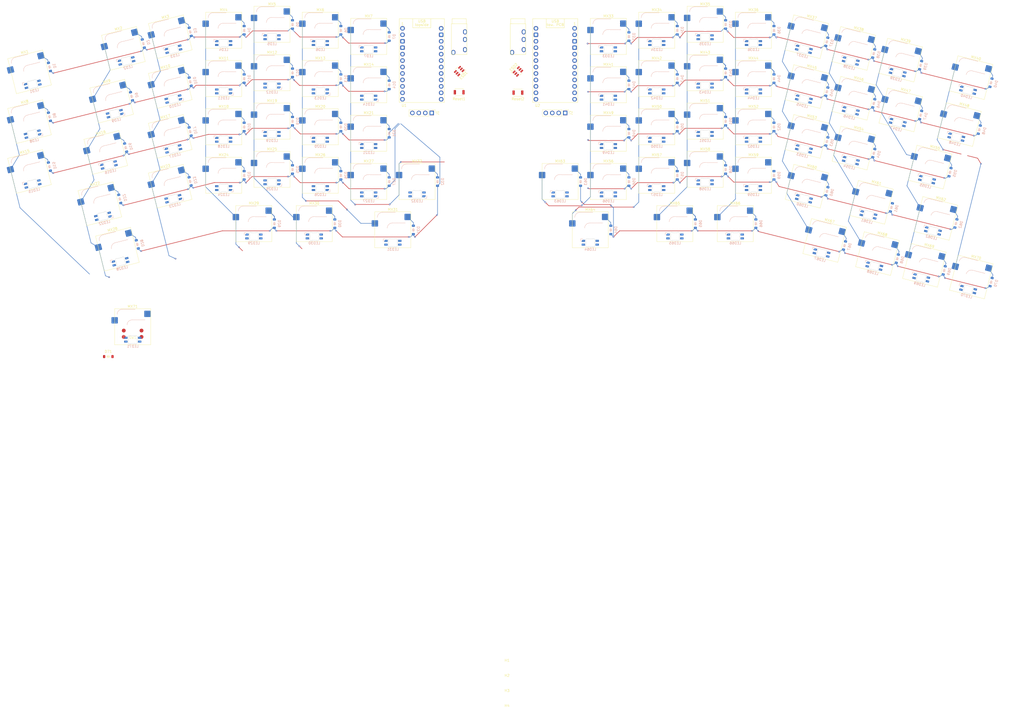
<source format=kicad_pcb>
(kicad_pcb (version 20221018) (generator pcbnew)
  (layers (0 "F.Cu" signal "Front") (31 "B.Cu" signal "Back") (34 "B.Paste" user) (35 "F.Paste" user) (36 "B.SilkS" user "B.Silkscreen") (37 "F.SilkS" user "F.Silkscreen") (38 "B.Mask" user) (39 "F.Mask" user) (44 "Edge.Cuts" user))
  (net 0 "")
  (net 1 "RowL 0")
  (net 2 "Net-(D2-A)")
  (net 3 "Net-(D3-A)")
  (net 4 "Net-(D4-A)")
  (net 5 "Net-(D5-A)")
  (net 6 "Net-(D6-A)")
  (net 7 "RowL 1")
  (net 8 "Net-(D7-A)")
  (net 9 "Net-(D8-A)")
  (net 10 "Net-(D9-A)")
  (net 11 "Net-(D10-A)")
  (net 12 "Net-(D11-A)")
  (net 13 "Net-(D12-A)")
  (net 14 "RowL 2")
  (net 15 "Net-(D13-A)")
  (net 16 "Net-(D14-A)")
  (net 17 "Net-(D16-A)")
  (net 18 "Net-(D17-A)")
  (net 19 "Net-(D18-A)")
  (net 20 "RowL 3")
  (net 21 "Net-(D19-A)")
  (net 22 "Net-(D20-A)")
  (net 23 "Net-(D21-A)")
  (net 24 "Net-(D22-A)")
  (net 25 "Net-(D23-A)")
  (net 26 "Net-(D24-A)")
  (net 27 "RowL 4")
  (net 28 "Net-(D25-A)")
  (net 29 "Net-(D26-A)")
  (net 30 "Net-(D27-A)")
  (net 31 "Net-(D28-A)")
  (net 32 "Net-(D29-A)")
  (net 33 "RowR 0")
  (net 34 "Net-(D30-A)")
  (net 35 "Net-(D31-A)")
  (net 36 "Net-(D32-A)")
  (net 37 "Net-(D33-A)")
  (net 38 "Net-(D34-A)")
  (net 39 "Net-(D35-A)")
  (net 40 "Net-(D36-A)")
  (net 41 "Net-(D37-A)")
  (net 42 "Net-(D38-A)")
  (net 43 "RowR 1")
  (net 44 "Net-(D39-A)")
  (net 45 "Net-(D40-A)")
  (net 46 "Net-(D41-A)")
  (net 47 "Net-(D42-A)")
  (net 48 "Net-(D43-A)")
  (net 49 "Net-(D44-A)")
  (net 50 "Net-(D45-A)")
  (net 51 "Net-(D46-A)")
  (net 52 "Net-(D47-A)")
  (net 53 "RowR 2")
  (net 54 "Net-(D48-A)")
  (net 55 "Net-(D49-A)")
  (net 56 "Net-(D50-A)")
  (net 57 "Net-(D51-A)")
  (net 58 "Net-(D52-A)")
  (net 59 "Net-(D53-A)")
  (net 60 "Net-(D54-A)")
  (net 61 "Net-(D55-A)")
  (net 62 "RowR 3")
  (net 63 "Net-(D56-A)")
  (net 64 "Net-(D57-A)")
  (net 65 "Net-(D58-A)")
  (net 66 "Net-(D59-A)")
  (net 67 "Net-(D60-A)")
  (net 68 "Net-(D61-A)")
  (net 69 "Net-(D62-A)")
  (net 70 "RowR 4")
  (net 71 "Net-(D63-A)")
  (net 72 "Net-(D64-A)")
  (net 73 "Net-(D65-A)")
  (net 74 "Net-(D66-A)")
  (net 75 "Net-(D67-A)")
  (net 76 "Net-(D68-A)")
  (net 77 "Net-(D69-A)")
  (net 78 "Net-(D70-A)")
  (net 79 "Net-(ESD1-IO1)")
  (net 80 "Net-(D1-A)")
  (net 81 "GND")
  (net 82 "Net-(LED1-DOUT)")
  (net 83 "Net-(LED2-DOUT)")
  (net 84 "Net-(LED3-DOUT)")
  (net 85 "Net-(LED4-DOUT)")
  (net 87 "Net-(LED12-DIN)")
  (net 88 "Net-(ESD1-IO3)")
  (net 89 "Net-(LED13-DIN)")
  (net 90 "VCC")
  (net 91 "Net-(LED8-DIN)")
  (net 92 "Net-(LED10-DOUT)")
  (net 93 "Net-(LED10-DIN)")
  (net 94 "Net-(LED11-DIN)")
  (net 96 "Net-(ESD2-IO1)")
  (net 97 "Net-(LED15-DOUT)")
  (net 98 "Net-(LED16-DOUT)")
  (net 99 "Net-(LED17-DOUT)")
  (net 100 "Net-(LED18-DOUT)")
  (net 102 "Net-(ESD2-IO3)")
  (net 104 "LED1")
  (net 105 "Net-(LED22-DIN)")
  (net 106 "Net-(LED23-DIN)")
  (net 107 "Net-(LED24-DIN)")
  (net 108 "Net-(LED5-DOUT)")
  (net 109 "Net-(LED6-DOUT)")
  (net 110 "Net-(LED14-DIN)")
  (net 111 "Net-(LED15-DIN)")
  (net 112 "Net-(LED28-DOUT)")
  (net 113 "Net-(LED19-DOUT)")
  (net 114 "Net-(LED30-DOUT)")
  (net 115 "Net-(LED31-DOUT)")
  (net 116 "Net-(LED20-DOUT)")
  (net 117 "Net-(LED33-DOUT)")
  (net 118 "Net-(LED34-DOUT)")
  (net 119 "Net-(LED35-DOUT)")
  (net 120 "Net-(LED36-DOUT)")
  (net 121 "Net-(LED37-DOUT)")
  (net 122 "Net-(LED38-DOUT)")
  (net 123 "Net-(LED39-DOUT)")
  (net 124 "Net-(LED21-DOUT)")
  (net 125 "Net-(LED22-DOUT)")
  (net 126 "Net-(LED41-DIN)")
  (net 127 "Net-(LED42-DIN)")
  (net 128 "Net-(LED43-DIN)")
  (net 129 "Net-(LED44-DIN)")
  (net 130 "Net-(LED45-DIN)")
  (net 131 "Net-(LED46-DIN)")
  (net 132 "Net-(LED25-DIN)")
  (net 133 "Net-(LED49-DOUT)")
  (net 134 "Net-(LED50-DOUT)")
  (net 135 "Net-(LED51-DOUT)")
  (net 136 "Net-(LED52-DOUT)")
  (net 137 "Net-(LED53-DOUT)")
  (net 138 "Net-(LED54-DOUT)")
  (net 139 "Net-(LED55-DOUT)")
  (net 140 "Net-(LED56-DOUT)")
  (net 141 "Net-(LED26-DIN)")
  (net 142 "Net-(LED58-DIN)")
  (net 143 "Net-(LED59-DIN)")
  (net 144 "Net-(LED60-DIN)")
  (net 145 "Net-(LED61-DIN)")
  (net 146 "Net-(LED29-DOUT)")
  (net 148 "Net-(LED65-DOUT)")
  (net 149 "Net-(LED66-DOUT)")
  (net 150 "Net-(LED67-DOUT)")
  (net 151 "Net-(LED68-DOUT)")
  (net 152 "Net-(LED69-DOUT)")
  (net 154 "ColL 0")
  (net 155 "ColL 1")
  (net 156 "ColL 2")
  (net 157 "ColL 3")
  (net 158 "ColL 4")
  (net 159 "ColL 5")
  (net 160 "ColR 0")
  (net 161 "ColR 1")
  (net 162 "ColR 2")
  (net 163 "ColR 3")
  (net 164 "ColR 4")
  (net 165 "ColR 5")
  (net 166 "ColR 6")
  (net 167 "ColR 7")
  (net 168 "RAW2")
  (net 169 "LED2")
  (net 170 "Net-(LED40-DOUT)")
  (net 171 "ColL 6")
  (net 172 "Net-(LED41-DOUT)")
  (net 173 "Net-(LED47-DIN)")
  (net 174 "Net-(LED56-DIN)")
  (net 175 "Net-(LED57-DIN)")
  (net 176 "Net-(LED63-DOUT)")
  (net 177 "Net-(LED64-DOUT)")
  (net 180 "Reset1")
  (net 181 "Reset2")
  (net 182 "+5V")
  (net 184 "SDA1")
  (net 185 "SCL1")
  (net 186 "SDA2")
  (net 187 "SCL2")
  (net 193 "Net-(D71-A)")
  (footprint "ScottoKeebs_Hotswap:Hotswap_MX_2.00u" (layer "F.Cu") (at 440.122204 142.59756 -14)
    (fp_text reference "MX40")
    (fp_text value "MX_SW_HS")
  )
  (footprint "Button_Switch_SMD:SW_SPST_B3U-1000P" (layer "F.Cu") (at 238.405113 148.343168)
    (fp_text reference "Reset1")
    (fp_text value "Switch")
  )
  (footprint "ScottoKeebs_Hotswap:Hotswap_MX_1.00u" (layer "F.Cu") (at 69.110004 159.923875 14)
    (fp_text reference "MX8")
    (fp_text value "MX_SW_HS")
  )
  (footprint "ScottoKeebs_Hotswap:Hotswap_MX_1.00u" (layer "F.Cu") (at 69.122429 140.287591 14)
    (fp_text reference "MX1")
    (fp_text value "MX_SW_HS")
  )
  (footprint "ScottoKeebs_Hotswap:Hotswap_MX_1.00u" (layer "F.Cu") (at 354.356363 142.930172)
    (fp_text reference "MX44")
    (fp_text value "MX_SW_HS")
  )
  (footprint "ScottoKeebs_Hotswap:Hotswap_MX_1.25u" (layer "F.Cu") (at 103.730489 210.191587 14)
    (fp_text reference "MX28")
    (fp_text value "MX_SW_HS")
  )
  (footprint "PCM_marbastlib-various:SOT-23-6-routable" (layer "F.Cu") (at 261.551362 140.161923 45)
    (fp_text reference "ESD2")
    (fp_text value "SRV05-4")
  )
  (footprint "ScottoKeebs_Hotswap:Hotswap_MX_1.00u" (layer "F.Cu") (at 426.296366 198.049964 -14)
    (fp_text reference "MX62")
    (fp_text value "MX_SW_HS")
  )
  (footprint "PCM_marbastlib-mx:STAB_MX_2.25u" (layer "F.Cu") (at 423.973429 177.837595 -14)
    (fp_text reference "S55" hide)
    (fp_text value "MX_stab")
  )
  (footprint "ScottoKeebs_Hotswap:Hotswap_MX_2.25u" (layer "F.Cu") (at 290.062613 202.556676)
    (fp_text reference "MX64")
    (fp_text value "MX_SW_HS")
  )
  (footprint "ScottoKeebs_Hotswap:Hotswap_MX_1.00u" (layer "F.Cu") (at 393.911862 131.076027 -14)
    (fp_text reference "MX38")
    (fp_text value "MX_SW_HS")
  )
  (footprint "ScottoKeebs_Hotswap:Hotswap_MX_1.00u" (layer "F.Cu") (at 183.700113 161.980172)
    (fp_text reference "MX20")
    (fp_text value "MX_SW_HS")
  )
  (footprint "ScottoKeebs_Hotswap:Hotswap_MX_1.00u" (layer "F.Cu") (at 164.650114 140.644177)
    (fp_text reference "MX12")
    (fp_text value "MX_SW_HS")
  )
  (footprint "ScottoKeebs_Hotswap:Hotswap_MX_1.00u" (layer "F.Cu") (at 106.09069 131.070367 14)
    (fp_text reference "MX2")
    (fp_text value "MX_SW_HS")
  )
  (footprint "ScottoKeebs_Hotswap:Hotswap_MX_1.00u" (layer "F.Cu") (at 316.256368 181.03018)
    (fp_text reference "MX57")
    (fp_text value "MX_SW_HS")
  )
  (footprint "ScottoKeebs_Hotswap:Hotswap_MX_2.25u" (layer "F.Cu") (at 423.973429 177.837595 -14)
    (fp_text reference "MX55")
    (fp_text value "MX_SW_HS")
  )
  (footprint "ScottoKeebs_Hotswap:Hotswap_MX_1.00u" (layer "F.Cu") (at 335.306368 121.594175)
    (fp_text reference "MX35")
    (fp_text value "MX_SW_HS")
  )
  (footprint "ScottoKeebs_Hotswap:Hotswap_MX_1.00u" (layer "F.Cu") (at 421.687758 216.534091 -14)
    (fp_text reference "MX69")
    (fp_text value "MX_SW_HS")
  )
  (footprint "ScottoKeebs_Hotswap:Hotswap_MX_1.00u" (layer "F.Cu") (at 124.574829 126.461759 14)
    (fp_text reference "MX3")
    (fp_text value "MX_SW_HS")
  )
  (footprint "ScottoKeebs_Hotswap:Hotswap_MX_1.00u" (layer "F.Cu") (at 183.700118 123.880173)
    (fp_text reference "MX6")
    (fp_text value "MX_SW_HS")
  )
  (footprint "ScottoKeebs_Hotswap:Hotswap_MX_1.50u" (layer "F.Cu") (at 101.457243 151.858804 14)
    (fp_text reference "MX9")
    (fp_text value "MX_SW_HS")
  )
  (footprint "ScottoKeebs_Hotswap:Hotswap_MX_1.00u" (layer "F.Cu") (at 412.396004 135.684643 -14)
    (fp_text reference "MX39")
    (fp_text value "MX_SW_HS")
  )
  (footprint "ScottoKeebs_Hotswap:Hotswap_MX_1.00u" (layer "F.Cu") (at 145.600116 161.980175)
    (fp_text reference "MX18")
    (fp_text value "MX_SW_HS")
  )
  (footprint "ScottoKeebs_Hotswap:Hotswap_MX_1.75u" (layer "F.Cu") (at 400.880688 191.713119 -14)
    (fp_text reference "MX61")
    (fp_text value "MX_SW_HS")
  )
  (footprint "Connector_PinHeader_2.54mm:PinHeader_1x04_P2.54mm_Vertical" (layer "F.Cu") (at 227.590113 156.505674 -90)
    (fp_text reference "J1")
    (fp_text value "Conn_01x04_Socket")
  )
  (footprint "ScottoKeebs_Hotswap:Hotswap_MX_1.00u" (layer "F.Cu") (at 375.440157 146.103698 -14)
    (fp_text reference "MX45")
    (fp_text value "MX_SW_HS")
  )
  (footprint "MountingHole:MountingHole_2.2mm_M2" (layer "F.Cu") (at 257.250111 381.344176)
    (fp_text reference "H2")
    (fp_text value "MountingHole")
  )
  (footprint "PCM_marbastlib-mx:STAB_MX_2u" (layer "F.Cu") (at 212.275111 202.55667)
    (fp_text reference "S31" hide)
    (fp_text value "MX_stab")
  )
  (footprint "PCM_marbastlib-various:ROT_SKYLOONG_HS-Switch" (layer "F.Cu") (at 109.737618 240.744175)
    (fp_text reference "SW1")
    (fp_text value "ROT_SKYLOONG_HS")
  )
  (footprint "ScottoKeebs_Hotswap:Hotswap_MX_1.00u" (layer "F.Cu") (at 335.306361 159.694177)
    (fp_text reference "MX51")
    (fp_text value "MX_SW_HS")
  )
  (footprint "PCM_marbastlib-mx:STAB_MX_2u" (layer "F.Cu") (at 96.811371 192.283533 14)
    (fp_text reference "S22" hide)
    (fp_text value "MX_stab")
  )
  (footprint "ScottoKeebs_Components:TRRS_PJ-320A" (layer "F.Cu") (at 238.405113 121.355674)
    (fp_text reference "TRRS1")
    (fp_text value "TRRS")
  )
  (footprint "ScottoKeebs_Components:Diode_SOD-123" (layer "F.Cu") (at 100.156368 252.494175)
    (fp_text reference "D71")
    (fp_text value "Diode")
  )
  (footprint "PCM_marbastlib-mx:STAB_MX_2u" (layer "F.Cu") (at 440.122204 142.59756 -14)
    (fp_text reference "S40" hide)
    (fp_text value "MX_stab")
  )
  (footprint "ScottoKeebs_Hotswap:Hotswap_MX_1.25u" (layer "F.Cu") (at 181.318862 200.080175)
    (fp_text reference "MX30")
    (fp_text value "MX_SW_HS")
  )
  (footprint "ScottoKeebs_Hotswap:Hotswap_MX_1.25u" (layer "F.Cu") (at 323.400115 200.080173)
    (fp_text reference "MX65")
    (fp_text value "MX_SW_HS")
  )
  (footprint "ScottoKeebs_Hotswap:Hotswap_MX_1.00u" (layer "F.Cu") (at 316.256358 161.980176)
    (fp_text reference "MX50")
    (fp_text value "MX_SW_HS")
  )
  (footprint "ScottoKeebs_Hotswap:Hotswap_MX_1.00u" (layer "F.Cu") (at 403.203616 211.925482 -14)
    (fp_text reference "MX68")
    (fp_text value "MX_SW_HS")
  )
  (footprint "ScottoKeebs_Hotswap:Hotswap_MX_1.00u" (layer "F.Cu") (at 316.256364 142.930181)
    (fp_text reference "MX42")
    (fp_text value "MX_SW_HS")
  )
  (footprint "ScottoKeebs_Hotswap:Hotswap_MX_1.00u" (layer "F.Cu") (at 145.600108 123.880169)
    (fp_text reference "MX4")
    (fp_text value "MX_SW_HS")
  )
  (footprint "ScottoKeebs_Hotswap:Hotswap_MX_1.00u" (layer "F.Cu") (at 202.750111 183.506676)
    (fp_text reference "MX27")
    (fp_text value "MX_SW_HS")
  )
  (footprint "ScottoKeebs_Hotswap:Hotswap_MX_1.00u" (layer "F.Cu") (at 335.306361 140.644175)
    (fp_text reference "MX43")
    (fp_text value "MX_SW_HS")
  )
  (footprint "ScottoKeebs_Hotswap:Hotswap_MX_1.00u" (layer "F.Cu") (at 164.650115 159.694175)
    (fp_text reference "MX19")
    (fp_text value "MX_SW_HS")
  )
  (footprint "ScottoKeebs_Hotswap:Hotswap_MX_1.50u" (layer "F.Cu") (at 435.513595 161.081693 -14)
    (fp_text reference "MX48")
    (fp_text value "MX_SW_HS")
  )
  (footprint "ScottoKeebs_Hotswap:Hotswap_MX_2.00u" (layer "F.Cu") (at 96.811371 192.283533 14)
    (fp_text reference "MX22")
    (fp_text value "MX_SW_HS")
  )
  (footprint "ScottoKeebs_Hotswap:Hotswap_MX_1.00u" (layer "F.Cu") (at 297.206366 145.406677)
    (fp_text reference "MX41")
    (fp_text value "MX_SW_HS")
  )
  (footprint "ScottoKeebs_Hotswap:Hotswap_MX_1.00u" (layer "F.Cu") (at 354.35636 181.03018)
    (fp_text reference "MX59")
    (fp_text value "MX_SW_HS")
  )
  (footprint "ScottoKeebs_Hotswap:Hotswap_MX_1.00u" (layer "F.Cu") (at 69.097585 179.560165 14)
    (fp_text reference "MX15")
    (fp_text value "MX_SW_HS")
  )
  (footprint "ScottoKeebs_Hotswap:Hotswap_MX_1.00u" (layer "F.Cu") (at 124.537564 185.370615 14)
    (fp_text reference "MX23")
    (fp_text value "MX_SW_HS")
  )
  (footprint "ScottoKeebs_Components:OLED_128x32" (layer "F.Cu") (at 270.361363 158.104666 90)
    (fp_text reference "OLED2" hide)
    (fp_text value "OLED_128x32")
  )
  (footprint "ScottoKeebs_Hotswap:Hotswap_MX_1.00u" (layer "F.Cu") (at 278.156365 183.506675)
    (fp_text reference "MX63")
    (fp_text value "MX_SW_HS")
  )
  (footprint "ScottoKeebs_Hotswap:Hotswap_MX_1.00u" (layer "F.Cu") (at 375.427736 126.467417 -14)
    (fp_text reference "MX37")
    (fp_text value "MX_SW_HS")
  )
  (footprint "PCM_marbastlib-mx:STAB_MX_2.25u" (layer "F.Cu") (at 290.062613 202.556676)
    (fp_text reference "S64" hide)
    (fp_text value "MX_stab")
  )
  (footprint "ScottoKeebs_Hotswap:Hotswap_MX_1.00u" (layer "F.Cu") (at 297.206362 126.356676)
    (fp_text reference "MX33")
    (fp_text value "MX_SW_HS")
  )
  (footprint "ScottoKeebs_Hotswap:Hotswap_MX_1.00u" (layer "F.Cu") (at 354.356364 123.880176)
    (fp_text reference "MX36")
    (fp_text value "MX_SW_HS")
  )
  (footprint "ScottoKeebs_Hotswap:Hotswap_MX_1.00u" (layer "F.Cu") (at 316.256364 123.880179)
    (fp_text reference "MX34")
    (fp_text value "MX_SW_HS")
  )
  (footprint "MountingHole:MountingHole_2.2mm_M2" (layer "F.Cu") (at 257.250111 375.394176)
    (fp_text reference "H1")
    (fp_text value "MountingHole")
  )
  (footprint "ScottoKeebs_Hotswap:Hotswap_MX_1.25u" (layer "F.Cu") (at 157.506365 200.080173)
    (fp_text reference "MX29")
    (fp_text value "MX_SW_HS")
  )
  (footprint "ScottoKeebs_Hotswap:Hotswap_MX_1.00u" (layer "F.Cu") (at 393.924292 150.712315 -14)
    (fp_text reference "MX46")
    (fp_text value "MX_SW_HS")
  )
  (footprint "ScottoKeebs_Hotswap:Hotswap_MX_1.00u" (layer "F.Cu") (at 202.750113 126.356674)
    (fp_text reference "MX7")
    (fp_text value "MX_SW_HS")
  )
  (footprint "ScottoKeebs_Hotswap:Hotswap_MX_1.00u" (layer "F.Cu") (at 297.206363 183.506678)
    (fp_text reference "MX56")
    (fp_text value "MX_SW_HS")
  )
  (footprint "ScottoKeebs_Hotswap:Hotswap_MX_1.00u" (layer "F.Cu") (at 164.650111 178.744175)
    (fp_text reference "MX25")
    (fp_text value "MX_SW_HS")
  )
  (footprint "MountingHole:MountingHole_2.2mm_M2" (layer "F.Cu") (at 257.250111 387.294176)
    (fp_text reference "H3")
    (fp_text value "MountingHole")
  )
  (footprint "ScottoKeebs_Hotswap:Hotswap_MX_1.00u" (layer "F.Cu") (at 297.206366 164.456683)
    (fp_text reference "MX49")
    (fp_text value "MX_SW_HS")
  )
  (footprint "ScottoKeebs_Hotswap:Hotswap_MX_2.00u" (layer "F.Cu") (at 212.275111 202.55667)
    (fp_text reference "MX31")
    (fp_text value "MX_SW_HS")
  )
  (footprint "ScottoKeebs_Components:OLED_128x32" (layer "F.Cu") (at 217.785112 158.104669 90)
    (fp_text reference "OLED1" hide)
    (fp_text value "OLED_128x32")
  )
  (footprint "ScottoKeebs_Hotswap:Hotswap_MX_1.00u" (layer "F.Cu") (at 375.464999 185.37628 -14)
    (fp_text reference "MX60")
    (fp_text value "MX_SW_HS")
  )
  (footprint "ScottoKeebs_Hotswap:Hotswap_MX_1.00u" (layer "F.Cu") (at 440.171895 221.142706 -14)
    (fp_text reference "MX70")
    (fp_text value "MX_SW_HS")
  )
  (footprint "ScottoKeebs_Hotswap:Hotswap_MX_1.00u" (layer "F.Cu") (at 202.750114 164.456671)
    (fp_text reference "MX21")
    (fp_text value "MX_SW_HS")
  )
  (footprint "ScottoKeebs_Hotswap:Hotswap_MX_1.25u" (layer "F.Cu") (at 347.212615 200.080179)
    (fp_text reference "MX66")
    (fp_text value "MX_SW_HS")
  )
  (footprint "ScottoKeebs_Hotswap:Hotswap_MX_1.00u" (layer "F.Cu") (at 412.408429 155.320927 -14)
    (fp_text reference "MX47")
    (fp_text value "MX_SW_HS")
  )
  (footprint "ScottoKeebs_Hotswap:Hotswap_MX_1.25u" (layer "F.Cu") (at 382.408971 206.740794 -14)
    (fp_text reference "MX67")
    (fp_text value "MX_SW_HS")
  )
  (footprint "ScottoKeebs_Hotswap:Hotswap_MX_1.00u" (layer "F.Cu") (at 375.45258 165.739988 -14)
    (fp_text reference "MX53")
    (fp_text value "MX_SW_HS")
  )
  (footprint "Button_Switch_SMD:SW_SPST_B3U-1000P" (layer "F.Cu") (at 261.551362 148.486419 180)
    (fp_text reference "Reset2")
    (fp_text value "Switch")
  )
  (footprint "PCM_marbastlib-xp-promicroish:ProMicro_USBdn" (layer "F.Cu") (at 276.266362 137.135676)
    (fp_text reference "U2")
    (fp_text value "RP2040_ProMicro")
  )
  (footprint "ScottoKeebs_Hotswap:Hotswap_MX_1.00u" (layer "F.Cu") (at 145.600116 142.930174)
    (fp_text reference "MX11")
    (fp_text value "MX_SW_HS")
  )
  (footprint "ScottoKeebs_Hotswap:Hotswap_MX_1.00u" (layer "F.Cu") (at 221.800113 183.506679)
    (fp_text reference "MX32")
    (fp_text value "MX_SW_HS")
  )
  (footprint "ScottoKeebs_Hotswap:Hotswap_MX_1.00u" (layer "F.Cu") (at 124.562403 146.098043 14)
    (fp_text reference "MX10")
    (fp_text value "MX_SW_HS")
  )
  (footprint "ScottoKeebs_Hotswap:Hotswap_MX_1.00u" (layer "F.Cu") (at 202.750111 145.406672)
    (fp_text reference "MX14")
    (fp_text value "MX_SW_HS")
  )
  (footprint "MountingHole:MountingHole_2.2mm_M2" (layer "F.Cu") (at 257.250111 393.244176)
    (fp_text reference "H4")
    (fp_text value "MountingHole")
  )
  (footprint "ScottoKeebs_Hotswap:Hotswap_MX_1.00u" (layer "F.Cu") (at 183.70011 142.930172)
    (fp_text reference "MX13")
    (fp_text value "MX_SW_HS")
  )
  (footprint "ScottoKeebs_Hotswap:Hotswap_MX_1.00u" (layer "F.Cu") (at 183.700117 181.030173)
    (fp_text reference "MX26")
    (fp_text value "MX_SW_HS")
  )
  (footprint "ScottoKeebs_Hotswap:Hotswap_MX_1.00u" (layer "F.Cu") (at 145.600117 181.030176)
    (fp_text reference "MX24")
    (fp_text value "MX_SW_HS")
  )
  (footprint "ScottoKeebs_Hotswap:Hotswap_MX_1.00u" (layer "F.Cu") (at 393.936716 170.348604 -14)
    (fp_text reference "MX54")
    (fp_text value "MX_SW_HS")
  )
  (footprint "ScottoKeebs_Components:TRRS_PJ-320A" (layer "F.Cu") (at 261.551362 121.355676)
    (fp_text reference "TRRS2")
    (fp_text value "TRRS")
  )
  (footprint "ScottoKeebs_Hotswap:Hotswap_MX_1.00u" (layer "F.Cu") (at 124.549989 165.734325 14)
    (fp_text reference "MX17")
    (fp_text value "MX_SW_HS")
  )
  (footprint "ScottoKeebs_Hotswap:Hotswap_MX_1.75u" (layer "F.Cu") (at 99.134305 172.071167 14)
    (fp_text reference "MX16")
    (fp_text value "MX_SW_HS")
  )
  (footprint "PCM_marbastlib-various:SOT-23-6-routable" (layer "F.Cu") (at 238.405113 140.018672 -135)
    (fp_text reference "ESD1")
    (fp_text value "SRV05-4")
  )
  (footprint "ScottoKeebs_Hotswap:Hotswap_MX_1.25u" (layer "F.Cu") (at 109.737618 240.744175)
    (fp_text reference "MX71")
    (fp_text value "MX_SW_HS")
  )
  (footprint "ScottoKeebs_Hotswap:Hotswap_MX_1.00u" (layer "F.Cu") (at 335.306364 178.744181)
    (fp_text reference "MX58")
    (fp_text value "MX_SW_HS")
  )
  (footprint "PCM_marbastlib-xp-promicroish:ProMicro_USBup" (layer "F.Cu") (at 223.690113 137.135674)
    (fp_text reference "U1")
    (fp_text value "RP2040_ProMicro")
  )
  (footprint "ScottoKeebs_Hotswap:Hotswap_MX_1.00u" (layer "F.Cu") (at 164.650111 121.594176)
    (fp_text reference "MX5")
    (fp_text value "MX_SW_HS")
  )
  (footprint "Connector_PinHeader_2.54mm:PinHeader_1x04_P2.54mm_Vertical" (layer "F.Cu") (at 280.160113 156.505674 -90)
    (fp_text reference "J2")
    (fp_text value "Conn_01x04_Socket")
  )
  (footprint "ScottoKeebs_Hotswap:Hotswap_MX_1.00u" (layer "F.Cu") (at 354.356363 161.980175)
    (fp_text reference "MX52")
    (fp_text value "MX_SW_HS")
  )
  (footprint "ScottoKeebs_Components:Diode_SOD-123" (layer "B.Cu") (at 153.676904 123.915925 90)
    (fp_text reference "D4")
    (fp_text value "Diode")
  )
  (footprint "ScottoKeebs_Components:Diode_SOD-123" (layer "B.Cu") (at 191.776905 123.915927 90)
    (fp_text reference "D6")
    (fp_text value "Diode")
  )
  (footprint "ScottoKeebs_Components:Diode_SOD-123" (layer "B.Cu") (at 132.383088 183.451357 104)
    (fp_text reference "D23")
    (fp_text value "Diode")
  )
  (footprint "ScottoKeebs_Components:Diode_SOD-123" (layer "B.Cu") (at 448.000116 223.131348 76)
    (fp_text reference "D70")
    (fp_text value "Diode")
  )
  (footprint "PCM_marbastlib-mx:LED_MX_6028R-ROT" (layer "B.Cu") (at 438.942931 226.071812 166)
    (fp_text reference "LED70")
    (fp_text value "MX_SK6812MINI-E")
    (fp_line (start -1.699999 0.702841) (end -1.699999 -0.702843) (stroke (width 0.1)) (layer "Edge.Cuts"))
    (fp_line (start -0.794452 -1.5) (end 0.794453 -1.5) (stroke (width 0.1)) (layer "Edge.Cuts"))
    (fp_line (start 0.794452 1.499999) (end -0.794452 1.499999) (stroke (width 0.1)) (layer "Edge.Cuts"))
    (fp_line (start 1.699999 -0.702843) (end 1.699999 0.702841) (stroke (width 0.1)) (layer "Edge.Cuts"))
    (fp_arc (start -1.749484 -0.919721) (mid -1.712527 -0.814069) (end -1.699999 -0.702843) (stroke (width 0.1)) (layer "Edge.Cuts"))
    (fp_arc (start -1.749484 -0.919721) (mid -1.638071 -1.504036) (end -1.046711 -1.5683) (stroke (width 0.1)) (layer "Edge.Cuts"))
    (fp_arc (start -1.699999 0.702842) (mid -1.712527 0.814067) (end -1.749484 0.919719) (stroke (width 0.1)) (layer "Edge.Cuts"))
    (fp_arc (start -1.046711 1.568296) (mid -1.63807 1.504033) (end -1.749484 0.919719) (stroke (width 0.1)) (layer "Edge.Cuts"))
    (fp_arc (start -1.04671 1.568298) (mid -0.925122 1.517376) (end -0.794452 1.499999) (stroke (width 0.1)) (layer "Edge.Cuts"))
    (fp_arc (start -0.794453 -1.500001) (mid -0.925123 -1.517378) (end -1.046711 -1.5683) (stroke (width 0.1)) (layer "Edge.Cuts"))
    (fp_arc (start 0.794452 1.499999) (mid 0.925123 1.517376) (end 1.046711 1.568298) (stroke (width 0.1)) (layer "Edge.Cuts"))
    (fp_arc (start 1.046711 -1.568299) (mid 0.925123 -1.517377) (end 0.794453 -1.5) (stroke (width 0.1)) (layer "Edge.Cuts"))
    (fp_arc (start 1.046711 -1.568299) (mid 1.638071 -1.504035) (end 1.749484 -0.919721) (stroke (width 0.1)) (layer "Edge.Cuts"))
    (fp_arc (start 1.699999 -0.702844) (mid 1.712536 -0.814066) (end 1.749484 -0.919721) (stroke (width 0.1)) (layer "Edge.Cuts"))
    (fp_arc (start 1.749484 0.919718) (mid 1.638073 1.504037) (end 1.046711 1.568298) (stroke (width 0.1)) (layer "Edge.Cuts"))
    (fp_arc (start 1.749484 0.919719) (mid 1.712526 0.814067) (end 1.699999 0.702841) (stroke (width 0.1)) (layer "Edge.Cuts"))
  )
  (footprint "PCM_marbastlib-mx:LED_MX_6028R-ROT" (layer "B.Cu") (at 392.69533 155.64142 166)
    (fp_text reference "LED46")
    (fp_text value "MX_SK6812MINI-E")
    (fp_line (start -1.699999 0.702841) (end -1.699999 -0.702843) (stroke (width 0.1)) (layer "Edge.Cuts"))
    (fp_line (start -0.794452 -1.5) (end 0.794453 -1.5) (stroke (width 0.1)) (layer "Edge.Cuts"))
    (fp_line (start 0.794452 1.499999) (end -0.794452 1.499999) (stroke (width 0.1)) (layer "Edge.Cuts"))
    (fp_line (start 1.699999 -0.702843) (end 1.699999 0.702841) (stroke (width 0.1)) (layer "Edge.Cuts"))
    (fp_arc (start -1.749484 -0.919721) (mid -1.712527 -0.814069) (end -1.699999 -0.702843) (stroke (width 0.1)) (layer "Edge.Cuts"))
    (fp_arc (start -1.749484 -0.919721) (mid -1.638071 -1.504036) (end -1.046711 -1.5683) (stroke (width 0.1)) (layer "Edge.Cuts"))
    (fp_arc (start -1.699999 0.702842) (mid -1.712527 0.814067) (end -1.749484 0.919719) (stroke (width 0.1)) (layer "Edge.Cuts"))
    (fp_arc (start -1.046711 1.568296) (mid -1.63807 1.504033) (end -1.749484 0.919719) (stroke (width 0.1)) (layer "Edge.Cuts"))
    (fp_arc (start -1.04671 1.568298) (mid -0.925122 1.517376) (end -0.794452 1.499999) (stroke (width 0.1)) (layer "Edge.Cuts"))
    (fp_arc (start -0.794453 -1.500001) (mid -0.925123 -1.517378) (end -1.046711 -1.5683) (stroke (width 0.1)) (layer "Edge.Cuts"))
    (fp_arc (start 0.794452 1.499999) (mid 0.925123 1.517376) (end 1.046711 1.568298) (stroke (width 0.1)) (layer "Edge.Cuts"))
    (fp_arc (start 1.046711 -1.568299) (mid 0.925123 -1.517377) (end 0.794453 -1.5) (stroke (width 0.1)) (layer "Edge.Cuts"))
    (fp_arc (start 1.046711 -1.568299) (mid 1.638071 -1.504035) (end 1.749484 -0.919721) (stroke (width 0.1)) (layer "Edge.Cuts"))
    (fp_arc (start 1.699999 -0.702844) (mid 1.712536 -0.814066) (end 1.749484 -0.919721) (stroke (width 0.1)) (layer "Edge.Cuts"))
    (fp_arc (start 1.749484 0.919718) (mid 1.638073 1.504037) (end 1.046711 1.568298) (stroke (width 0.1)) (layer "Edge.Cuts"))
    (fp_arc (start 1.749484 0.919719) (mid 1.712526 0.814067) (end 1.699999 0.702841) (stroke (width 0.1)) (layer "Edge.Cuts"))
  )
  (footprint "PCM_marbastlib-mx:LED_MX_6028R-ROT" (layer "B.Cu") (at 297.206364 131.43668 180)
    (fp_text reference "LED33")
    (fp_text value "MX_SK6812MINI-E")
    (fp_line (start -1.699999 0.702841) (end -1.699999 -0.702843) (stroke (width 0.1)) (layer "Edge.Cuts"))
    (fp_line (start -0.794452 -1.5) (end 0.794453 -1.5) (stroke (width 0.1)) (layer "Edge.Cuts"))
    (fp_line (start 0.794452 1.499999) (end -0.794452 1.499999) (stroke (width 0.1)) (layer "Edge.Cuts"))
    (fp_line (start 1.699999 -0.702843) (end 1.699999 0.702841) (stroke (width 0.1)) (layer "Edge.Cuts"))
    (fp_arc (start -1.749484 -0.919721) (mid -1.712527 -0.814069) (end -1.699999 -0.702843) (stroke (width 0.1)) (layer "Edge.Cuts"))
    (fp_arc (start -1.749484 -0.919721) (mid -1.638071 -1.504036) (end -1.046711 -1.5683) (stroke (width 0.1)) (layer "Edge.Cuts"))
    (fp_arc (start -1.699999 0.702842) (mid -1.712527 0.814067) (end -1.749484 0.919719) (stroke (width 0.1)) (layer "Edge.Cuts"))
    (fp_arc (start -1.046711 1.568296) (mid -1.63807 1.504033) (end -1.749484 0.919719) (stroke (width 0.1)) (layer "Edge.Cuts"))
    (fp_arc (start -1.04671 1.568298) (mid -0.925122 1.517376) (end -0.794452 1.499999) (stroke (width 0.1)) (layer "Edge.Cuts"))
    (fp_arc (start -0.794453 -1.500001) (mid -0.925123 -1.517378) (end -1.046711 -1.5683) (stroke (width 0.1)) (layer "Edge.Cuts"))
    (fp_arc (start 0.794452 1.499999) (mid 0.925123 1.517376) (end 1.046711 1.568298) (stroke (width 0.1)) (layer "Edge.Cuts"))
    (fp_arc (start 1.046711 -1.568299) (mid 0.925123 -1.517377) (end 0.794453 -1.5) (stroke (width 0.1)) (layer "Edge.Cuts"))
    (fp_arc (start 1.046711 -1.568299) (mid 1.638071 -1.504035) (end 1.749484 -0.919721) (stroke (width 0.1)) (layer "Edge.Cuts"))
    (fp_arc (start 1.699999 -0.702844) (mid 1.712536 -0.814066) (end 1.749484 -0.919721) (stroke (width 0.1)) (layer "Edge.Cuts"))
    (fp_arc (start 1.749484 0.919718) (mid 1.638073 1.504037) (end 1.046711 1.568298) (stroke (width 0.1)) (layer "Edge.Cuts"))
    (fp_arc (start 1.749484 0.919719) (mid 1.712526 0.814067) (end 1.699999 0.702841) (stroke (width 0.1)) (layer "Edge.Cuts"))
  )
  (footprint "ScottoKeebs_Components:Diode_SOD-123" (layer "B.Cu") (at 106.979832 170.151911 104)
    (fp_text reference "D16")
    (fp_text value "Diode")
  )
  (footprint "PCM_marbastlib-mx:LED_MX_6028R" (layer "B.Cu") (at 102.686208 156.787908 -166)
    (fp_text reference "LED9")
    (fp_text value "MX_SK6812MINI-E")
    (fp_line (start -1.699999 0.702843) (end -1.699999 -0.702841) (stroke (width 0.1)) (layer "Edge.Cuts"))
    (fp_line (start -0.794452 -1.499999) (end 0.794452 -1.499999) (stroke (width 0.1)) (layer "Edge.Cuts"))
    (fp_line (start 0.794452 1.5) (end -0.794453 1.5) (stroke (width 0.1)) (layer "Edge.Cuts"))
    (fp_line (start 1.699999 -0.702841) (end 1.699999 0.702843) (stroke (width 0.1)) (layer "Edge.Cuts"))
    (fp_arc (start -1.749484 -0.919719) (mid -1.712527 -0.814067) (end -1.699999 -0.702841) (stroke (width 0.1)) (layer "Edge.Cuts"))
    (fp_arc (start -1.749484 -0.919718) (mid -1.638072 -1.504034) (end -1.046711 -1.568298) (stroke (width 0.1)) (layer "Edge.Cuts"))
    (fp_arc (start -1.699999 0.702844) (mid -1.712527 0.814069) (end -1.749484 0.919721) (stroke (width 0.1)) (layer "Edge.Cuts"))
    (fp_arc (start -1.046711 1.568299) (mid -1.63807 1.504035) (end -1.749484 0.919721) (stroke (width 0.1)) (layer "Edge.Cuts"))
    (fp_arc (start -1.046711 1.568299) (mid -0.925123 1.517377) (end -0.794453 1.5) (stroke (width 0.1)) (layer "Edge.Cuts"))
    (fp_arc (start -0.794452 -1.499999) (mid -0.925123 -1.517376) (end -1.046711 -1.568298) (stroke (width 0.1)) (layer "Edge.Cuts"))
    (fp_arc (start 0.794453 1.500001) (mid 0.925123 1.517378) (end 1.046711 1.5683) (stroke (width 0.1)) (layer "Edge.Cuts"))
    (fp_arc (start 1.04671 -1.568298) (mid 0.925122 -1.517376) (end 0.794452 -1.499999) (stroke (width 0.1)) (layer "Edge.Cuts"))
    (fp_arc (start 1.046711 -1.568296) (mid 1.63807 -1.504033) (end 1.749484 -0.919719) (stroke (width 0.1)) (layer "Edge.Cuts"))
    (fp_arc (start 1.699999 -0.702842) (mid 1.712536 -0.814064) (end 1.749484 -0.919719) (stroke (width 0.1)) (layer "Edge.Cuts"))
    (fp_arc (start 1.749484 0.919721) (mid 1.638072 1.504036) (end 1.046711 1.5683) (stroke (width 0.1)) (layer "Edge.Cuts"))
    (fp_arc (start 1.749484 0.919721) (mid 1.712526 0.814069) (end 1.699999 0.702843) (stroke (width 0.1)) (layer "Edge.Cuts"))
  )
  (footprint "PCM_marbastlib-mx:LED_MX_6028R-ROT" (layer "B.Cu") (at 392.707755 175.277708 166)
    (fp_text reference "LED54")
    (fp_text value "MX_SK6812MINI-E")
    (fp_line (start -1.699999 0.702841) (end -1.699999 -0.702843) (stroke (width 0.1)) (layer "Edge.Cuts"))
    (fp_line (start -0.794452 -1.5) (end 0.794453 -1.5) (stroke (width 0.1)) (layer "Edge.Cuts"))
    (fp_line (start 0.794452 1.499999) (end -0.794452 1.499999) (stroke (width 0.1)) (layer "Edge.Cuts"))
    (fp_line (start 1.699999 -0.702843) (end 1.699999 0.702841) (stroke (width 0.1)) (layer "Edge.Cuts"))
    (fp_arc (start -1.749484 -0.919721) (mid -1.712527 -0.814069) (end -1.699999 -0.702843) (stroke (width 0.1)) (layer "Edge.Cuts"))
    (fp_arc (start -1.749484 -0.919721) (mid -1.638071 -1.504036) (end -1.046711 -1.5683) (stroke (width 0.1)) (layer "Edge.Cuts"))
    (fp_arc (start -1.699999 0.702842) (mid -1.712527 0.814067) (end -1.749484 0.919719) (stroke (width 0.1)) (layer "Edge.Cuts"))
    (fp_arc (start -1.046711 1.568296) (mid -1.63807 1.504033) (end -1.749484 0.919719) (stroke (width 0.1)) (layer "Edge.Cuts"))
    (fp_arc (start -1.04671 1.568298) (mid -0.925122 1.517376) (end -0.794452 1.499999) (stroke (width 0.1)) (layer "Edge.Cuts"))
    (fp_arc (start -0.794453 -1.500001) (mid -0.925123 -1.517378) (end -1.046711 -1.5683) (stroke (width 0.1)) (layer "Edge.Cuts"))
    (fp_arc (start 0.794452 1.499999) (mid 0.925123 1.517376) (end 1.046711 1.568298) (stroke (width 0.1)) (layer "Edge.Cuts"))
    (fp_arc (start 1.046711 -1.568299) (mid 0.925123 -1.517377) (end 0.794453 -1.5) (stroke (width 0.1)) (layer "Edge.Cuts"))
    (fp_arc (start 1.046711 -1.568299) (mid 1.638071 -1.504035) (end 1.749484 -0.919721) (stroke (width 0.1)) (layer "Edge.Cuts"))
    (fp_arc (start 1.699999 -0.702844) (mid 1.712536 -0.814066) (end 1.749484 -0.919721) (stroke (width 0.1)) (layer "Edge.Cuts"))
    (fp_arc (start 1.749484 0.919718) (mid 1.638073 1.504037) (end 1.046711 1.568298) (stroke (width 0.1)) (layer "Edge.Cuts"))
    (fp_arc (start 1.749484 0.919719) (mid 1.712526 0.814067) (end 1.699999 0.702841) (stroke (width 0.1)) (layer "Edge.Cuts"))
  )
  (footprint "PCM_marbastlib-mx:LED_MX_6028R-ROT" (layer "B.Cu") (at 335.30636 183.824182 180)
    (fp_text reference "LED58")
    (fp_text value "MX_SK6812MINI-E")
    (fp_line (start -1.699999 0.702841) (end -1.699999 -0.702843) (stroke (width 0.1)) (layer "Edge.Cuts"))
    (fp_line (start -0.794452 -1.5) (end 0.794453 -1.5) (stroke (width 0.1)) (layer "Edge.Cuts"))
    (fp_line (start 0.794452 1.499999) (end -0.794452 1.499999) (stroke (width 0.1)) (layer "Edge.Cuts"))
    (fp_line (start 1.699999 -0.702843) (end 1.699999 0.702841) (stroke (width 0.1)) (layer "Edge.Cuts"))
    (fp_arc (start -1.749484 -0.919721) (mid -1.712527 -0.814069) (end -1.699999 -0.702843) (stroke (width 0.1)) (layer "Edge.Cuts"))
    (fp_arc (start -1.749484 -0.919721) (mid -1.638071 -1.504036) (end -1.046711 -1.5683) (stroke (width 0.1)) (layer "Edge.Cuts"))
    (fp_arc (start -1.699999 0.702842) (mid -1.712527 0.814067) (end -1.749484 0.919719) (stroke (width 0.1)) (layer "Edge.Cuts"))
    (fp_arc (start -1.046711 1.568296) (mid -1.63807 1.504033) (end -1.749484 0.919719) (stroke (width 0.1)) (layer "Edge.Cuts"))
    (fp_arc (start -1.04671 1.568298) (mid -0.925122 1.517376) (end -0.794452 1.499999) (stroke (width 0.1)) (layer "Edge.Cuts"))
    (fp_arc (start -0.794453 -1.500001) (mid -0.925123 -1.517378) (end -1.046711 -1.5683) (stroke (width 0.1)) (layer "Edge.Cuts"))
    (fp_arc (start 0.794452 1.499999) (mid 0.925123 1.517376) (end 1.046711 1.568298) (stroke (width 0.1)) (layer "Edge.Cuts"))
    (fp_arc (start 1.046711 -1.568299) (mid 0.925123 -1.517377) (end 0.794453 -1.5) (stroke (width 0.1)) (layer "Edge.Cuts"))
    (fp_arc (start 1.046711 -1.568299) (mid 1.638071 -1.504035) (end 1.749484 -0.919721) (stroke (width 0.1)) (layer "Edge.Cuts"))
    (fp_arc (start 1.699999 -0.702844) (mid 1.712536 -0.814066) (end 1.749484 -0.919721) (stroke (width 0.1)) (layer "Edge.Cuts"))
    (fp_arc (start 1.749484 0.919718) (mid 1.638073 1.504037) (end 1.046711 1.568298) (stroke (width 0.1)) (layer "Edge.Cuts"))
    (fp_arc (start 1.749484 0.919719) (mid 1.712526 0.814067) (end 1.699999 0.702841) (stroke (width 0.1)) (layer "Edge.Cuts"))
  )
  (footprint "PCM_marbastlib-mx:LED_MX_6028R" (layer "B.Cu") (at 145.600114 186.110179 180)
    (fp_text reference "LED24")
    (fp_text value "MX_SK6812MINI-E")
    (fp_line (start -1.699999 0.702843) (end -1.699999 -0.702841) (stroke (width 0.1)) (layer "Edge.Cuts"))
    (fp_line (start -0.794452 -1.499999) (end 0.794452 -1.499999) (stroke (width 0.1)) (layer "Edge.Cuts"))
    (fp_line (start 0.794452 1.5) (end -0.794453 1.5) (stroke (width 0.1)) (layer "Edge.Cuts"))
    (fp_line (start 1.699999 -0.702841) (end 1.699999 0.702843) (stroke (width 0.1)) (layer "Edge.Cuts"))
    (fp_arc (start -1.749484 -0.919719) (mid -1.712527 -0.814067) (end -1.699999 -0.702841) (stroke (width 0.1)) (layer "Edge.Cuts"))
    (fp_arc (start -1.749484 -0.919718) (mid -1.638072 -1.504034) (end -1.046711 -1.568298) (stroke (width 0.1)) (layer "Edge.Cuts"))
    (fp_arc (start -1.699999 0.702844) (mid -1.712527 0.814069) (end -1.749484 0.919721) (stroke (width 0.1)) (layer "Edge.Cuts"))
    (fp_arc (start -1.046711 1.568299) (mid -1.63807 1.504035) (end -1.749484 0.919721) (stroke (width 0.1)) (layer "Edge.Cuts"))
    (fp_arc (start -1.046711 1.568299) (mid -0.925123 1.517377) (end -0.794453 1.5) (stroke (width 0.1)) (layer "Edge.Cuts"))
    (fp_arc (start -0.794452 -1.499999) (mid -0.925123 -1.517376) (end -1.046711 -1.568298) (stroke (width 0.1)) (layer "Edge.Cuts"))
    (fp_arc (start 0.794453 1.500001) (mid 0.925123 1.517378) (end 1.046711 1.5683) (stroke (width 0.1)) (layer "Edge.Cuts"))
    (fp_arc (start 1.04671 -1.568298) (mid 0.925122 -1.517376) (end 0.794452 -1.499999) (stroke (width 0.1)) (layer "Edge.Cuts"))
    (fp_arc (start 1.046711 -1.568296) (mid 1.63807 -1.504033) (end 1.749484 -0.919719) (stroke (width 0.1)) (layer "Edge.Cuts"))
    (fp_arc (start 1.699999 -0.702842) (mid 1.712536 -0.814064) (end 1.749484 -0.919719) (stroke (width 0.1)) (layer "Edge.Cuts"))
    (fp_arc (start 1.749484 0.919721) (mid 1.638072 1.504036) (end 1.046711 1.5683) (stroke (width 0.1)) (layer "Edge.Cuts"))
    (fp_arc (start 1.749484 0.919721) (mid 1.712526 0.814069) (end 1.699999 0.702843) (stroke (width 0.1)) (layer "Edge.Cuts"))
  )
  (footprint "PCM_marbastlib-mx:LED_MX_6028R" (layer "B.Cu") (at 125.766526 190.299721 -166)
    (fp_text reference "LED23")
    (fp_text value "MX_SK6812MINI-E")
    (fp_line (start -1.699999 0.702843) (end -1.699999 -0.702841) (stroke (width 0.1)) (layer "Edge.Cuts"))
    (fp_line (start -0.794452 -1.499999) (end 0.794452 -1.499999) (stroke (width 0.1)) (layer "Edge.Cuts"))
    (fp_line (start 0.794452 1.5) (end -0.794453 1.5) (stroke (width 0.1)) (layer "Edge.Cuts"))
    (fp_line (start 1.699999 -0.702841) (end 1.699999 0.702843) (stroke (width 0.1)) (layer "Edge.Cuts"))
    (fp_arc (start -1.749484 -0.919719) (mid -1.712527 -0.814067) (end -1.699999 -0.702841) (stroke (width 0.1)) (layer "Edge.Cuts"))
    (fp_arc (start -1.749484 -0.919718) (mid -1.638072 -1.504034) (end -1.046711 -1.568298) (stroke (width 0.1)) (layer "Edge.Cuts"))
    (fp_arc (start -1.699999 0.702844) (mid -1.712527 0.814069) (end -1.749484 0.919721) (stroke (width 0.1)) (layer "Edge.Cuts"))
    (fp_arc (start -1.046711 1.568299) (mid -1.63807 1.504035) (end -1.749484 0.919721) (stroke (width 0.1)) (layer "Edge.Cuts"))
    (fp_arc (start -1.046711 1.568299) (mid -0.925123 1.517377) (end -0.794453 1.5) (stroke (width 0.1)) (layer "Edge.Cuts"))
    (fp_arc (start -0.794452 -1.499999) (mid -0.925123 -1.517376) (end -1.046711 -1.568298) (stroke (width 0.1)) (layer "Edge.Cuts"))
    (fp_arc (start 0.794453 1.500001) (mid 0.925123 1.517378) (end 1.046711 1.5683) (stroke (width 0.1)) (layer "Edge.Cuts"))
    (fp_arc (start 1.04671 -1.568298) (mid 0.925122 -1.517376) (end 0.794452 -1.499999) (stroke (width 0.1)) (layer "Edge.Cuts"))
    (fp_arc (start 1.046711 -1.568296) (mid 1.63807 -1.504033) (end 1.749484 -0.919719) (stroke (width 0.1)) (layer "Edge.Cuts"))
    (fp_arc (start 1.699999 -0.702842) (mid 1.712536 -0.814064) (end 1.749484 -0.919719) (stroke (width 0.1)) (layer "Edge.Cuts"))
    (fp_arc (start 1.749484 0.919721) (mid 1.638072 1.504036) (end 1.046711 1.5683) (stroke (width 0.1)) (layer "Edge.Cuts"))
    (fp_arc (start 1.749484 0.919721) (mid 1.712526 0.814069) (end 1.699999 0.702843) (stroke (width 0.1)) (layer "Edge.Cuts"))
  )
  (footprint "ScottoKeebs_Components:Diode_SOD-123" (layer "B.Cu") (at 431.801656 179.82624 76)
    (fp_text reference "D55")
    (fp_text value "Diode")
  )
  (footprint "PCM_marbastlib-mx:LED_MX_6028R-ROT" (layer "B.Cu") (at 347.212616 205.160181 180)
    (fp_text reference "LED66")
    (fp_text value "MX_SK6812MINI-E")
    (fp_line (start -1.699999 0.702841) (end -1.699999 -0.702843) (stroke (width 0.1)) (layer "Edge.Cuts"))
    (fp_line (start -0.794452 -1.5) (end 0.794453 -1.5) (stroke (width 0.1)) (layer "Edge.Cuts"))
    (fp_line (start 0.794452 1.499999) (end -0.794452 1.499999) (stroke (width 0.1)) (layer "Edge.Cuts"))
    (fp_line (start 1.699999 -0.702843) (end 1.699999 0.702841) (stroke (width 0.1)) (layer "Edge.Cuts"))
    (fp_arc (start -1.749484 -0.919721) (mid -1.712527 -0.814069) (end -1.699999 -0.702843) (stroke (width 0.1)) (layer "Edge.Cuts"))
    (fp_arc (start -1.749484 -0.919721) (mid -1.638071 -1.504036) (end -1.046711 -1.5683) (stroke (width 0.1)) (layer "Edge.Cuts"))
    (fp_arc (start -1.699999 0.702842) (mid -1.712527 0.814067) (end -1.749484 0.919719) (stroke (width 0.1)) (layer "Edge.Cuts"))
    (fp_arc (start -1.046711 1.568296) (mid -1.63807 1.504033) (end -1.749484 0.919719) (stroke (width 0.1)) (layer "Edge.Cuts"))
    (fp_arc (start -1.04671 1.568298) (mid -0.925122 1.517376) (end -0.794452 1.499999) (stroke (width 0.1)) (layer "Edge.Cuts"))
    (fp_arc (start -0.794453 -1.500001) (mid -0.925123 -1.517378) (end -1.046711 -1.5683) (stroke (width 0.1)) (layer "Edge.Cuts"))
    (fp_arc (start 0.794452 1.499999) (mid 0.925123 1.517376) (end 1.046711 1.568298) (stroke (width 0.1)) (layer "Edge.Cuts"))
    (fp_arc (start 1.046711 -1.568299) (mid 0.925123 -1.517377) (end 0.794453 -1.5) (stroke (width 0.1)) (layer "Edge.Cuts"))
    (fp_arc (start 1.046711 -1.568299) (mid 1.638071 -1.504035) (end 1.749484 -0.919721) (stroke (width 0.1)) (layer "Edge.Cuts"))
    (fp_arc (start 1.699999 -0.702844) (mid 1.712536 -0.814066) (end 1.749484 -0.919721) (stroke (width 0.1)) (layer "Edge.Cuts"))
    (fp_arc (start 1.749484 0.919718) (mid 1.638073 1.504037) (end 1.046711 1.568298) (stroke (width 0.1)) (layer "Edge.Cuts"))
    (fp_arc (start 1.749484 0.919719) (mid 1.712526 0.814067) (end 1.699999 0.702841) (stroke (width 0.1)) (layer "Edge.Cuts"))
  )
  (footprint "ScottoKeebs_Components:Diode_SOD-123" (layer "B.Cu") (at 191.776901 142.965927 90)
    (fp_text reference "D13")
    (fp_text value "Diode")
  )
  (footprint "ScottoKeebs_Components:Diode_SOD-123" (layer "B.Cu") (at 362.433154 123.915931 90)
    (fp_text reference "D36")
    (fp_text value "Diode")
  )
  (footprint "ScottoKeebs_Components:Diode_SOD-123" (layer "B.Cu") (at 132.407926 144.178783 104)
    (fp_text reference "D10")
    (fp_text value "Diode")
  )
  (footprint "ScottoKeebs_Components:Diode_SOD-123" (layer "B.Cu") (at 111.576014 208.272328 104)
    (fp_text reference "D28")
    (fp_text value "Diode")
  )
  (footprint "ScottoKeebs_Components:Diode_SOD-123" (layer "B.Cu") (at 401.752518 152.700964 76)
    (fp_text reference "D46")
    (fp_text value "Diode")
  )
  (footprint "ScottoKeebs_Components:Diode_SOD-123" (layer "B.Cu") (at 420.236653 157.309573 76)
    (fp_text reference "D47")
    (fp_text value "Diode")
  )
  (footprint "ScottoKeebs_Components:Diode_SOD-123" (layer "B.Cu") (at 447.950429 144.586203 76)
    (fp_text reference "D40")
    (fp_text value "Diode")
  )
  (footprint "PCM_marbastlib-mx:LED_MX_6028R-ROT" (layer "B.Cu") (at 438.89324 147.526665 166)
    (fp_text reference "LED40")
    (fp_text value "MX_SK6812MINI-E")
    (fp_line (start -1.699999 0.702841) (end -1.699999 -0.702843) (stroke (width 0.1)) (layer "Edge.Cuts"))
    (fp_line (start -0.794452 -1.5) (end 0.794453 -1.5) (stroke (width 0.1)) (layer "Edge.Cuts"))
    (fp_line (start 0.794452 1.499999) (end -0.794452 1.499999) (stroke (width 0.1)) (layer "Edge.Cuts"))
    (fp_line (start 1.699999 -0.702843) (end 1.699999 0.702841) (stroke (width 0.1)) (layer "Edge.Cuts"))
    (fp_arc (start -1.749484 -0.919721) (mid -1.712527 -0.814069) (end -1.699999 -0.702843) (stroke (width 0.1)) (layer "Edge.Cuts"))
    (fp_arc (start -1.749484 -0.919721) (mid -1.638071 -1.504036) (end -1.046711 -1.5683) (stroke (width 0.1)) (layer "Edge.Cuts"))
    (fp_arc (start -1.699999 0.702842) (mid -1.712527 0.814067) (end -1.749484 0.919719) (stroke (width 0.1)) (layer "Edge.Cuts"))
    (fp_arc (start -1.046711 1.568296) (mid -1.63807 1.504033) (end -1.749484 0.919719) (stroke (width 0.1)) (layer "Edge.Cuts"))
    (fp_arc (start -1.04671 1.568298) (mid -0.925122 1.517376) (end -0.794452 1.499999) (stroke (width 0.1)) (layer "Edge.Cuts"))
    (fp_arc (start -0.794453 -1.500001) (mid -0.925123 -1.517378) (end -1.046711 -1.5683) (stroke (width 0.1)) (layer "Edge.Cuts"))
    (fp_arc (start 0.794452 1.499999) (mid 0.925123 1.517376) (end 1.046711 1.568298) (stroke (width 0.1)) (layer "Edge.Cuts"))
    (fp_arc (start 1.046711 -1.568299) (mid 0.925123 -1.517377) (end 0.794453 -1.5) (stroke (width 0.1)) (layer "Edge.Cuts"))
    (fp_arc (start 1.046711 -1.568299) (mid 1.638071 -1.504035) (end 1.749484 -0.919721) (stroke (width 0.1)) (layer "Edge.Cuts"))
    (fp_arc (start 1.699999 -0.702844) (mid 1.712536 -0.814066) (end 1.749484 -0.919721) (stroke (width 0.1)) (layer "Edge.Cuts"))
    (fp_arc (start 1.749484 0.919718) (mid 1.638073 1.504037) (end 1.046711 1.568298) (stroke (width 0.1)) (layer "Edge.Cuts"))
    (fp_arc (start 1.749484 0.919719) (mid 1.712526 0.814067) (end 1.699999 0.702841) (stroke (width 0.1)) (layer "Edge.Cuts"))
  )
  (footprint "PCM_marbastlib-mx:LED_MX_6028R-ROT" (layer "B.Cu") (at 202.750114 131.436677 180)
    (fp_text reference "LED7")
    (fp_text value "MX_SK6812MINI-E")
    (fp_line (start -1.699999 0.702841) (end -1.699999 -0.702843) (stroke (width 0.1)) (layer "Edge.Cuts"))
    (fp_line (start -0.794452 -1.5) (end 0.794453 -1.5) (stroke (width 0.1)) (layer "Edge.Cuts"))
    (fp_line (start 0.794452 1.499999) (end -0.794452 1.499999) (stroke (width 0.1)) (layer "Edge.Cuts"))
    (fp_line (start 1.699999 -0.702843) (end 1.699999 0.702841) (stroke (width 0.1)) (layer "Edge.Cuts"))
    (fp_arc (start -1.749484 -0.919721) (mid -1.712527 -0.814069) (end -1.699999 -0.702843) (stroke (width 0.1)) (layer "Edge.Cuts"))
    (fp_arc (start -1.749484 -0.919721) (mid -1.638071 -1.504036) (end -1.046711 -1.5683) (stroke (width 0.1)) (layer "Edge.Cuts"))
    (fp_arc (start -1.699999 0.702842) (mid -1.712527 0.814067) (end -1.749484 0.919719) (stroke (width 0.1)) (layer "Edge.Cuts"))
    (fp_arc (start -1.046711 1.568296) (mid -1.63807 1.504033) (end -1.749484 0.919719) (stroke (width 0.1)) (layer "Edge.Cuts"))
    (fp_arc (start -1.04671 1.568298) (mid -0.925122 1.517376) (end -0.794452 1.499999) (stroke (width 0.1)) (layer "Edge.Cuts"))
    (fp_arc (start -0.794453 -1.500001) (mid -0.925123 -1.517378) (end -1.046711 -1.5683) (stroke (width 0.1)) (layer "Edge.Cuts"))
    (fp_arc (start 0.794452 1.499999) (mid 0.925123 1.517376) (end 1.046711 1.568298) (stroke (width 0.1)) (layer "Edge.Cuts"))
    (fp_arc (start 1.046711 -1.568299) (mid 0.925123 -1.517377) (end 0.794453 -1.5) (stroke (width 0.1)) (layer "Edge.Cuts"))
    (fp_arc (start 1.046711 -1.568299) (mid 1.638071 -1.504035) (end 1.749484 -0.919721) (stroke (width 0.1)) (layer "Edge.Cuts"))
    (fp_arc (start 1.699999 -0.702844) (mid 1.712536 -0.814066) (end 1.749484 -0.919721) (stroke (width 0.1)) (layer "Edge.Cuts"))
    (fp_arc (start 1.749484 0.919718) (mid 1.638073 1.504037) (end 1.046711 1.568298) (stroke (width 0.1)) (layer "Edge.Cuts"))
    (fp_arc (start 1.749484 0.919719) (mid 1.712526 0.814067) (end 1.699999 0.702841) (stroke (width 0.1)) (layer "Edge.Cuts"))
  )
  (footprint "ScottoKeebs_Components:Diode_SOD-123" (layer "B.Cu") (at 191.776904 162.015926 90)
    (fp_text reference "D20")
    (fp_text value "Diode")
  )
  (footprint "ScottoKeebs_Components:Diode_SOD-123" (layer "B.Cu") (at 305.283155 183.542436 90)
    (fp_text reference "D56")
    (fp_text value "Diode")
  )
  (footprint "ScottoKeebs_Components:Diode_SOD-123" (layer "B.Cu") (at 210.826905 164.492429 90)
    (fp_text reference "D21")
    (fp_text value "Diode")
  )
  (footprint "ScottoKeebs_Components:Diode_SOD-123" (layer "B.Cu") (at 343.383154 140.679928 90)
    (fp_text reference "D43")
    (fp_text value "Diode")
  )
  (footprint "ScottoKeebs_Components:Diode_SOD-123" (layer "B.Cu") (at 383.268383 148.092346 76)
    (fp_text reference "D45")
    (fp_text value "Diode")
  )
  (footprint "ScottoKeebs_Components:Diode_SOD-123" (layer "B.Cu") (at 132.395511 163.815069 104)
    (fp_text reference "D17")
    (fp_text value "Diode")
  )
  (footprint "PCM_marbastlib-mx:LED_MX_6028R-ROT" (layer "B.Cu") (at 290.062613 207.636679 180)
    (fp_text reference "LED64")
    (fp_text value "MX_SK6812MINI-E")
    (fp_line (start -1.699999 0.702841) (end -1.699999 -0.702843) (stroke (width 0.1)) (layer "Edge.Cuts"))
    (fp_line (start -0.794452 -1.5) (end 0.794453 -1.5) (stroke (width 0.1)) (layer "Edge.Cuts"))
    (fp_line (start 0.794452 1.499999) (end -0.794452 1.499999) (stroke (width 0.1)) (layer "Edge.Cuts"))
    (fp_line (start 1.699999 -0.702843) (end 1.699999 0.702841) (stroke (width 0.1)) (layer "Edge.Cuts"))
    (fp_arc (start -1.749484 -0.919721) (mid -1.712527 -0.814069) (end -1.699999 -0.702843) (stroke (width 0.1)) (layer "Edge.Cuts"))
    (fp_arc (start -1.749484 -0.919721) (mid -1.638071 -1.504036) (end -1.046711 -1.5683) (stroke (width 0.1)) (layer "Edge.Cuts"))
    (fp_arc (start -1.699999 0.702842) (mid -1.712527 0.814067) (end -1.749484 0.919719) (stroke (width 0.1)) (layer "Edge.Cuts"))
    (fp_arc (start -1.046711 1.568296) (mid -1.63807 1.504033) (end -1.749484 0.919719) (stroke (width 0.1)) (layer "Edge.Cuts"))
    (fp_arc (start -1.04671 1.568298) (mid -0.925122 1.517376) (end -0.794452 1.499999) (stroke (width 0.1)) (layer "Edge.Cuts"))
    (fp_arc (start -0.794453 -1.500001) (mid -0.925123 -1.517378) (end -1.046711 -1.5683) (stroke (width 0.1)) (layer "Edge.Cuts"))
    (fp_arc (start 0.794452 1.499999) (mid 0.925123 1.517376) (end 1.046711 1.568298) (stroke (width 0.1)) (layer "Edge.Cuts"))
    (fp_arc (start 1.046711 -1.568299) (mid 0.925123 -1.517377) (end 0.794453 -1.5) (stroke (width 0.1)) (layer "Edge.Cuts"))
    (fp_arc (start 1.046711 -1.568299) (mid 1.638071 -1.504035) (end 1.749484 -0.919721) (stroke (width 0.1)) (layer "Edge.Cuts"))
    (fp_arc (start 1.699999 -0.702844) (mid 1.712536 -0.814066) (end 1.749484 -0.919721) (stroke (width 0.1)) (layer "Edge.Cuts"))
    (fp_arc (start 1.749484 0.919718) (mid 1.638073 1.504037) (end 1.046711 1.568298) (stroke (width 0.1)) (layer "Edge.Cuts"))
    (fp_arc (start 1.749484 0.919719) (mid 1.712526 0.814067) (end 1.699999 0.702841) (stroke (width 0.1)) (layer "Edge.Cuts"))
  )
  (footprint "ScottoKeebs_Components:Diode_SOD-123" (layer "B.Cu") (at 362.433154 181.065936 90)
    (fp_text reference "D59")
    (fp_text value "Diode")
  )
  (footprint "PCM_marbastlib-mx:LED_MX_6028R" (layer "B.Cu") (at 221.800112 188.58668 180)
    (fp_text reference "LED32")
    (fp_text value "MX_SK6812MINI-E")
    (fp_line (start -1.699999 0.702843) (end -1.699999 -0.702841) (stroke (width 0.1)) (layer "Edge.Cuts"))
    (fp_line (start -0.794452 -1.499999) (end 0.794452 -1.499999) (stroke (width 0.1)) (layer "Edge.Cuts"))
    (fp_line (start 0.794452 1.5) (end -0.794453 1.5) (stroke (width 0.1)) (layer "Edge.Cuts"))
    (fp_line (start 1.699999 -0.702841) (end 1.699999 0.702843) (stroke (width 0.1)) (layer "Edge.Cuts"))
    (fp_arc (start -1.749484 -0.919719) (mid -1.712527 -0.814067) (end -1.699999 -0.702841) (stroke (width 0.1)) (layer "Edge.Cuts"))
    (fp_arc (start -1.749484 -0.919718) (mid -1.638072 -1.504034) (end -1.046711 -1.568298) (stroke (width 0.1)) (layer "Edge.Cuts"))
    (fp_arc (start -1.699999 0.702844) (mid -1.712527 0.814069) (end -1.749484 0.919721) (stroke (width 0.1)) (layer "Edge.Cuts"))
    (fp_arc (start -1.046711 1.568299) (mid -1.63807 1.504035) (end -1.749484 0.919721) (stroke (width 0.1)) (layer "Edge.Cuts"))
    (fp_arc (start -1.046711 1.568299) (mid -0.925123 1.517377) (end -0.794453 1.5) (stroke (width 0.1)) (layer "Edge.Cuts"))
    (fp_arc (start -0.794452 -1.499999) (mid -0.925123 -1.517376) (end -1.046711 -1.568298) (stroke (width 0.1)) (layer "Edge.Cuts"))
    (fp_arc (start 0.794453 1.500001) (mid 0.925123 1.517378) (end 1.046711 1.5683) (stroke (width 0.1)) (layer "Edge.Cuts"))
    (fp_arc (start 1.04671 -1.568298) (mid 0.925122 -1.517376) (end 0.794452 -1.499999) (stroke (width 0.1)) (layer "Edge.Cuts"))
    (fp_arc (start 1.046711 -1.568296) (mid 1.63807 -1.504033) (end 1.749484 -0.919719) (stroke (width 0.1)) (layer "Edge.Cuts"))
    (fp_arc (start 1.699999 -0.702842) (mid 1.712536 -0.814064) (end 1.749484 -0.919719) (stroke (width 0.1)) (layer "Edge.Cuts"))
    (fp_arc (start 1.749484 0.919721) (mid 1.638072 1.504036) (end 1.046711 1.5683) (stroke (width 0.1)) (layer "Edge.Cuts"))
    (fp_arc (start 1.749484 0.919721) (mid 1.712526 0.814069) (end 1.699999 0.702843) (stroke (width 0.1)) (layer "Edge.Cuts"))
  )
  (footprint "PCM_marbastlib-mx:LED_MX_6028R" (layer "B.Cu") (at 145.600117 148.010176 180)
    (fp_text reference "LED11")
    (fp_text value "MX_SK6812MINI-E")
    (fp_line (start -1.699999 0.702843) (end -1.699999 -0.702841) (stroke (width 0.1)) (layer "Edge.Cuts"))
    (fp_line (start -0.794452 -1.499999) (end 0.794452 -1.499999) (stroke (width 0.1)) (layer "Edge.Cuts"))
    (fp_line (start 0.794452 1.5) (end -0.794453 1.5) (stroke (width 0.1)) (layer "Edge.Cuts"))
    (fp_line (start 1.699999 -0.702841) (end 1.699999 0.702843) (stroke (width 0.1)) (layer "Edge.Cuts"))
    (fp_arc (start -1.749484 -0.919719) (mid -1.712527 -0.814067) (end -1.699999 -0.702841) (stroke (width 0.1)) (layer "Edge.Cuts"))
    (fp_arc (start -1.749484 -0.919718) (mid -1.638072 -1.504034) (end -1.046711 -1.568298) (stroke (width 0.1)) (layer "Edge.Cuts"))
    (fp_arc (start -1.699999 0.702844) (mid -1.712527 0.814069) (end -1.749484 0.919721) (stroke (width 0.1)) (layer "Edge.Cuts"))
    (fp_arc (start -1.046711 1.568299) (mid -1.63807 1.504035) (end -1.749484 0.919721) (stroke (width 0.1)) (layer "Edge.Cuts"))
    (fp_arc (start -1.046711 1.568299) (mid -0.925123 1.517377) (end -0.794453 1.5) (stroke (width 0.1)) (layer "Edge.Cuts"))
    (fp_arc (start -0.794452 -1.499999) (mid -0.925123 -1.517376) (end -1.046711 -1.568298) (stroke (width 0.1)) (layer "Edge.Cuts"))
    (fp_arc (start 0.794453 1.500001) (mid 0.925123 1.517378) (end 1.046711 1.5683) (stroke (width 0.1)) (layer "Edge.Cuts"))
    (fp_arc (start 1.04671 -1.568298) (mid 0.925122 -1.517376) (end 0.794452 -1.499999) (stroke (width 0.1)) (layer "Edge.Cuts"))
    (fp_arc (start 1.046711 -1.568296) (mid 1.63807 -1.504033) (end 1.749484 -0.919719) (stroke (width 0.1)) (layer "Edge.Cuts"))
    (fp_arc (start 1.699999 -0.702842) (mid 1.712536 -0.814064) (end 1.749484 -0.919719) (stroke (width 0.1)) (layer "Edge.Cuts"))
    (fp_arc (start 1.749484 0.919721) (mid 1.638072 1.504036) (end 1.046711 1.5683) (stroke (width 0.1)) (layer "Edge.Cuts"))
    (fp_arc (start 1.749484 0.919721) (mid 1.712526 0.814069) (end 1.699999 0.702843) (stroke (width 0.1)) (layer "Edge.Cuts"))
  )
  (footprint "PCM_marbastlib-mx:LED_MX_6028R-ROT" (layer "B.Cu") (at 354.356361 167.06018 180)
    (fp_text reference "LED52")
    (fp_text value "MX_SK6812MINI-E")
    (fp_line (start -1.699999 0.702841) (end -1.699999 -0.702843) (stroke (width 0.1)) (layer "Edge.Cuts"))
    (fp_line (start -0.794452 -1.5) (end 0.794453 -1.5) (stroke (width 0.1)) (layer "Edge.Cuts"))
    (fp_line (start 0.794452 1.499999) (end -0.794452 1.499999) (stroke (width 0.1)) (layer "Edge.Cuts"))
    (fp_line (start 1.699999 -0.702843) (end 1.699999 0.702841) (stroke (width 0.1)) (layer "Edge.Cuts"))
    (fp_arc (start -1.749484 -0.919721) (mid -1.712527 -0.814069) (end -1.699999 -0.702843) (stroke (width 0.1)) (layer "Edge.Cuts"))
    (fp_arc (start -1.749484 -0.919721) (mid -1.638071 -1.504036) (end -1.046711 -1.5683) (stroke (width 0.1)) (layer "Edge.Cuts"))
    (fp_arc (start -1.699999 0.702842) (mid -1.712527 0.814067) (end -1.749484 0.919719) (stroke (width 0.1)) (layer "Edge.Cuts"))
    (fp_arc (start -1.046711 1.568296) (mid -1.63807 1.504033) (end -1.749484 0.919719) (stroke (width 0.1)) (layer "Edge.Cuts"))
    (fp_arc (start -1.04671 1.568298) (mid -0.925122 1.517376) (end -0.794452 1.499999) (stroke (width 0.1)) (layer "Edge.Cuts"))
    (fp_arc (start -0.794453 -1.500001) (mid -0.925123 -1.517378) (end -1.046711 -1.5683) (stroke (width 0.1)) (layer "Edge.Cuts"))
    (fp_arc (start 0.794452 1.499999) (mid 0.925123 1.517376) (end 1.046711 1.568298) (stroke (width 0.1)) (layer "Edge.Cuts"))
    (fp_arc (start 1.046711 -1.568299) (mid 0.925123 -1.517377) (end 0.794453 -1.5) (stroke (width 0.1)) (layer "Edge.Cuts"))
    (fp_arc (start 1.046711 -1.568299) (mid 1.638071 -1.504035) (end 1.749484 -0.919721) (stroke (width 0.1)) (layer "Edge.Cuts"))
    (fp_arc (start 1.699999 -0.702844) (mid 1.712536 -0.814066) (end 1.749484 -0.919721) (stroke (width 0.1)) (layer "Edge.Cuts"))
    (fp_arc (start 1.749484 0.919718) (mid 1.638073 1.504037) (end 1.046711 1.568298) (stroke (width 0.1)) (layer "Edge.Cuts"))
    (fp_arc (start 1.749484 0.919719) (mid 1.712526 0.814067) (end 1.699999 0.702841) (stroke (width 0.1)) (layer "Edge.Cuts"))
  )
  (footprint "ScottoKeebs_Components:Diode_SOD-123" (layer "B.Cu") (at 210.826902 126.392427 90)
    (fp_text reference "D7")
    (fp_text value "Diode")
  )
  (footprint "ScottoKeebs_Components:Diode_SOD-123" (layer "B.Cu") (at 408.708912 193.701764 76)
    (fp_text reference "D61")
    (fp_text value "Diode")
  )
  (footprint "PCM_marbastlib-mx:LED_MX_6028R" (layer "B.Cu") (at 183.700119 186.110175 180)
    (fp_text reference "LED26")
    (fp_text value "MX_SK6812MINI-E")
    (fp_line (start -1.699999 0.702843) (end -1.699999 -0.702841) (stroke (width 0.1)) (layer "Edge.Cuts"))
    (fp_line (start -0.794452 -1.499999) (end 0.794452 -1.499999) (stroke (width 0.1)) (layer "Edge.Cuts"))
    (fp_line (start 0.794452 1.5) (end -0.794453 1.5) (stroke (width 0.1)) (layer "Edge.Cuts"))
    (fp_line (start 1.699999 -0.702841) (end 1.699999 0.702843) (stroke (width 0.1)) (layer "Edge.Cuts"))
    (fp_arc (start -1.749484 -0.919719) (mid -1.712527 -0.814067) (end -1.699999 -0.702841) (stroke (width 0.1)) (layer "Edge.Cuts"))
    (fp_arc (start -1.749484 -0.919718) (mid -1.638072 -1.504034) (end -1.046711 -1.568298) (stroke (width 0.1)) (layer "Edge.Cuts"))
    (fp_arc (start -1.699999 0.702844) (mid -1.712527 0.814069) (end -1.749484 0.919721) (stroke (width 0.1)) (layer "Edge.Cuts"))
    (fp_arc (start -1.046711 1.568299) (mid -1.63807 1.504035) (end -1.749484 0.919721) (stroke (width 0.1)) (layer "Edge.Cuts"))
    (fp_arc (start -1.046711 1.568299) (mid -0.925123 1.517377) (end -0.794453 1.5) (stroke (width 0.1)) (layer "Edge.Cuts"))
    (fp_arc (start -0.794452 -1.499999) (mid -0.925123 -1.517376) (end -1.046711 -1.568298) (stroke (width 0.1)) (layer "Edge.Cuts"))
    (fp_arc (start 0.794453 1.500001) (mid 0.925123 1.517378) (end 1.046711 1.5683) (stroke (width 0.1)) (layer "Edge.Cuts"))
    (fp_arc (start 1.04671 -1.568298) (mid 0.925122 -1.517376) (end 0.794452 -1.499999) (stroke (width 0.1)) (layer "Edge.Cuts"))
    (fp_arc (start 1.046711 -1.568296) (mid 1.63807 -1.504033) (end 1.749484 -0.919719) (stroke (width 0.1)) (layer "Edge.Cuts"))
    (fp_arc (start 1.699999 -0.702842) (mid 1.712536 -0.814064) (end 1.749484 -0.919719) (stroke (width 0.1)) (layer "Edge.Cuts"))
    (fp_arc (start 1.749484 0.919721) (mid 1.638072 1.504036) (end 1.046711 1.5683) (stroke (width 0.1)) (layer "Edge.Cuts"))
    (fp_arc (start 1.749484 0.919721) (mid 1.712526 0.814069) (end 1.699999 0.702843) (stroke (width 0.1)) (layer "Edge.Cuts"))
  )
  (footprint "PCM_marbastlib-mx:LED_MX_6028R-ROT" (layer "B.Cu") (at 354.356366 148.010179 180)
    (fp_text reference "LED44")
    (fp_text value "MX_SK6812MINI-E")
    (fp_line (start -1.699999 0.702841) (end -1.699999 -0.702843) (stroke (width 0.1)) (layer "Edge.Cuts"))
    (fp_line (start -0.794452 -1.5) (end 0.794453 -1.5) (stroke (width 0.1)) (layer "Edge.Cuts"))
    (fp_line (start 0.794452 1.499999) (end -0.794452 1.499999) (stroke (width 0.1)) (layer "Edge.Cuts"))
    (fp_line (start 1.699999 -0.702843) (end 1.699999 0.702841) (stroke (width 0.1)) (layer "Edge.Cuts"))
    (fp_arc (start -1.749484 -0.919721) (mid -1.712527 -0.814069) (end -1.699999 -0.702843) (stroke (width 0.1)) (layer "Edge.Cuts"))
    (fp_arc (start -1.749484 -0.919721) (mid -1.638071 -1.504036) (end -1.046711 -1.5683) (stroke (width 0.1)) (layer "Edge.Cuts"))
    (fp_arc (start -1.699999 0.702842) (mid -1.712527 0.814067) (end -1.749484 0.919719) (stroke (width 0.1)) (layer "Edge.Cuts"))
    (fp_arc (start -1.046711 1.568296) (mid -1.63807 1.504033) (end -1.749484 0.919719) (stroke (width 0.1)) (layer "Edge.Cuts"))
    (fp_arc (start -1.04671 1.568298) (mid -0.925122 1.517376) (end -0.794452 1.499999) (stroke (width 0.1)) (layer "Edge.Cuts"))
    (fp_arc (start -0.794453 -1.500001) (mid -0.925123 -1.517378) (end -1.046711 -1.5683) (stroke (width 0.1)) (layer "Edge.Cuts"))
    (fp_arc (start 0.794452 1.499999) (mid 0.925123 1.517376) (end 1.046711 1.568298) (stroke (width 0.1)) (layer "Edge.Cuts"))
    (fp_arc (start 1.046711 -1.568299) (mid 0.925123 -1.517377) (end 0.794453 -1.5) (stroke (width 0.1)) (layer "Edge.Cuts"))
    (fp_arc (start 1.046711 -1.568299) (mid 1.638071 -1.504035) (end 1.749484 -0.919721) (stroke (width 0.1)) (layer "Edge.Cuts"))
    (fp_arc (start 1.699999 -0.702844) (mid 1.712536 -0.814066) (end 1.749484 -0.919721) (stroke (width 0.1)) (layer "Edge.Cuts"))
    (fp_arc (start 1.749484 0.919718) (mid 1.638073 1.504037) (end 1.046711 1.568298) (stroke (width 0.1)) (layer "Edge.Cuts"))
    (fp_arc (start 1.749484 0.919719) (mid 1.712526 0.814067) (end 1.699999 0.702841) (stroke (width 0.1)) (layer "Edge.Cuts"))
  )
  (footprint "PCM_marbastlib-mx:LED_MX_6028R-ROT" (layer "B.Cu") (at 411.16704 140.613746 166)
    (fp_text reference "LED39")
    (fp_text value "MX_SK6812MINI-E")
    (fp_line (start -1.699999 0.702841) (end -1.699999 -0.702843) (stroke (width 0.1)) (layer "Edge.Cuts"))
    (fp_line (start -0.794452 -1.5) (end 0.794453 -1.5) (stroke (width 0.1)) (layer "Edge.Cuts"))
    (fp_line (start 0.794452 1.499999) (end -0.794452 1.499999) (stroke (width 0.1)) (layer "Edge.Cuts"))
    (fp_line (start 1.699999 -0.702843) (end 1.699999 0.702841) (stroke (width 0.1)) (layer "Edge.Cuts"))
    (fp_arc (start -1.749484 -0.919721) (mid -1.712527 -0.814069) (end -1.699999 -0.702843) (stroke (width 0.1)) (layer "Edge.Cuts"))
    (fp_arc (start -1.749484 -0.919721) (mid -1.638071 -1.504036) (end -1.046711 -1.5683) (stroke (width 0.1)) (layer "Edge.Cuts"))
    (fp_arc (start -1.699999 0.702842) (mid -1.712527 0.814067) (end -1.749484 0.919719) (stroke (width 0.1)) (layer "Edge.Cuts"))
    (fp_arc (start -1.046711 1.568296) (mid -1.63807 1.504033) (end -1.749484 0.919719) (stroke (width 0.1)) (layer "Edge.Cuts"))
    (fp_arc (start -1.04671 1.568298) (mid -0.925122 1.517376) (end -0.794452 1.499999) (stroke (width 0.1)) (layer "Edge.Cuts"))
    (fp_arc (start -0.794453 -1.500001) (mid -0.925123 -1.517378) (end -1.046711 -1.5683) (stroke (width 0.1)) (layer "Edge.Cuts"))
    (fp_arc (start 0.794452 1.499999) (mid 0.925123 1.517376) (end 1.046711 1.568298) (stroke (width 0.1)) (layer "Edge.Cuts"))
    (fp_arc (start 1.046711 -1.568299) (mid 0.925123 -1.517377) (end 0.794453 -1.5) (stroke (width 0.1)) (layer "Edge.Cuts"))
    (fp_arc (start 1.046711 -1.568299) (mid 1.638071 -1.504035) (end 1.749484 -0.919721) (stroke (width 0.1)) (layer "Edge.Cuts"))
    (fp_arc (start 1.699999 -0.702844) (mid 1.712536 -0.814066) (end 1.749484 -0.919721) (stroke (width 0.1)) (layer "Edge.Cuts"))
    (fp_arc (start 1.749484 0.919718) (mid 1.638073 1.504037) (end 1.046711 1.568298) (stroke (width 0.1)) (layer "Edge.Cuts"))
    (fp_arc (start 1.749484 0.919719) (mid 1.712526 0.814067) (end 1.699999 0.702841) (stroke (width 0.1)) (layer "Edge.Cuts"))
  )
  (footprint "PCM_marbastlib-mx:LED_MX_6028R-ROT" (layer "B.Cu") (at 109.781368 245.844175 180)
    (fp_text reference "LED71")
    (fp_text value "MX_SK6812MINI-E")
    (fp_line (start -1.699999 0.702841) (end -1.699999 -0.702843) (stroke (width 0.1)) (layer "Edge.Cuts"))
    (fp_line (start -0.794452 -1.5) (end 0.794453 -1.5) (stroke (width 0.1)) (layer "Edge.Cuts"))
    (fp_line (start 0.794452 1.499999) (end -0.794452 1.499999) (stroke (width 0.1)) (layer "Edge.Cuts"))
    (fp_line (start 1.699999 -0.702843) (end 1.699999 0.702841) (stroke (width 0.1)) (layer "Edge.Cuts"))
    (fp_arc (start -1.749484 -0.919721) (mid -1.712527 -0.814069) (end -1.699999 -0.702843) (stroke (width 0.1)) (layer "Edge.Cuts"))
    (fp_arc (start -1.749484 -0.919721) (mid -1.638071 -1.504036) (end -1.046711 -1.5683) (stroke (width 0.1)) (layer "Edge.Cuts"))
    (fp_arc (start -1.699999 0.702842) (mid -1.712527 0.814067) (end -1.749484 0.919719) (stroke (width 0.1)) (layer "Edge.Cuts"))
    (fp_arc (start -1.046711 1.568296) (mid -1.63807 1.504033) (end -1.749484 0.919719) (stroke (width 0.1)) (layer "Edge.Cuts"))
    (fp_arc (start -1.04671 1.568298) (mid -0.925122 1.517376) (end -0.794452 1.499999) (stroke (width 0.1)) (layer "Edge.Cuts"))
    (fp_arc (start -0.794453 -1.500001) (mid -0.925123 -1.517378) (end -1.046711 -1.5683) (stroke (width 0.1)) (layer "Edge.Cuts"))
    (fp_arc (start 0.794452 1.499999) (mid 0.925123 1.517376) (end 1.046711 1.568298) (stroke (width 0.1)) (layer "Edge.Cuts"))
    (fp_arc (start 1.046711 -1.568299) (mid 0.925123 -1.517377) (end 0.794453 -1.5) (stroke (width 0.1)) (layer "Edge.Cuts"))
    (fp_arc (start 1.046711 -1.568299) (mid 1.638071 -1.504035) (end 1.749484 -0.919721) (stroke (width 0.1)) (layer "Edge.Cuts"))
    (fp_arc (start 1.699999 -0.702844) (mid 1.712536 -0.814066) (end 1.749484 -0.919721) (stroke (width 0.1)) (layer "Edge.Cuts"))
    (fp_arc (start 1.749484 0.919718) (mid 1.638073 1.504037) (end 1.046711 1.568298) (stroke (width 0.1)) (layer "Edge.Cuts"))
    (fp_arc (start 1.749484 0.919719) (mid 1.712526 0.814067) (end 1.699999 0.702841) (stroke (width 0.1)) (layer "Edge.Cuts"))
  )
  (footprint "PCM_marbastlib-mx:LED_MX_6028R-ROT" (layer "B.Cu") (at 183.700117 167.060172 180)
    (fp_text reference "LED20")
    (fp_text value "MX_SK6812MINI-E")
    (fp_line (start -1.699999 0.702841) (end -1.699999 -0.702843) (stroke (width 0.1)) (layer "Edge.Cuts"))
    (fp_line (start -0.794452 -1.5) (end 0.794453 -1.5) (stroke (width 0.1)) (layer "Edge.Cuts"))
    (fp_line (start 0.794452 1.499999) (end -0.794452 1.499999) (stroke (width 0.1)) (layer "Edge.Cuts"))
    (fp_line (start 1.699999 -0.702843) (end 1.699999 0.702841) (stroke (width 0.1)) (layer "Edge.Cuts"))
    (fp_arc (start -1.749484 -0.919721) (mid -1.712527 -0.814069) (end -1.699999 -0.702843) (stroke (width 0.1)) (layer "Edge.Cuts"))
    (fp_arc (start -1.749484 -0.919721) (mid -1.638071 -1.504036) (end -1.046711 -1.5683) (stroke (width 0.1)) (layer "Edge.Cuts"))
    (fp_arc (start -1.699999 0.702842) (mid -1.712527 0.814067) (end -1.749484 0.919719) (stroke (width 0.1)) (layer "Edge.Cuts"))
    (fp_arc (start -1.046711 1.568296) (mid -1.63807 1.504033) (end -1.749484 0.919719) (stroke (width 0.1)) (layer "Edge.Cuts"))
    (fp_arc (start -1.04671 1.568298) (mid -0.925122 1.517376) (end -0.794452 1.499999) (stroke (width 0.1)) (layer "Edge.Cuts"))
    (fp_arc (start -0.794453 -1.500001) (mid -0.925123 -1.517378) (end -1.046711 -1.5683) (stroke (width 0.1)) (layer "Edge.Cuts"))
    (fp_arc (start 0.794452 1.499999) (mid 0.925123 1.517376) (end 1.046711 1.568298) (stroke (width 0.1)) (layer "Edge.Cuts"))
    (fp_arc (start 1.046711 -1.568299) (mid 0.925123 -1.517377) (end 0.794453 -1.5) (stroke (width 0.1)) (layer "Edge.Cuts"))
    (fp_arc (start 1.046711 -1.568299) (mid 1.638071 -1.504035) (end 1.749484 -0.919721) (stroke (width 0.1)) (layer "Edge.Cuts"))
    (fp_arc (start 1.699999 -0.702844) (mid 1.712536 -0.814066) (end 1.749484 -0.919721) (stroke (width 0.1)) (layer "Edge.Cuts"))
    (fp_arc (start 1.749484 0.919718) (mid 1.638073 1.504037) (end 1.046711 1.568298) (stroke (width 0.1)) (layer "Edge.Cuts"))
    (fp_arc (start 1.749484 0.919719) (mid 1.712526 0.814067) (end 1.699999 0.702841) (stroke (width 0.1)) (layer "Edge.Cuts"))
  )
  (footprint "PCM_marbastlib-mx:LED_MX_6028R-ROT" (layer "B.Cu") (at 422.744466 182.766699 166)
    (fp_text reference "LED55")
    (fp_text value "MX_SK6812MINI-E")
    (fp_line (start -1.699999 0.702841) (end -1.699999 -0.702843) (stroke (width 0.1)) (layer "Edge.Cuts"))
    (fp_line (start -0.794452 -1.5) (end 0.794453 -1.5) (stroke (width 0.1)) (layer "Edge.Cuts"))
    (fp_line (start 0.794452 1.499999) (end -0.794452 1.499999) (stroke (width 0.1)) (layer "Edge.Cuts"))
    (fp_line (start 1.699999 -0.702843) (end 1.699999 0.702841) (stroke (width 0.1)) (layer "Edge.Cuts"))
    (fp_arc (start -1.749484 -0.919721) (mid -1.712527 -0.814069) (end -1.699999 -0.702843) (stroke (width 0.1)) (layer "Edge.Cuts"))
    (fp_arc (start -1.749484 -0.919721) (mid -1.638071 -1.504036) (end -1.046711 -1.5683) (stroke (width 0.1)) (layer "Edge.Cuts"))
    (fp_arc (start -1.699999 0.702842) (mid -1.712527 0.814067) (end -1.749484 0.919719) (stroke (width 0.1)) (layer "Edge.Cuts"))
    (fp_arc (start -1.046711 1.568296) (mid -1.63807 1.504033) (end -1.749484 0.919719) (stroke (width 0.1)) (layer "Edge.Cuts"))
    (fp_arc (start -1.04671 1.568298) (mid -0.925122 1.517376) (end -0.794452 1.499999) (stroke (width 0.1)) (layer "Edge.Cuts"))
    (fp_arc (start -0.794453 -1.500001) (mid -0.925123 -1.517378) (end -1.046711 -1.5683) (stroke (width 0.1)) (layer "Edge.Cuts"))
    (fp_arc (start 0.794452 1.499999) (mid 0.925123 1.517376) (end 1.046711 1.568298) (stroke (width 0.1)) (layer "Edge.Cuts"))
    (fp_arc (start 1.046711 -1.568299) (mid 0.925123 -1.517377) (end 0.794453 -1.5) (stroke (width 0.1)) (layer "Edge.Cuts"))
    (fp_arc (start 1.046711 -1.568299) (mid 1.638071 -1.504035) (end 1.749484 -0.919721) (stroke (width 0.1)) (layer "Edge.Cuts"))
    (fp_arc (start 1.699999 -0.702844) (mid 1.712536 -0.814066) (end 1.749484 -0.919721) (stroke (width 0.1)) (layer "Edge.Cuts"))
    (fp_arc (start 1.749484 0.919718) (mid 1.638073 1.504037) (end 1.046711 1.568298) (stroke (width 0.1)) (layer "Edge.Cuts"))
    (fp_arc (start 1.749484 0.919719) (mid 1.712526 0.814067) (end 1.699999 0.702841) (stroke (width 0.1)) (layer "Edge.Cuts"))
  )
  (footprint "ScottoKeebs_Components:Diode_SOD-123" (layer "B.Cu") (at 76.943111 177.640907 104)
    (fp_text reference "D15")
    (fp_text value "Diode")
  )
  (footprint "ScottoKeebs_Components:Diode_SOD-123" (layer "B.Cu") (at 172.726906 178.779931 90)
    (fp_text reference "D25")
    (fp_text value "Diode")
  )
  (footprint "ScottoKeebs_Components:Diode_SOD-123" (layer "B.Cu") (at 153.676908 162.015932 90)
    (fp_text reference "D18")
    (fp_text value "Diode")
  )
  (footprint "PCM_marbastlib-mx:LED_MX_6028R-ROT" (layer "B.Cu") (at 399.651725 196.642225 166)
    (fp_text reference "LED61")
    (fp_text value "MX_SK6812MINI-E")
    (fp_line (start -1.699999 0.702841) (end -1.699999 -0.702843) (stroke (width 0.1)) (layer "Edge.Cuts"))
    (fp_line (start -0.794452 -1.5) (end 0.794453 -1.5) (stroke (width 0.1)) (layer "Edge.Cuts"))
    (fp_line (start 0.794452 1.499999) (end -0.794452 1.499999) (stroke (width 0.1)) (layer "Edge.Cuts"))
    (fp_line (start 1.699999 -0.702843) (end 1.699999 0.702841) (stroke (width 0.1)) (layer "Edge.Cuts"))
    (fp_arc (start -1.749484 -0.919721) (mid -1.712527 -0.814069) (end -1.699999 -0.702843) (stroke (width 0.1)) (layer "Edge.Cuts"))
    (fp_arc (start -1.749484 -0.919721) (mid -1.638071 -1.504036) (end -1.046711 -1.5683) (stroke (width 0.1)) (layer "Edge.Cuts"))
    (fp_arc (start -1.699999 0.702842) (mid -1.712527 0.814067) (end -1.749484 0.919719) (stroke (width 0.1)) (layer "Edge.Cuts"))
    (fp_arc (start -1.046711 1.568296) (mid -1.63807 1.504033) (end -1.749484 0.919719) (stroke (width 0.1)) (layer "Edge.Cuts"))
    (fp_arc (start -1.04671 1.568298) (mid -0.925122 1.517376) (end -0.794452 1.499999) (stroke (width 0.1)) (layer "Edge.Cuts"))
    (fp_arc (start -0.794453 -1.500001) (mid -0.925123 -1.517378) (end -1.046711 -1.5683) (stroke (width 0.1)) (layer "Edge.Cuts"))
    (fp_arc (start 0.794452 1.499999) (mid 0.925123 1.517376) (end 1.046711 1.568298) (stroke (width 0.1)) (layer "Edge.Cuts"))
    (fp_arc (start 1.046711 -1.568299) (mid 0.925123 -1.517377) (end 0.794453 -1.5) (stroke (width 0.1)) (layer "Edge.Cuts"))
    (fp_arc (start 1.046711 -1.568299) (mid 1.638071 -1.504035) (end 1.749484 -0.919721) (stroke (width 0.1)) (layer "Edge.Cuts"))
    (fp_arc (start 1.699999 -0.702844) (mid 1.712536 -0.814066) (end 1.749484 -0.919721) (stroke (width 0.1)) (layer "Edge.Cuts"))
    (fp_arc (start 1.749484 0.919718) (mid 1.638073 1.504037) (end 1.046711 1.568298) (stroke (width 0.1)) (layer "Edge.Cuts"))
    (fp_arc (start 1.749484 0.919719) (mid 1.712526 0.814067) (end 1.699999 0.702841) (stroke (width 0.1)) (layer "Edge.Cuts"))
  )
  (footprint "PCM_marbastlib-mx:LED_MX_6028R-ROT" (layer "B.Cu") (at 316.256365 148.010181 180)
    (fp_text reference "LED42")
    (fp_text value "MX_SK6812MINI-E")
    (fp_line (start -1.699999 0.702841) (end -1.699999 -0.702843) (stroke (width 0.1)) (layer "Edge.Cuts"))
    (fp_line (start -0.794452 -1.5) (end 0.794453 -1.5) (stroke (width 0.1)) (layer "Edge.Cuts"))
    (fp_line (start 0.794452 1.499999) (end -0.794452 1.499999) (stroke (width 0.1)) (layer "Edge.Cuts"))
    (fp_line (start 1.699999 -0.702843) (end 1.699999 0.702841) (stroke (width 0.1)) (layer "Edge.Cuts"))
    (fp_arc (start -1.749484 -0.919721) (mid -1.712527 -0.814069) (end -1.699999 -0.702843) (stroke (width 0.1)) (layer "Edge.Cuts"))
    (fp_arc (start -1.749484 -0.919721) (mid -1.638071 -1.504036) (end -1.046711 -1.5683) (stroke (width 0.1)) (layer "Edge.Cuts"))
    (fp_arc (start -1.699999 0.702842) (mid -1.712527 0.814067) (end -1.749484 0.919719) (stroke (width 0.1)) (layer "Edge.Cuts"))
    (fp_arc (start -1.046711 1.568296) (mid -1.63807 1.504033) (end -1.749484 0.919719) (stroke (width 0.1)) (layer "Edge.Cuts"))
    (fp_arc (start -1.04671 1.568298) (mid -0.925122 1.517376) (end -0.794452 1.499999) (stroke (width 0.1)) (layer "Edge.Cuts"))
    (fp_arc (start -0.794453 -1.500001) (mid -0.925123 -1.517378) (end -1.046711 -1.5683) (stroke (width 0.1)) (layer "Edge.Cuts"))
    (fp_arc (start 0.794452 1.499999) (mid 0.925123 1.517376) (end 1.046711 1.568298) (stroke (width 0.1)) (layer "Edge.Cuts"))
    (fp_arc (start 1.046711 -1.568299) (mid 0.925123 -1.517377) (end 0.794453 -1.5) (stroke (width 0.1)) (layer "Edge.Cuts"))
    (fp_arc (start 1.046711 -1.568299) (mid 1.638071 -1.504035) (end 1.749484 -0.919721) (stroke (width 0.1)) (layer "Edge.Cuts"))
    (fp_arc (start 1.699999 -0.702844) (mid 1.712536 -0.814066) (end 1.749484 -0.919721) (stroke (width 0.1)) (layer "Edge.Cuts"))
    (fp_arc (start 1.749484 0.919718) (mid 1.638073 1.504037) (end 1.046711 1.568298) (stroke (width 0.1)) (layer "Edge.Cuts"))
    (fp_arc (start 1.749484 0.919719) (mid 1.712526 0.814067) (end 1.699999 0.702841) (stroke (width 0.1)) (layer "Edge.Cuts"))
  )
  (footprint "ScottoKeebs_Components:Diode_SOD-123" (layer "B.Cu") (at 109.302768 149.939545 104)
    (fp_text reference "D9")
    (fp_text value "Diode")
  )
  (footprint "PCM_marbastlib-mx:LED_MX_6028R-ROT" (layer "B.Cu") (at 145.600113 128.960173 180)
    (fp_text reference "LED4")
    (fp_text value "MX_SK6812MINI-E")
    (fp_line (start -1.699999 0.702841) (end -1.699999 -0.702843) (stroke (width 0.1)) (layer "Edge.Cuts"))
    (fp_line (start -0.794452 -1.5) (end 0.794453 -1.5) (stroke (width 0.1)) (layer "Edge.Cuts"))
    (fp_line (start 0.794452 1.499999) (end -0.794452 1.499999) (stroke (width 0.1)) (layer "Edge.Cuts"))
    (fp_line (start 1.699999 -0.702843) (end 1.699999 0.702841) (stroke (width 0.1)) (layer "Edge.Cuts"))
    (fp_arc (start -1.749484 -0.919721) (mid -1.712527 -0.814069) (end -1.699999 -0.702843) (stroke (width 0.1)) (layer "Edge.Cuts"))
    (fp_arc (start -1.749484 -0.919721) (mid -1.638071 -1.504036) (end -1.046711 -1.5683) (stroke (width 0.1)) (layer "Edge.Cuts"))
    (fp_arc (start -1.699999 0.702842) (mid -1.712527 0.814067) (end -1.749484 0.919719) (stroke (width 0.1)) (layer "Edge.Cuts"))
    (fp_arc (start -1.046711 1.568296) (mid -1.63807 1.504033) (end -1.749484 0.919719) (stroke (width 0.1)) (layer "Edge.Cuts"))
    (fp_arc (start -1.04671 1.568298) (mid -0.925122 1.517376) (end -0.794452 1.499999) (stroke (width 0.1)) (layer "Edge.Cuts"))
    (fp_arc (start -0.794453 -1.500001) (mid -0.925123 -1.517378) (end -1.046711 -1.5683) (stroke (width 0.1)) (layer "Edge.Cuts"))
    (fp_arc (start 0.794452 1.499999) (mid 0.925123 1.517376) (end 1.046711 1.568298) (stroke (width 0.1)) (layer "Edge.Cuts"))
    (fp_arc (start 1.046711 -1.568299) (mid 0.925123 -1.517377) (end 0.794453 -1.5) (stroke (width 0.1)) (layer "Edge.Cuts"))
    (fp_arc (start 1.046711 -1.568299) (mid 1.638071 -1.504035) (end 1.749484 -0.919721) (stroke (width 0.1)) (layer "Edge.Cuts"))
    (fp_arc (start 1.699999 -0.702844) (mid 1.712536 -0.814066) (end 1.749484 -0.919721) (stroke (width 0.1)) (layer "Edge.Cuts"))
    (fp_arc (start 1.749484 0.919718) (mid 1.638073 1.504037) (end 1.046711 1.568298) (stroke (width 0.1)) (layer "Edge.Cuts"))
    (fp_arc (start 1.749484 0.919719) (mid 1.712526 0.814067) (end 1.699999 0.702841) (stroke (width 0.1)) (layer "Edge.Cuts"))
  )
  (footprint "PCM_marbastlib-mx:LED_MX_6028R-ROT" (layer "B.Cu") (at 202.750116 169.536677 180)
    (fp_text reference "LED21")
    (fp_text value "MX_SK6812MINI-E")
    (fp_line (start -1.699999 0.702841) (end -1.699999 -0.702843) (stroke (width 0.1)) (layer "Edge.Cuts"))
    (fp_line (start -0.794452 -1.5) (end 0.794453 -1.5) (stroke (width 0.1)) (layer "Edge.Cuts"))
    (fp_line (start 0.794452 1.499999) (end -0.794452 1.499999) (stroke (width 0.1)) (layer "Edge.Cuts"))
    (fp_line (start 1.699999 -0.702843) (end 1.699999 0.702841) (stroke (width 0.1)) (layer "Edge.Cuts"))
    (fp_arc (start -1.749484 -0.919721) (mid -1.712527 -0.814069) (end -1.699999 -0.702843) (stroke (width 0.1)) (layer "Edge.Cuts"))
    (fp_arc (start -1.749484 -0.919721) (mid -1.638071 -1.504036) (end -1.046711 -1.5683) (stroke (width 0.1)) (layer "Edge.Cuts"))
    (fp_arc (start -1.699999 0.702842) (mid -1.712527 0.814067) (end -1.749484 0.919719) (stroke (width 0.1)) (layer "Edge.Cuts"))
    (fp_arc (start -1.046711 1.568296) (mid -1.63807 1.504033) (end -1.749484 0.919719) (stroke (width 0.1)) (layer "Edge.Cuts"))
    (fp_arc (start -1.04671 1.568298) (mid -0.925122 1.517376) (end -0.794452 1.499999) (stroke (width 0.1)) (layer "Edge.Cuts"))
    (fp_arc (start -0.794453 -1.500001) (mid -0.925123 -1.517378) (end -1.046711 -1.5683) (stroke (width 0.1)) (layer "Edge.Cuts"))
    (fp_arc (start 0.794452 1.499999) (mid 0.925123 1.517376) (end 1.046711 1.568298) (stroke (width 0.1)) (layer "Edge.Cuts"))
    (fp_arc (start 1.046711 -1.568299) (mid 0.925123 -1.517377) (end 0.794453 -1.5) (stroke (width 0.1)) (layer "Edge.Cuts"))
    (fp_arc (start 1.046711 -1.568299) (mid 1.638071 -1.504035) (end 1.749484 -0.919721) (stroke (width 0.1)) (layer "Edge.Cuts"))
    (fp_arc (start 1.699999 -0.702844) (mid 1.712536 -0.814066) (end 1.749484 -0.919721) (stroke (width 0.1)) (layer "Edge.Cuts"))
    (fp_arc (start 1.749484 0.919718) (mid 1.638073 1.504037) (end 1.046711 1.568298) (stroke (width 0.1)) (layer "Edge.Cuts"))
    (fp_arc (start 1.749484 0.919719) (mid 1.712526 0.814067) (end 1.699999 0.702841) (stroke (width 0.1)) (layer "Edge.Cuts"))
  )
  (footprint "ScottoKeebs_Components:Diode_SOD-123" (layer "B.Cu") (at 104.656893 190.364271 104)
    (fp_text reference "D22")
    (fp_text value "Diode")
  )
  (footprint "ScottoKeebs_Components:Diode_SOD-123" (layer "B.Cu") (at 434.124593 200.038608 76)
    (fp_text reference "D62")
    (fp_text value "Diode")
  )
  (footprint "PCM_marbastlib-mx:LED_MX_6028R" (layer "B.Cu") (at 164.650112 183.824181 180)
    (fp_text reference "LED25")
    (fp_text value "MX_SK6812MINI-E")
    (fp_line (start -1.699999 0.702843) (end -1.699999 -0.702841) (stroke (width 0.1)) (layer "Edge.Cuts"))
    (fp_line (start -0.794452 -1.499999) (end 0.794452 -1.499999) (stroke (width 0.1)) (layer "Edge.Cuts"))
    (fp_line (start 0.794452 1.5) (end -0.794453 1.5) (stroke (width 0.1)) (layer "Edge.Cuts"))
    (fp_line (start 1.699999 -0.702841) (end 1.699999 0.702843) (stroke (width 0.1)) (layer "Edge.Cuts"))
    (fp_arc (start -1.749484 -0.919719) (mid -1.712527 -0.814067) (end -1.699999 -0.702841) (stroke (width 0.1)) (layer "Edge.Cuts"))
    (fp_arc (start -1.749484 -0.919718) (mid -1.638072 -1.504034) (end -1.046711 -1.568298) (stroke (width 0.1)) (layer "Edge.Cuts"))
    (fp_arc (start -1.699999 0.702844) (mid -1.712527 0.814069) (end -1.749484 0.919721) (stroke (width 0.1)) (layer "Edge.Cuts"))
    (fp_arc (start -1.046711 1.568299) (mid -1.63807 1.504035) (end -1.749484 0.919721) (stroke (width 0.1)) (layer "Edge.Cuts"))
    (fp_arc (start -1.046711 1.568299) (mid -0.925123 1.517377) (end -0.794453 1.5) (stroke (width 0.1)) (layer "Edge.Cuts"))
    (fp_arc (start -0.794452 -1.499999) (mid -0.925123 -1.517376) (end -1.046711 -1.568298) (stroke (width 0.1)) (layer "Edge.Cuts"))
    (fp_arc (start 0.794453 1.500001) (mid 0.925123 1.517378) (end 1.046711 1.5683) (stroke (width 0.1)) (layer "Edge.Cuts"))
    (fp_arc (start 1.04671 -1.568298) (mid 0.925122 -1.517376) (end 0.794452 -1.499999) (stroke (width 0.1)) (layer "Edge.Cuts"))
    (fp_arc (start 1.046711 -1.568296) (mid 1.63807 -1.504033) (end 1.749484 -0.919719) (stroke (width 0.1)) (layer "Edge.Cuts"))
    (fp_arc (start 1.699999 -0.702842) (mid 1.712536 -0.814064) (end 1.749484 -0.919719) (stroke (width 0.1)) (layer "Edge.Cuts"))
    (fp_arc (start 1.749484 0.919721) (mid 1.638072 1.504036) (end 1.046711 1.5683) (stroke (width 0.1)) (layer "Edge.Cuts"))
    (fp_arc (start 1.749484 0.919721) (mid 1.712526 0.814069) (end 1.699999 0.702843) (stroke (width 0.1)) (layer "Edge.Cuts"))
  )
  (footprint "ScottoKeebs_Components:Diode_SOD-123" (layer "B.Cu") (at 286.23316 183.542431 90)
    (fp_text reference "D63")
    (fp_text value "Diode")
  )
  (footprint "PCM_marbastlib-mx:LED_MX_6028R-ROT" (layer "B.Cu") (at 401.974653 216.854587 166)
    (fp_text reference "LED68")
    (fp_text value "MX_SK6812MINI-E")
    (fp_line (start -1.699999 0.702841) (end -1.699999 -0.702843) (stroke (width 0.1)) (layer "Edge.Cuts"))
    (fp_line (start -0.794452 -1.5) (end 0.794453 -1.5) (stroke (width 0.1)) (layer "Edge.Cuts"))
    (fp_line (start 0.794452 1.499999) (end -0.794452 1.499999) (stroke (width 0.1)) (layer "Edge.Cuts"))
    (fp_line (start 1.699999 -0.702843) (end 1.699999 0.702841) (stroke (width 0.1)) (layer "Edge.Cuts"))
    (fp_arc (start -1.749484 -0.919721) (mid -1.712527 -0.814069) (end -1.699999 -0.702843) (stroke (width 0.1)) (layer "Edge.Cuts"))
    (fp_arc (start -1.749484 -0.919721) (mid -1.638071 -1.504036) (end -1.046711 -1.5683) (stroke (width 0.1)) (layer "Edge.Cuts"))
    (fp_arc (start -1.699999 0.702842) (mid -1.712527 0.814067) (end -1.749484 0.919719) (stroke (width 0.1)) (layer "Edge.Cuts"))
    (fp_arc (start -1.046711 1.568296) (mid -1.63807 1.504033) (end -1.749484 0.919719) (stroke (width 0.1)) (layer "Edge.Cuts"))
    (fp_arc (start -1.04671 1.568298) (mid -0.925122 1.517376) (end -0.794452 1.499999) (stroke (width 0.1)) (layer "Edge.Cuts"))
    (fp_arc (start -0.794453 -1.500001) (mid -0.925123 -1.517378) (end -1.046711 -1.5683) (stroke (width 0.1)) (layer "Edge.Cuts"))
    (fp_arc (start 0.794452 1.499999) (mid 0.925123 1.517376) (end 1.046711 1.568298) (stroke (width 0.1)) (layer "Edge.Cuts"))
    (fp_arc (start 1.046711 -1.568299) (mid 0.925123 -1.517377) (end 0.794453 -1.5) (stroke (width 0.1)) (layer "Edge.Cuts"))
    (fp_arc (start 1.046711 -1.568299) (mid 1.638071 -1.504035) (end 1.749484 -0.919721) (stroke (width 0.1)) (layer "Edge.Cuts"))
    (fp_arc (start 1.699999 -0.702844) (mid 1.712536 -0.814066) (end 1.749484 -0.919721) (stroke (width 0.1)) (layer "Edge.Cuts"))
    (fp_arc (start 1.749484 0.919718) (mid 1.638073 1.504037) (end 1.046711 1.568298) (stroke (width 0.1)) (layer "Edge.Cuts"))
    (fp_arc (start 1.749484 0.919719) (mid 1.712526 0.814067) (end 1.699999 0.702841) (stroke (width 0.1)) (layer "Edge.Cuts"))
  )
  (footprint "PCM_marbastlib-mx:LED_MX_6028R-ROT" (layer "B.Cu") (at 316.256365 128.960181 180)
    (fp_text reference "LED34")
    (fp_text value "MX_SK6812MINI-E")
    (fp_line (start -1.699999 0.702841) (end -1.699999 -0.702843) (stroke (width 0.1)) (layer "Edge.Cuts"))
    (fp_line (start -0.794452 -1.5) (end 0.794453 -1.5) (stroke (width 0.1)) (layer "Edge.Cuts"))
    (fp_line (start 0.794452 1.499999) (end -0.794452 1.499999) (stroke (width 0.1)) (layer "Edge.Cuts"))
    (fp_line (start 1.699999 -0.702843) (end 1.699999 0.702841) (stroke (width 0.1)) (layer "Edge.Cuts"))
    (fp_arc (start -1.749484 -0.919721) (mid -1.712527 -0.814069) (end -1.699999 -0.702843) (stroke (width 0.1)) (layer "Edge.Cuts"))
    (fp_arc (start -1.749484 -0.919721) (mid -1.638071 -1.504036) (end -1.046711 -1.5683) (stroke (width 0.1)) (layer "Edge.Cuts"))
    (fp_arc (start -1.699999 0.702842) (mid -1.712527 0.814067) (end -1.749484 0.919719) (stroke (width 0.1)) (layer "Edge.Cuts"))
    (fp_arc (start -1.046711 1.568296) (mid -1.63807 1.504033) (end -1.749484 0.919719) (stroke (width 0.1)) (layer "Edge.Cuts"))
    (fp_arc (start -1.04671 1.568298) (mid -0.925122 1.517376) (end -0.794452 1.499999) (stroke (width 0.1)) (layer "Edge.Cuts"))
    (fp_arc (start -0.794453 -1.500001) (mid -0.925123 -1.517378) (end -1.046711 -1.5683) (stroke (width 0.1)) (layer "Edge.Cuts"))
    (fp_arc (start 0.794452 1.499999) (mid 0.925123 1.517376) (end 1.046711 1.568298) (stroke (width 0.1)) (layer "Edge.Cuts"))
    (fp_arc (start 1.046711 -1.568299) (mid 0.925123 -1.517377) (end 0.794453 -1.5) (stroke (width 0.1)) (layer "Edge.Cuts"))
    (fp_arc (start 1.046711 -1.568299) (mid 1.638071 -1.504035) (end 1.749484 -0.919721) (stroke (width 0.1)) (layer "Edge.Cuts"))
    (fp_arc (start 1.699999 -0.702844) (mid 1.712536 -0.814066) (end 1.749484 -0.919721) (stroke (width 0.1)) (layer "Edge.Cuts"))
    (fp_arc (start 1.749484 0.919718) (mid 1.638073 1.504037) (end 1.046711 1.568298) (stroke (width 0.1)) (layer "Edge.Cuts"))
    (fp_arc (start 1.749484 0.919719) (mid 1.712526 0.814067) (end 1.699999 0.702841) (stroke (width 0.1)) (layer "Edge.Cuts"))
  )
  (footprint "PCM_marbastlib-mx:LED_MX_6028R" (layer "B.Cu") (at 202.750114 150.486677 180)
    (fp_text reference "LED14")
    (fp_text value "MX_SK6812MINI-E")
    (fp_line (start -1.699999 0.702843) (end -1.699999 -0.702841) (stroke (width 0.1)) (layer "Edge.Cuts"))
    (fp_line (start -0.794452 -1.499999) (end 0.794452 -1.499999) (stroke (width 0.1)) (layer "Edge.Cuts"))
    (fp_line (start 0.794452 1.5) (end -0.794453 1.5) (stroke (width 0.1)) (layer "Edge.Cuts"))
    (fp_line (start 1.699999 -0.702841) (end 1.699999 0.702843) (stroke (width 0.1)) (layer "Edge.Cuts"))
    (fp_arc (start -1.749484 -0.919719) (mid -1.712527 -0.814067) (end -1.699999 -0.702841) (stroke (width 0.1)) (layer "Edge.Cuts"))
    (fp_arc (start -1.749484 -0.919718) (mid -1.638072 -1.504034) (end -1.046711 -1.568298) (stroke (width 0.1)) (layer "Edge.Cuts"))
    (fp_arc (start -1.699999 0.702844) (mid -1.712527 0.814069) (end -1.749484 0.919721) (stroke (width 0.1)) (layer "Edge.Cuts"))
    (fp_arc (start -1.046711 1.568299) (mid -1.63807 1.504035) (end -1.749484 0.919721) (stroke (width 0.1)) (layer "Edge.Cuts"))
    (fp_arc (start -1.046711 1.568299) (mid -0.925123 1.517377) (end -0.794453 1.5) (stroke (width 0.1)) (layer "Edge.Cuts"))
    (fp_arc (start -0.794452 -1.499999) (mid -0.925123 -1.517376) (end -1.046711 -1.568298) (stroke (width 0.1)) (layer "Edge.Cuts"))
    (fp_arc (start 0.794453 1.500001) (mid 0.925123 1.517378) (end 1.046711 1.5683) (stroke (width 0.1)) (layer "Edge.Cuts"))
    (fp_arc (start 1.04671 -1.568298) (mid 0.925122 -1.517376) (end 0.794452 -1.499999) (stroke (width 0.1)) (layer "Edge.Cuts"))
    (fp_arc (start 1.046711 -1.568296) (mid 1.63807 -1.504033) (end 1.749484 -0.919719) (stroke (width 0.1)) (layer "Edge.Cuts"))
    (fp_arc (start 1.699999 -0.702842) (mid 1.712536 -0.814064) (end 1.749484 -0.919719) (stroke (width 0.1)) (layer "Edge.Cuts"))
    (fp_arc (start 1.749484 0.919721) (mid 1.638072 1.504036) (end 1.046711 1.5683) (stroke (width 0.1)) (layer "Edge.Cuts"))
    (fp_arc (start 1.749484 0.919721) (mid 1.712526 0.814069) (end 1.699999 0.702843) (stroke (width 0.1)) (layer "Edge.Cuts"))
  )
  (footprint "PCM_marbastlib-mx:LED_MX_6028R" (layer "B.Cu") (at 202.750114 188.586678 180)
    (fp_text reference "LED27")
    (fp_text value "MX_SK6812MINI-E")
    (fp_line (start -1.699999 0.702843) (end -1.699999 -0.702841) (stroke (width 0.1)) (layer "Edge.Cuts"))
    (fp_line (start -0.794452 -1.499999) (end 0.794452 -1.499999) (stroke (width 0.1)) (layer "Edge.Cuts"))
    (fp_line (start 0.794452 1.5) (end -0.794453 1.5) (stroke (width 0.1)) (layer "Edge.Cuts"))
    (fp_line (start 1.699999 -0.702841) (end 1.699999 0.702843) (stroke (width 0.1)) (layer "Edge.Cuts"))
    (fp_arc (start -1.749484 -0.919719) (mid -1.712527 -0.814067) (end -1.699999 -0.702841) (stroke (width 0.1)) (layer "Edge.Cuts"))
    (fp_arc (start -1.749484 -0.919718) (mid -1.638072 -1.504034) (end -1.046711 -1.568298) (stroke (width 0.1)) (layer "Edge.Cuts"))
    (fp_arc (start -1.699999 0.702844) (mid -1.712527 0.814069) (end -1.749484 0.919721) (stroke (width 0.1)) (layer "Edge.Cuts"))
    (fp_arc (start -1.046711 1.568299) (mid -1.63807 1.504035) (end -1.749484 0.919721) (stroke (width 0.1)) (layer "Edge.Cuts"))
    (fp_arc (start -1.046711 1.568299) (mid -0.925123 1.517377) (end -0.794453 1.5) (stroke (width 0.1)) (layer "Edge.Cuts"))
    (fp_arc (start -0.794452 -1.499999) (mid -0.925123 -1.517376) (end -1.046711 -1.568298) (stroke (width 0.1)) (layer "Edge.Cuts"))
    (fp_arc (start 0.794453 1.500001) (mid 0.925123 1.517378) (end 1.046711 1.5683) (stroke (width 0.1)) (layer "Edge.Cuts"))
    (fp_arc (start 1.04671 -1.568298) (mid 0.925122 -1.517376) (end 0.794452 -1.499999) (stroke (width 0.1)) (layer "Edge.Cuts"))
    (fp_arc (start 1.046711 -1.568296) (mid 1.63807 -1.504033) (end 1.749484 -0.919719) (stroke (width 0.1)) (layer "Edge.Cuts"))
    (fp_arc (start 1.699999 -0.702842) (mid 1.712536 -0.814064) (end 1.749484 -0.919719) (stroke (width 0.1)) (layer "Edge.Cuts"))
    (fp_arc (start 1.749484 0.919721) (mid 1.638072 1.504036) (end 1.046711 1.5683) (stroke (width 0.1)) (layer "Edge.Cuts"))
    (fp_arc (start 1.749484 0.919721) (mid 1.712526 0.814069) (end 1.699999 0.702843) (stroke (width 0.1)) (layer "Edge.Cuts"))
  )
  (footprint "ScottoKeebs_Components:Diode_SOD-123" (layer "B.Cu") (at 172.726906 159.72993 90)
    (fp_text reference "D19")
    (fp_text value "Diode")
  )
  (footprint "PCM_marbastlib-mx:LED_MX_6028R-ROT" (layer "B.Cu") (at 316.256359 167.060179 180)
    (fp_text reference "LED50")
    (fp_text value "MX_SK6812MINI-E")
    (fp_line (start -1.699999 0.702841) (end -1.699999 -0.702843) (stroke (width 0.1)) (layer "Edge.Cuts"))
    (fp_line (start -0.794452 -1.5) (end 0.794453 -1.5) (stroke (width 0.1)) (layer "Edge.Cuts"))
    (fp_line (start 0.794452 1.499999) (end -0.794452 1.499999) (stroke (width 0.1)) (layer "Edge.Cuts"))
    (fp_line (start 1.699999 -0.702843) (end 1.699999 0.702841) (stroke (width 0.1)) (layer "Edge.Cuts"))
    (fp_arc (start -1.749484 -0.919721) (mid -1.712527 -0.814069) (end -1.699999 -0.702843) (stroke (width 0.1)) (layer "Edge.Cuts"))
    (fp_arc (start -1.749484 -0.919721) (mid -1.638071 -1.504036) (end -1.046711 -1.5683) (stroke (width 0.1)) (layer "Edge.Cuts"))
    (fp_arc (start -1.699999 0.702842) (mid -1.712527 0.814067) (end -1.749484 0.919719) (stroke (width 0.1)) (layer "Edge.Cuts"))
    (fp_arc (start -1.046711 1.568296) (mid -1.63807 1.504033) (end -1.749484 0.919719) (stroke (width 0.1)) (layer "Edge.Cuts"))
    (fp_arc (start -1.04671 1.568298) (mid -0.925122 1.517376) (end -0.794452 1.499999) (stroke (width 0.1)) (layer "Edge.Cuts"))
    (fp_arc (start -0.794453 -1.500001) (mid -0.925123 -1.517378) (end -1.046711 -1.5683) (stroke (width 0.1)) (layer "Edge.Cuts"))
    (fp_arc (start 0.794452 1.499999) (mid 0.925123 1.517376) (end 1.046711 1.568298) (stroke (width 0.1)) (layer "Edge.Cuts"))
    (fp_arc (start 1.046711 -1.568299) (mid 0.925123 -1.517377) (end 0.794453 -1.5) (stroke (width 0.1)) (layer "Edge.Cuts"))
    (fp_arc (start 1.046711 -1.568299) (mid 1.638071 -1.504035) (end 1.749484 -0.919721) (stroke (width 0.1)) (layer "Edge.Cuts"))
    (fp_arc (start 1.699999 -0.702844) (mid 1.712536 -0.814066) (end 1.749484 -0.919721) (stroke (width 0.1)) (layer "Edge.Cuts"))
    (fp_arc (start 1.749484 0.919718) (mid 1.638073 1.504037) (end 1.046711 1.568298) (stroke (width 0.1)) (layer "Edge.Cuts"))
    (fp_arc (start 1.749484 0.919719) (mid 1.712526 0.814067) (end 1.699999 0.702841) (stroke (width 0.1)) (layer "Edge.Cuts"))
  )
  (footprint "ScottoKeebs_Components:Diode_SOD-123" (layer "B.Cu") (at 172.726899 121.629932 90)
    (fp_text reference "D5")
    (fp_text value "Diode")
  )
  (footprint "ScottoKeebs_Components:Diode_SOD-123" (layer "B.Cu") (at 305.283156 145.442433 90)
    (fp_text reference "D41")
    (fp_text value "Diode")
  )
  (footprint "ScottoKeebs_Components:Diode_SOD-123" (layer "B.Cu") (at 76.967955 138.368332 104)
    (fp_text reference "D1")
    (fp_text value "Diode")
  )
  (footprint "ScottoKeebs_Components:Diode_SOD-123" (layer "B.Cu") (at 390.237197 208.72944 76)
    (fp_text reference "D67")
    (fp_text value "Diode")
  )
  (footprint "ScottoKeebs_Components:Diode_SOD-123" (layer "B.Cu") (at 305.283161 164.492438 90)
    (fp_text reference "D49")
    (fp_text value "Diode")
  )
  (footprint "ScottoKeebs_Components:Diode_SOD-123" (layer "B.Cu") (at 132.420352 124.542498 104)
    (fp_text reference "D3")
    (fp_text value "Diode")
  )
  (footprint "PCM_marbastlib-mx:LED_MX_6028R-ROT" (layer "B.Cu") (at 316.256363 186.110183 180)
    (fp_text reference "LED57")
    (fp_text value "MX_SK6812MINI-E")
    (fp_line (start -1.699999 0.702841) (end -1.699999 -0.702843) (stroke (width 0.1)) (layer "Edge.Cuts"))
    (fp_line (start -0.794452 -1.5) (end 0.794453 -1.5) (stroke (width 0.1)) (layer "Edge.Cuts"))
    (fp_line (start 0.794452 1.499999) (end -0.794452 1.499999) (stroke (width 0.1)) (layer "Edge.Cuts"))
    (fp_line (start 1.699999 -0.702843) (end 1.699999 0.702841) (stroke (width 0.1)) (layer "Edge.Cuts"))
    (fp_arc (start -1.749484 -0.919721) (mid -1.712527 -0.814069) (end -1.699999 -0.702843) (stroke (width 0.1)) (layer "Edge.Cuts"))
    (fp_arc (start -1.749484 -0.919721) (mid -1.638071 -1.504036) (end -1.046711 -1.5683) (stroke (width 0.1)) (layer "Edge.Cuts"))
    (fp_arc (start -1.699999 0.702842) (mid -1.712527 0.814067) (end -1.749484 0.919719) (stroke (width 0.1)) (layer "Edge.Cuts"))
    (fp_arc (start -1.046711 1.568296) (mid -1.63807 1.504033) (end -1.749484 0.919719) (stroke (width 0.1)) (layer "Edge.Cuts"))
    (fp_arc (start -1.04671 1.568298) (mid -0.925122 1.517376) (end -0.794452 1.499999) (stroke (width 0.1)) (layer "Edge.Cuts"))
    (fp_arc (start -0.794453 -1.500001) (mid -0.925123 -1.517378) (end -1.046711 -1.5683) (stroke (width 0.1)) (layer "Edge.Cuts"))
    (fp_arc (start 0.794452 1.499999) (mid 0.925123 1.517376) (end 1.046711 1.568298) (stroke (width 0.1)) (layer "Edge.Cuts"))
    (fp_arc (start 1.046711 -1.568299) (mid 0.925123 -1.517377) (end 0.794453 -1.5) (stroke (width 0.1)) (layer "Edge.Cuts"))
    (fp_arc (start 1.046711 -1.568299) (mid 1.638071 -1.504035) (end 1.749484 -0.919721) (stroke (width 0.1)) (layer "Edge.Cuts"))
    (fp_arc (start 1.699999 -0.702844) (mid 1.712536 -0.814066) (end 1.749484 -0.919721) (stroke (width 0.1)) (layer "Edge.Cuts"))
    (fp_arc (start 1.749484 0.919718) (mid 1.638073 1.504037) (end 1.046711 1.568298) (stroke (width 0.1)) (layer "Edge.Cuts"))
    (fp_arc (start 1.749484 0.919719) (mid 1.712526 0.814067) (end 1.699999 0.702841) (stroke (width 0.1)) (layer "Edge.Cuts"))
  )
  (footprint "PCM_marbastlib-mx:LED_MX_6028R-ROT" (layer "B.Cu") (at 335.306368 126.67418 180)
    (fp_text reference "LED35")
    (fp_text value "MX_SK6812MINI-E")
    (fp_line (start -1.699999 0.702841) (end -1.699999 -0.702843) (stroke (width 0.1)) (layer "Edge.Cuts"))
    (fp_line (start -0.794452 -1.5) (end 0.794453 -1.5) (stroke (width 0.1)) (layer "Edge.Cuts"))
    (fp_line (start 0.794452 1.499999) (end -0.794452 1.499999) (stroke (width 0.1)) (layer "Edge.Cuts"))
    (fp_line (start 1.699999 -0.702843) (end 1.699999 0.702841) (stroke (width 0.1)) (layer "Edge.Cuts"))
    (fp_arc (start -1.749484 -0.919721) (mid -1.712527 -0.814069) (end -1.699999 -0.702843) (stroke (width 0.1)) (layer "Edge.Cuts"))
    (fp_arc (start -1.749484 -0.919721) (mid -1.638071 -1.504036) (end -1.046711 -1.5683) (stroke (width 0.1)) (layer "Edge.Cuts"))
    (fp_arc (start -1.699999 0.702842) (mid -1.712527 0.814067) (end -1.749484 0.919719) (stroke (width 0.1)) (layer "Edge.Cuts"))
    (fp_arc (start -1.046711 1.568296) (mid -1.63807 1.504033) (end -1.749484 0.919719) (stroke (width 0.1)) (layer "Edge.Cuts"))
    (fp_arc (start -1.04671 1.568298) (mid -0.925122 1.517376) (end -0.794452 1.499999) (stroke (width 0.1)) (layer "Edge.Cuts"))
    (fp_arc (start -0.794453 -1.500001) (mid -0.925123 -1.517378) (end -1.046711 -1.5683) (stroke (width 0.1)) (layer "Edge.Cuts"))
    (fp_arc (start 0.794452 1.499999) (mid 0.925123 1.517376) (end 1.046711 1.568298) (stroke (width 0.1)) (layer "Edge.Cuts"))
    (fp_arc (start 1.046711 -1.568299) (mid 0.925123 -1.517377) (end 0.794453 -1.5) (stroke (width 0.1)) (layer "Edge.Cuts"))
    (fp_arc (start 1.046711 -1.568299) (mid 1.638071 -1.504035) (end 1.749484 -0.919721) (stroke (width 0.1)) (layer "Edge.Cuts"))
    (fp_arc (start 1.699999 -0.702844) (mid 1.712536 -0.814066) (end 1.749484 -0.919721) (stroke (width 0.1)) (layer "Edge.Cuts"))
    (fp_arc (start 1.749484 0.919718) (mid 1.638073 1.504037) (end 1.046711 1.568298) (stroke (width 0.1)) (layer "Edge.Cuts"))
    (fp_arc (start 1.749484 0.919719) (mid 1.712526 0.814067) (end 1.699999 0.702841) (stroke (width 0.1)) (layer "Edge.Cuts"))
  )
  (footprint "PCM_marbastlib-mx:LED_MX_6028R-ROT" (layer "B.Cu") (at 335.30636 145.72418 180)
    (fp_text reference "LED43")
    (fp_text value "MX_SK6812MINI-E")
    (fp_line (start -1.699999 0.702841) (end -1.699999 -0.702843) (stroke (width 0.1)) (layer "Edge.Cuts"))
    (fp_line (start -0.794452 -1.5) (end 0.794453 -1.5) (stroke (width 0.1)) (layer "Edge.Cuts"))
    (fp_line (start 0.794452 1.499999) (end -0.794452 1.499999) (stroke (width 0.1)) (layer "Edge.Cuts"))
    (fp_line (start 1.699999 -0.702843) (end 1.699999 0.702841) (stroke (width 0.1)) (layer "Edge.Cuts"))
    (fp_arc (start -1.749484 -0.919721) (mid -1.712527 -0.814069) (end -1.699999 -0.702843) (stroke (width 0.1)) (layer "Edge.Cuts"))
    (fp_arc (start -1.749484 -0.919721) (mid -1.638071 -1.504036) (end -1.046711 -1.5683) (stroke (width 0.1)) (layer "Edge.Cuts"))
    (fp_arc (start -1.699999 0.702842) (mid -1.712527 0.814067) (end -1.749484 0.919719) (stroke (width 0.1)) (layer "Edge.Cuts"))
    (fp_arc (start -1.046711 1.568296) (mid -1.63807 1.504033) (end -1.749484 0.919719) (stroke (width 0.1)) (layer "Edge.Cuts"))
    (fp_arc (start -1.04671 1.568298) (mid -0.925122 1.517376) (end -0.794452 1.499999) (stroke (width 0.1)) (layer "Edge.Cuts"))
    (fp_arc (start -0.794453 -1.500001) (mid -0.925123 -1.517378) (end -1.046711 -1.5683) (stroke (width 0.1)) (layer "Edge.Cuts"))
    (fp_arc (start 0.794452 1.499999) (mid 0.925123 1.517376) (end 1.046711 1.568298) (stroke (width 0.1)) (layer "Edge.Cuts"))
    (fp_arc (start 1.046711 -1.568299) (mid 0.925123 -1.517377) (end 0.794453 -1.5) (stroke (width 0.1)) (layer "Edge.Cuts"))
    (fp_arc (start 1.046711 -1.568299) (mid 1.638071 -1.504035) (end 1.749484 -0.919721) (stroke (width 0.1)) (layer "Edge.Cuts"))
    (fp_arc (start 1.699999 -0.702844) (mid 1.712536 -0.814066) (end 1.749484 -0.919721) (stroke (width 0.1)) (layer "Edge.Cuts"))
    (fp_arc (start 1.749484 0.919718) (mid 1.638073 1.504037) (end 1.046711 1.568298) (stroke (width 0.1)) (layer "Edge.Cuts"))
    (fp_arc (start 1.749484 0.919719) (mid 1.712526 0.814067) (end 1.699999 0.702841) (stroke (width 0.1)) (layer "Edge.Cuts"))
  )
  (footprint "PCM_marbastlib-mx:LED_MX_6028R" (layer "B.Cu") (at 98.040332 197.212635 -166)
    (fp_text reference "LED22")
    (fp_text value "MX_SK6812MINI-E")
    (fp_line (start -1.699999 0.702843) (end -1.699999 -0.702841) (stroke (width 0.1)) (layer "Edge.Cuts"))
    (fp_line (start -0.794452 -1.499999) (end 0.794452 -1.499999) (stroke (width 0.1)) (layer "Edge.Cuts"))
    (fp_line (start 0.794452 1.5) (end -0.794453 1.5) (stroke (width 0.1)) (layer "Edge.Cuts"))
    (fp_line (start 1.699999 -0.702841) (end 1.699999 0.702843) (stroke (width 0.1)) (layer "Edge.Cuts"))
    (fp_arc (start -1.749484 -0.919719) (mid -1.712527 -0.814067) (end -1.699999 -0.702841) (stroke (width 0.1)) (layer "Edge.Cuts"))
    (fp_arc (start -1.749484 -0.919718) (mid -1.638072 -1.504034) (end -1.046711 -1.568298) (stroke (width 0.1)) (layer "Edge.Cuts"))
    (fp_arc (start -1.699999 0.702844) (mid -1.712527 0.814069) (end -1.749484 0.919721) (stroke (width 0.1)) (layer "Edge.Cuts"))
    (fp_arc (start -1.046711 1.568299) (mid -1.63807 1.504035) (end -1.749484 0.919721) (stroke (width 0.1)) (layer "Edge.Cuts"))
    (fp_arc (start -1.046711 1.568299) (mid -0.925123 1.517377) (end -0.794453 1.5) (stroke (width 0.1)) (layer "Edge.Cuts"))
    (fp_arc (start -0.794452 -1.499999) (mid -0.925123 -1.517376) (end -1.046711 -1.568298) (stroke (width 0.1)) (layer "Edge.Cuts"))
    (fp_arc (start 0.794453 1.500001) (mid 0.925123 1.517378) (end 1.046711 1.5683) (stroke (width 0.1)) (layer "Edge.Cuts"))
    (fp_arc (start 1.04671 -1.568298) (mid 0.925122 -1.517376) (end 0.794452 -1.499999) (stroke (width 0.1)) (layer "Edge.Cuts"))
    (fp_arc (start 1.046711 -1.568296) (mid 1.63807 -1.504033) (end 1.749484 -0.919719) (stroke (width 0.1)) (layer "Edge.Cuts"))
    (fp_arc (start 1.699999 -0.702842) (mid 1.712536 -0.814064) (end 1.749484 -0.919719) (stroke (width 0.1)) (layer "Edge.Cuts"))
    (fp_arc (start 1.749484 0.919721) (mid 1.638072 1.504036) (end 1.046711 1.5683) (stroke (width 0.1)) (layer "Edge.Cuts"))
    (fp_arc (start 1.749484 0.919721) (mid 1.712526 0.814069) (end 1.699999 0.702843) (stroke (width 0.1)) (layer "Edge.Cuts"))
  )
  (footprint "PCM_marbastlib-mx:LED_MX_6028R-ROT" (layer "B.Cu") (at 70.35139 145.216692 -166)
    (fp_text reference "LED1")
    (fp_text value "MX_SK6812MINI-E")
    (fp_line (start -1.699999 0.702841) (end -1.699999 -0.702843) (stroke (width 0.1)) (layer "Edge.Cuts"))
    (fp_line (start -0.794452 -1.5) (end 0.794453 -1.5) (stroke (width 0.1)) (layer "Edge.Cuts"))
    (fp_line (start 0.794452 1.499999) (end -0.794452 1.499999) (stroke (width 0.1)) (layer "Edge.Cuts"))
    (fp_line (start 1.699999 -0.702843) (end 1.699999 0.702841) (stroke (width 0.1)) (layer "Edge.Cuts"))
    (fp_arc (start -1.749484 -0.919721) (mid -1.712527 -0.814069) (end -1.699999 -0.702843) (stroke (width 0.1)) (layer "Edge.Cuts"))
    (fp_arc (start -1.749484 -0.919721) (mid -1.638071 -1.504036) (end -1.046711 -1.5683) (stroke (width 0.1)) (layer "Edge.Cuts"))
    (fp_arc (start -1.699999 0.702842) (mid -1.712527 0.814067) (end -1.749484 0.919719) (stroke (width 0.1)) (layer "Edge.Cuts"))
    (fp_arc (start -1.046711 1.568296) (mid -1.63807 1.504033) (end -1.749484 0.919719) (stroke (width 0.1)) (layer "Edge.Cuts"))
    (fp_arc (start -1.04671 1.568298) (mid -0.925122 1.517376) (end -0.794452 1.499999) (stroke (width 0.1)) (layer "Edge.Cuts"))
    (fp_arc (start -0.794453 -1.500001) (mid -0.925123 -1.517378) (end -1.046711 -1.5683) (stroke (width 0.1)) (layer "Edge.Cuts"))
    (fp_arc (start 0.794452 1.499999) (mid 0.925123 1.517376) (end 1.046711 1.568298) (stroke (width 0.1)) (layer "Edge.Cuts"))
    (fp_arc (start 1.046711 -1.568299) (mid 0.925123 -1.517377) (end 0.794453 -1.5) (stroke (width 0.1)) (layer "Edge.Cuts"))
    (fp_arc (start 1.046711 -1.568299) (mid 1.638071 -1.504035) (end 1.749484 -0.919721) (stroke (width 0.1)) (layer "Edge.Cuts"))
    (fp_arc (start 1.699999 -0.702844) (mid 1.712536 -0.814066) (end 1.749484 -0.919721) (stroke (width 0.1)) (layer "Edge.Cuts"))
    (fp_arc (start 1.749484 0.919718) (mid 1.638073 1.504037) (end 1.046711 1.568298) (stroke (width 0.1)) (layer "Edge.Cuts"))
    (fp_arc (start 1.749484 0.919719) (mid 1.712526 0.814067) (end 1.699999 0.702841) (stroke (width 0.1)) (layer "Edge.Cuts"))
  )
  (footprint "ScottoKeebs_Components:Diode_SOD-123" (layer "B.Cu") (at 343.383157 121.629929 90)
    (fp_text reference "D35")
    (fp_text value "Diode")
  )
  (footprint "ScottoKeebs_Components:Diode_SOD-123" (layer "B.Cu") (at 153.676906 181.065931 90)
    (fp_text reference "D24")
    (fp_text value "Diode")
  )
  (footprint "ScottoKeebs_Components:Diode_SOD-123" (layer "B.Cu") (at 191.776907 181.065927 90)
    (fp_text reference "D26")
    (fp_text value "Diode")
  )
  (footprint "ScottoKeebs_Components:Diode_SOD-123" (layer "B.Cu") (at 420.224229 137.673285 76)
    (fp_text reference "D39")
    (fp_text value "Diode")
  )
  (footprint "ScottoKeebs_Components:Diode_SOD-123" (layer "B.Cu") (at 355.289405 200.115933 90)
    (fp_text reference "D66")
    (fp_text value "Diode")
  )
  (footprint "PCM_marbastlib-mx:LED_MX_6028R-ROT" (layer "B.Cu") (at 420.458794 221.463197 166)
    (fp_text reference "LED69")
    (fp_text value "MX_SK6812MINI-E")
    (fp_line (start -1.699999 0.702841) (end -1.699999 -0.702843) (stroke (width 0.1)) (layer "Edge.Cuts"))
    (fp_line (start -0.794452 -1.5) (end 0.794453 -1.5) (stroke (width 0.1)) (layer "Edge.Cuts"))
    (fp_line (start 0.794452 1.499999) (end -0.794452 1.499999) (stroke (width 0.1)) (layer "Edge.Cuts"))
    (fp_line (start 1.699999 -0.702843) (end 1.699999 0.702841) (stroke (width 0.1)) (layer "Edge.Cuts"))
    (fp_arc (start -1.749484 -0.919721) (mid -1.712527 -0.814069) (end -1.699999 -0.702843) (stroke (width 0.1)) (layer "Edge.Cuts"))
    (fp_arc (start -1.749484 -0.919721) (mid -1.638071 -1.504036) (end -1.046711 -1.5683) (stroke (width 0.1)) (layer "Edge.Cuts"))
    (fp_arc (start -1.699999 0.702842) (mid -1.712527 0.814067) (end -1.749484 0.919719) (stroke (width 0.1)) (layer "Edge.Cuts"))
    (fp_arc (start -1.046711 1.568296) (mid -1.63807 1.504033) (end -1.749484 0.919719) (stroke (width 0.1)) (layer "Edge.Cuts"))
    (fp_arc (start -1.04671 1.568298) (mid -0.925122 1.517376) (end -0.794452 1.499999) (stroke (width 0.1)) (layer "Edge.Cuts"))
    (fp_arc (start -0.794453 -1.500001) (mid -0.925123 -1.517378) (end -1.046711 -1.5683) (stroke (width 0.1)) (layer "Edge.Cuts"))
    (fp_arc (start 0.794452 1.499999) (mid 0.925123 1.517376) (end 1.046711 1.568298) (stroke (width 0.1)) (layer "Edge.Cuts"))
    (fp_arc (start 1.046711 -1.568299) (mid 0.925123 -1.517377) (end 0.794453 -1.5) (stroke (width 0.1)) (layer "Edge.Cuts"))
    (fp_arc (start 1.046711 -1.568299) (mid 1.638071 -1.504035) (end 1.749484 -0.919721) (stroke (width 0.1)) (layer "Edge.Cuts"))
    (fp_arc (start 1.699999 -0.702844) (mid 1.712536 -0.814066) (end 1.749484 -0.919721) (stroke (width 0.1)) (layer "Edge.Cuts"))
    (fp_arc (start 1.749484 0.919718) (mid 1.638073 1.504037) (end 1.046711 1.568298) (stroke (width 0.1)) (layer "Edge.Cuts"))
    (fp_arc (start 1.749484 0.919719) (mid 1.712526 0.814067) (end 1.699999 0.702841) (stroke (width 0.1)) (layer "Edge.Cuts"))
  )
  (footprint "ScottoKeebs_Components:Diode_SOD-123" (layer "B.Cu") (at 411.031845 213.914126 76)
    (fp_text reference "D68")
    (fp_text value "Diode")
  )
  (footprint "ScottoKeebs_Components:Diode_SOD-123" (layer "B.Cu") (at 429.515983 218.522738 76)
    (fp_text reference "D69")
    (fp_text value "Diode")
  )
  (footprint "PCM_marbastlib-mx:LED_MX_6028R-ROT" (layer "B.Cu") (at 374.223618 170.669093 166)
    (fp_text reference "LED53")
    (fp_text value "MX_SK6812MINI-E")
    (fp_line (start -1.699999 0.702841) (end -1.699999 -0.702843) (stroke (width 0.1)) (layer "Edge.Cuts"))
    (fp_line (start -0.794452 -1.5) (end 0.794453 -1.5) (stroke (width 0.1)) (layer "Edge.Cuts"))
    (fp_line (start 0.794452 1.499999) (end -0.794452 1.499999) (stroke (width 0.1)) (layer "Edge.Cuts"))
    (fp_line (start 1.699999 -0.702843) (end 1.699999 0.702841) (stroke (width 0.1)) (layer "Edge.Cuts"))
    (fp_arc (start -1.749484 -0.919721) (mid -1.712527 -0.814069) (end -1.699999 -0.702843) (stroke (width 0.1)) (layer "Edge.Cuts"))
    (fp_arc (start -1.749484 -0.919721) (mid -1.638071 -1.504036) (end -1.046711 -1.5683) (stroke (width 0.1)) (layer "Edge.Cuts"))
    (fp_arc (start -1.699999 0.702842) (mid -1.712527 0.814067) (end -1.749484 0.919719) (stroke (width 0.1)) (layer "Edge.Cuts"))
    (fp_arc (start -1.046711 1.568296) (mid -1.63807 1.504033) (end -1.749484 0.919719) (stroke (width 0.1)) (layer "Edge.Cuts"))
    (fp_arc (start -1.04671 1.568298) (mid -0.925122 1.517376) (end -0.794452 1.499999) (stroke (width 0.1)) (layer "Edge.Cuts"))
    (fp_arc (start -0.794453 -1.500001) (mid -0.925123 -1.517378) (end -1.046711 -1.5683) (stroke (width 0.1)) (layer "Edge.Cuts"))
    (fp_arc (start 0.794452 1.499999) (mid 0.925123 1.517376) (end 1.046711 1.568298) (stroke (width 0.1)) (layer "Edge.Cuts"))
    (fp_arc (start 1.046711 -1.568299) (mid 0.925123 -1.517377) (end 0.794453 -1.5) (stroke (width 0.1)) (layer "Edge.Cuts"))
    (fp_arc (start 1.046711 -1.568299) (mid 1.638071 -1.504035) (end 1.749484 -0.919721) (stroke (width 0.1)) (layer "Edge.Cuts"))
    (fp_arc (start 1.699999 -0.702844) (mid 1.712536 -0.814066) (end 1.749484 -0.919721) (stroke (width 0.1)) (layer "Edge.Cuts"))
    (fp_arc (start 1.749484 0.919718) (mid 1.638073 1.504037) (end 1.046711 1.568298) (stroke (width 0.1)) (layer "Edge.Cuts"))
    (fp_arc (start 1.749484 0.919719) (mid 1.712526 0.814067) (end 1.699999 0.702841) (stroke (width 0.1)) (layer "Edge.Cuts"))
  )
  (footprint "PCM_marbastlib-mx:LED_MX_6028R-ROT" (layer "B.Cu") (at 374.236034 190.305386 166)
    (fp_text reference "LED60")
    (fp_text value "MX_SK6812MINI-E")
    (fp_line (start -1.699999 0.702841) (end -1.699999 -0.702843) (stroke (width 0.1)) (layer "Edge.Cuts"))
    (fp_line (start -0.794452 -1.5) (end 0.794453 -1.5) (stroke (width 0.1)) (layer "Edge.Cuts"))
    (fp_line (start 0.794452 1.499999) (end -0.794452 1.499999) (stroke (width 0.1)) (layer "Edge.Cuts"))
    (fp_line (start 1.699999 -0.702843) (end 1.699999 0.702841) (stroke (width 0.1)) (layer "Edge.Cuts"))
    (fp_arc (start -1.749484 -0.919721) (mid -1.712527 -0.814069) (end -1.699999 -0.702843) (stroke (width 0.1)) (layer "Edge.Cuts"))
    (fp_arc (start -1.749484 -0.919721) (mid -1.638071 -1.504036) (end -1.046711 -1.5683) (stroke (width 0.1)) (layer "Edge.Cuts"))
    (fp_arc (start -1.699999 0.702842) (mid -1.712527 0.814067) (end -1.749484 0.919719) (stroke (width 0.1)) (layer "Edge.Cuts"))
    (fp_arc (start -1.046711 1.568296) (mid -1.63807 1.504033) (end -1.749484 0.919719) (stroke (width 0.1)) (layer "Edge.Cuts"))
    (fp_arc (start -1.04671 1.568298) (mid -0.925122 1.517376) (end -0.794452 1.499999) (stroke (width 0.1)) (layer "Edge.Cuts"))
    (fp_arc (start -0.794453 -1.500001) (mid -0.925123 -1.517378) (end -1.046711 -1.5683) (stroke (width 0.1)) (layer "Edge.Cuts"))
    (fp_arc (start 0.794452 1.499999) (mid 0.925123 1.517376) (end 1.046711 1.568298) (stroke (width 0.1)) (layer "Edge.Cuts"))
    (fp_arc (start 1.046711 -1.568299) (mid 0.925123 -1.517377) (end 0.794453 -1.5) (stroke (width 0.1)) (layer "Edge.Cuts"))
    (fp_arc (start 1.046711 -1.568299) (mid 1.638071 -1.504035) (end 1.749484 -0.919721) (stroke (width 0.1)) (layer "Edge.Cuts"))
    (fp_arc (start 1.699999 -0.702844) (mid 1.712536 -0.814066) (end 1.749484 -0.919721) (stroke (width 0.1)) (layer "Edge.Cuts"))
    (fp_arc (start 1.749484 0.919718) (mid 1.638073 1.504037) (end 1.046711 1.568298) (stroke (width 0.1)) (layer "Edge.Cuts"))
    (fp_arc (start 1.749484 0.919719) (mid 1.712526 0.814067) (end 1.699999 0.702841) (stroke (width 0.1)) (layer "Edge.Cuts"))
  )
  (footprint "ScottoKeebs_Components:Diode_SOD-123" (layer "B.Cu") (at 172.726904 140.67993 90)
    (fp_text reference "D12")
    (fp_text value "Diode")
  )
  (footprint "ScottoKeebs_Components:Diode_SOD-123" (layer "B.Cu") (at 229.876903 183.542432 90)
    (fp_text reference "D32")
    (fp_text value "Diode")
  )
  (footprint "PCM_marbastlib-mx:LED_MX_6028R-ROT" (layer "B.Cu") (at 181.318863 205.160176 180)
    (fp_text reference "LED30")
    (fp_text value "MX_SK6812MINI-E")
    (fp_line (start -1.699999 0.702841) (end -1.699999 -0.702843) (stroke (width 0.1)) (layer "Edge.Cuts"))
    (fp_line (start -0.794452 -1.5) (end 0.794453 -1.5) (stroke (width 0.1)) (layer "Edge.Cuts"))
    (fp_line (start 0.794452 1.499999) (end -0.794452 1.499999) (stroke (width 0.1)) (layer "Edge.Cuts"))
    (fp_line (start 1.699999 -0.702843) (end 1.699999 0.702841) (stroke (width 0.1)) (layer "Edge.Cuts"))
    (fp_arc (start -1.749484 -0.919721) (mid -1.712527 -0.814069) (end -1.699999 -0.702843) (stroke (width 0.1)) (layer "Edge.Cuts"))
    (fp_arc (start -1.749484 -0.919721) (mid -1.638071 -1.504036) (end -1.046711 -1.5683) (stroke (width 0.1)) (layer "Edge.Cuts"))
    (fp_arc (start -1.699999 0.702842) (mid -1.712527 0.814067) (end -1.749484 0.919719) (stroke (width 0.1)) (layer "Edge.Cuts"))
    (fp_arc (start -1.046711 1.568296) (mid -1.63807 1.504033) (end -1.749484 0.919719) (stroke (width 0.1)) (layer "Edge.Cuts"))
    (fp_arc (start -1.04671 1.568298) (mid -0.925122 1.517376) (end -0.794452 1.499999) (stroke (width 0.1)) (layer "Edge.Cuts"))
    (fp_arc (start -0.794453 -1.500001) (mid -0.925123 -1.517378) (end -1.046711 -1.5683) (stroke (width 0.1)) (layer "Edge.Cuts"))
    (fp_arc (start 0.794452 1.499999) (mid 0.925123 1.517376) (end 1.046711 1.568298) (stroke (width 0.1)) (layer "Edge.Cuts"))
    (fp_arc (start 1.046711 -1.568299) (mid 0.925123 -1.517377) (end 0.794453 -1.5) (stroke (width 0.1)) (layer "Edge.Cuts"))
    (fp_arc (start 1.046711 -1.568299) (mid 1.638071 -1.504035) (end 1.749484 -0.919721) (stroke (width 0.1)) (layer "Edge.Cuts"))
    (fp_arc (start 1.699999 -0.702844) (mid 1.712536 -0.814066) (end 1.749484 -0.919721) (stroke (width 0.1)) (layer "Edge.Cuts"))
    (fp_arc (start 1.749484 0.919718) (mid 1.638073 1.504037) (end 1.046711 1.568298) (stroke (width 0.1)) (layer "Edge.Cuts"))
    (fp_arc (start 1.749484 0.919719) (mid 1.712526 0.814067) (end 1.699999 0.702841) (stroke (width 0.1)) (layer "Edge.Cuts"))
  )
  (footprint "PCM_marbastlib-mx:LED_MX_6028R-ROT" (layer "B.Cu") (at 297.206362 188.586687 180)
    (fp_text reference "LED56")
    (fp_text value "MX_SK6812MINI-E")
    (fp_line (start -1.699999 0.702841) (end -1.699999 -0.702843) (stroke (width 0.1)) (layer "Edge.Cuts"))
    (fp_line (start -0.794452 -1.5) (end 0.794453 -1.5) (stroke (width 0.1)) (layer "Edge.Cuts"))
    (fp_line (start 0.794452 1.499999) (end -0.794452 1.499999) (stroke (width 0.1)) (layer "Edge.Cuts"))
    (fp_line (start 1.699999 -0.702843) (end 1.699999 0.702841) (stroke (width 0.1)) (layer "Edge.Cuts"))
    (fp_arc (start -1.749484 -0.919721) (mid -1.712527 -0.814069) (end -1.699999 -0.702843) (stroke (width 0.1)) (layer "Edge.Cuts"))
    (fp_arc (start -1.749484 -0.919721) (mid -1.638071 -1.504036) (end -1.046711 -1.5683) (stroke (width 0.1)) (layer "Edge.Cuts"))
    (fp_arc (start -1.699999 0.702842) (mid -1.712527 0.814067) (end -1.749484 0.919719) (stroke (width 0.1)) (layer "Edge.Cuts"))
    (fp_arc (start -1.046711 1.568296) (mid -1.63807 1.504033) (end -1.749484 0.919719) (stroke (width 0.1)) (layer "Edge.Cuts"))
    (fp_arc (start -1.04671 1.568298) (mid -0.925122 1.517376) (end -0.794452 1.499999) (stroke (width 0.1)) (layer "Edge.Cuts"))
    (fp_arc (start -0.794453 -1.500001) (mid -0.925123 -1.517378) (end -1.046711 -1.5683) (stroke (width 0.1)) (layer "Edge.Cuts"))
    (fp_arc (start 0.794452 1.499999) (mid 0.925123 1.517376) (end 1.046711 1.568298) (stroke (width 0.1)) (layer "Edge.Cuts"))
    (fp_arc (start 1.046711 -1.568299) (mid 0.925123 -1.517377) (end 0.794453 -1.5) (stroke (width 0.1)) (layer "Edge.Cuts"))
    (fp_arc (start 1.046711 -1.568299) (mid 1.638071 -1.504035) (end 1.749484 -0.919721) (stroke (width 0.1)) (layer "Edge.Cuts"))
    (fp_arc (start 1.699999 -0.702844) (mid 1.712536 -0.814066) (end 1.749484 -0.919721) (stroke (width 0.1)) (layer "Edge.Cuts"))
    (fp_arc (start 1.749484 0.919718) (mid 1.638073 1.504037) (end 1.046711 1.568298) (stroke (width 0.1)) (layer "Edge.Cuts"))
    (fp_arc (start 1.749484 0.919719) (mid 1.712526 0.814067) (end 1.699999 0.702841) (stroke (width 0.1)) (layer "Edge.Cuts"))
  )
  (footprint "ScottoKeebs_Components:Diode_SOD-123" (layer "B.Cu") (at 383.293222 187.364928 76)
    (fp_text reference "D60")
    (fp_text value "Diode")
  )
  (footprint "PCM_marbastlib-mx:LED_MX_6028R" (layer "B.Cu") (at 183.700111 148.010174 180)
    (fp_text reference "LED13")
    (fp_text value "MX_SK6812MINI-E")
    (fp_line (start -1.699999 0.702843) (end -1.699999 -0.702841) (stroke (width 0.1)) (layer "Edge.Cuts"))
    (fp_line (start -0.794452 -1.499999) (end 0.794452 -1.499999) (stroke (width 0.1)) (layer "Edge.Cuts"))
    (fp_line (start 0.794452 1.5) (end -0.794453 1.5) (stroke (width 0.1)) (layer "Edge.Cuts"))
    (fp_line (start 1.699999 -0.702841) (end 1.699999 0.702843) (stroke (width 0.1)) (layer "Edge.Cuts"))
    (fp_arc (start -1.749484 -0.919719) (mid -1.712527 -0.814067) (end -1.699999 -0.702841) (stroke (width 0.1)) (layer "Edge.Cuts"))
    (fp_arc (start -1.749484 -0.919718) (mid -1.638072 -1.504034) (end -1.046711 -1.568298) (stroke (width 0.1)) (layer "Edge.Cuts"))
    (fp_arc (start -1.699999 0.702844) (mid -1.712527 0.814069) (end -1.749484 0.919721) (stroke (width 0.1)) (layer "Edge.Cuts"))
    (fp_arc (start -1.046711 1.568299) (mid -1.63807 1.504035) (end -1.749484 0.919721) (stroke (width 0.1)) (layer "Edge.Cuts"))
    (fp_arc (start -1.046711 1.568299) (mid -0.925123 1.517377) (end -0.794453 1.5) (stroke (width 0.1)) (layer "Edge.Cuts"))
    (fp_arc (start -0.794452 -1.499999) (mid -0.925123 -1.517376) (end -1.046711 -1.568298) (stroke (width 0.1)) (layer "Edge.Cuts"))
    (fp_arc (start 0.794453 1.500001) (mid 0.925123 1.517378) (end 1.046711 1.5683) (stroke (width 0.1)) (layer "Edge.Cuts"))
    (fp_arc (start 1.04671 -1.568298) (mid 0.925122 -1.517376) (end 0.794452 -1.499999) (stroke (width 0.1)) (layer "Edge.Cuts"))
    (fp_arc (start 1.046711 -1.568296) (mid 1.63807 -1.504033) (end 1.749484 -0.919719) (stroke (width 0.1)) (layer "Edge.Cuts"))
    (fp_arc (start 1.699999 -0.702842) (mid 1.712536 -0.814064) (end 1.749484 -0.919719) (stroke (width 0.1)) (layer "Edge.Cuts"))
    (fp_arc (start 1.749484 0.919721) (mid 1.638072 1.504036) (end 1.046711 1.5683) (stroke (width 0.1)) (layer "Edge.Cuts"))
    (fp_arc (start 1.749484 0.919721) (mid 1.712526 0.814069) (end 1.699999 0.702843) (stroke (width 0.1)) (layer "Edge.Cuts"))
  )
  (footprint "PCM_marbastlib-mx:LED_MX_6028R-ROT" (layer "B.Cu") (at 297.206369 169.536684 180)
    (fp_text reference "LED49")
    (fp_text value "MX_SK6812MINI-E")
    (fp_line (start -1.699999 0.702841) (end -1.699999 -0.702843) (stroke (width 0.1)) (layer "Edge.Cuts"))
    (fp_line (start -0.794452 -1.5) (end 0.794453 -1.5) (stroke (width 0.1)) (layer "Edge.Cuts"))
    (fp_line (start 0.794452 1.499999) (end -0.794452 1.499999) (stroke (width 0.1)) (layer "Edge.Cuts"))
    (fp_line (start 1.699999 -0.702843) (end 1.699999 0.702841) (stroke (width 0.1)) (layer "Edge.Cuts"))
    (fp_arc (start -1.749484 -0.919721) (mid -1.712527 -0.814069) (end -1.699999 -0.702843) (stroke (width 0.1)) (layer "Edge.Cuts"))
    (fp_arc (start -1.749484 -0.919721) (mid -1.638071 -1.504036) (end -1.046711 -1.5683) (stroke (width 0.1)) (layer "Edge.Cuts"))
    (fp_arc (start -1.699999 0.702842) (mid -1.712527 0.814067) (end -1.749484 0.919719) (stroke (width 0.1)) (layer "Edge.Cuts"))
    (fp_arc (start -1.046711 1.568296) (mid -1.63807 1.504033) (end -1.749484 0.919719) (stroke (width 0.1)) (layer "Edge.Cuts"))
    (fp_arc (start -1.04671 1.568298) (mid -0.925122 1.517376) (end -0.794452 1.499999) (stroke (width 0.1)) (layer "Edge.Cuts"))
    (fp_arc (start -0.794453 -1.500001) (mid -0.925123 -1.517378) (end -1.046711 -1.5683) (stroke (width 0.1)) (layer "Edge.Cuts"))
    (fp_arc (start 0.794452 1.499999) (mid 0.925123 1.517376) (end 1.046711 1.568298) (stroke (width 0.1)) (layer "Edge.Cuts"))
    (fp_arc (start 1.046711 -1.568299) (mid 0.925123 -1.517377) (end 0.794453 -1.5) (stroke (width 0.1)) (layer "Edge.Cuts"))
    (fp_arc (start 1.046711 -1.568299) (mid 1.638071 -1.504035) (end 1.749484 -0.919721) (stroke (width 0.1)) (layer "Edge.Cuts"))
    (fp_arc (start 1.699999 -0.702844) (mid 1.712536 -0.814066) (end 1.749484 -0.919721) (stroke (width 0.1)) (layer "Edge.Cuts"))
    (fp_arc (start 1.749484 0.919718) (mid 1.638073 1.504037) (end 1.046711 1.568298) (stroke (width 0.1)) (layer "Edge.Cuts"))
    (fp_arc (start 1.749484 0.919719) (mid 1.712526 0.814067) (end 1.699999 0.702841) (stroke (width 0.1)) (layer "Edge.Cuts"))
  )
  (footprint "ScottoKeebs_Components:Diode_SOD-123" (layer "B.Cu") (at 76.955529 158.004612 104)
    (fp_text reference "D8")
    (fp_text value "Diode")
  )
  (footprint "PCM_marbastlib-mx:LED_MX_6028R" (layer "B.Cu") (at 125.791363 151.027146 -166)
    (fp_text reference "LED10")
    (fp_text value "MX_SK6812MINI-E")
    (fp_line (start -1.699999 0.702843) (end -1.699999 -0.702841) (stroke (width 0.1)) (layer "Edge.Cuts"))
    (fp_line (start -0.794452 -1.499999) (end 0.794452 -1.499999) (stroke (width 0.1)) (layer "Edge.Cuts"))
    (fp_line (start 0.794452 1.5) (end -0.794453 1.5) (stroke (width 0.1)) (layer "Edge.Cuts"))
    (fp_line (start 1.699999 -0.702841) (end 1.699999 0.702843) (stroke (width 0.1)) (layer "Edge.Cuts"))
    (fp_arc (start -1.749484 -0.919719) (mid -1.712527 -0.814067) (end -1.699999 -0.702841) (stroke (width 0.1)) (layer "Edge.Cuts"))
    (fp_arc (start -1.749484 -0.919718) (mid -1.638072 -1.504034) (end -1.046711 -1.568298) (stroke (width 0.1)) (layer "Edge.Cuts"))
    (fp_arc (start -1.699999 0.702844) (mid -1.712527 0.814069) (end -1.749484 0.919721) (stroke (width 0.1)) (layer "Edge.Cuts"))
    (fp_arc (start -1.046711 1.568299) (mid -1.63807 1.504035) (end -1.749484 0.919721) (stroke (width 0.1)) (layer "Edge.Cuts"))
    (fp_arc (start -1.046711 1.568299) (mid -0.925123 1.517377) (end -0.794453 1.5) (stroke (width 0.1)) (layer "Edge.Cuts"))
    (fp_arc (start -0.794452 -1.499999) (mid -0.925123 -1.517376) (end -1.046711 -1.568298) (stroke (width 0.1)) (layer "Edge.Cuts"))
    (fp_arc (start 0.794453 1.500001) (mid 0.925123 1.517378) (end 1.046711 1.5683) (stroke (width 0.1)) (layer "Edge.Cuts"))
    (fp_arc (start 1.04671 -1.568298) (mid 0.925122 -1.517376) (end 0.794452 -1.499999) (stroke (width 0.1)) (layer "Edge.Cuts"))
    (fp_arc (start 1.046711 -1.568296) (mid 1.63807 -1.504033) (end 1.749484 -0.919719) (stroke (width 0.1)) (layer "Edge.Cuts"))
    (fp_arc (start 1.699999 -0.702842) (mid 1.712536 -0.814064) (end 1.749484 -0.919719) (stroke (width 0.1)) (layer "Edge.Cuts"))
    (fp_arc (start 1.749484 0.919721) (mid 1.638072 1.504036) (end 1.046711 1.5683) (stroke (width 0.1)) (layer "Edge.Cuts"))
    (fp_arc (start 1.749484 0.919721) (mid 1.712526 0.814069) (end 1.699999 0.702843) (stroke (width 0.1)) (layer "Edge.Cuts"))
  )
  (footprint "PCM_marbastlib-mx:LED_MX_6028R-ROT" (layer "B.Cu") (at 434.28463 166.010803 166)
    (fp_text reference "LED48")
    (fp_text value "MX_SK6812MINI-E")
    (fp_line (start -1.699999 0.702841) (end -1.699999 -0.702843) (stroke (width 0.1)) (layer "Edge.Cuts"))
    (fp_line (start -0.794452 -1.5) (end 0.794453 -1.5) (stroke (width 0.1)) (layer "Edge.Cuts"))
    (fp_line (start 0.794452 1.499999) (end -0.794452 1.499999) (stroke (width 0.1)) (layer "Edge.Cuts"))
    (fp_line (start 1.699999 -0.702843) (end 1.699999 0.702841) (stroke (width 0.1)) (layer "Edge.Cuts"))
    (fp_arc (start -1.749484 -0.919721) (mid -1.712527 -0.814069) (end -1.699999 -0.702843) (stroke (width 0.1)) (layer "Edge.Cuts"))
    (fp_arc (start -1.749484 -0.919721) (mid -1.638071 -1.504036) (end -1.046711 -1.5683) (stroke (width 0.1)) (layer "Edge.Cuts"))
    (fp_arc (start -1.699999 0.702842) (mid -1.712527 0.814067) (end -1.749484 0.919719) (stroke (width 0.1)) (layer "Edge.Cuts"))
    (fp_arc (start -1.046711 1.568296) (mid -1.63807 1.504033) (end -1.749484 0.919719) (stroke (width 0.1)) (layer "Edge.Cuts"))
    (fp_arc (start -1.04671 1.568298) (mid -0.925122 1.517376) (end -0.794452 1.499999) (stroke (width 0.1)) (layer "Edge.Cuts"))
    (fp_arc (start -0.794453 -1.500001) (mid -0.925123 -1.517378) (end -1.046711 -1.5683) (stroke (width 0.1)) (layer "Edge.Cuts"))
    (fp_arc (start 0.794452 1.499999) (mid 0.925123 1.517376) (end 1.046711 1.568298) (stroke (width 0.1)) (layer "Edge.Cuts"))
    (fp_arc (start 1.046711 -1.568299) (mid 0.925123 -1.517377) (end 0.794453 -1.5) (stroke (width 0.1)) (layer "Edge.Cuts"))
    (fp_arc (start 1.046711 -1.568299) (mid 1.638071 -1.504035) (end 1.749484 -0.919721) (stroke (width 0.1)) (layer "Edge.Cuts"))
    (fp_arc (start 1.699999 -0.702844) (mid 1.712536 -0.814066) (end 1.749484 -0.919721) (stroke (width 0.1)) (layer "Edge.Cuts"))
    (fp_arc (start 1.749484 0.919718) (mid 1.638073 1.504037) (end 1.046711 1.568298) (stroke (width 0.1)) (layer "Edge.Cuts"))
    (fp_arc (start 1.749484 0.919719) (mid 1.712526 0.814067) (end 1.699999 0.702841) (stroke (width 0.1)) (layer "Edge.Cuts"))
  )
  (footprint "ScottoKeebs_Components:Diode_SOD-123" (layer "B.Cu") (at 324.333155 181.065934 90)
    (fp_text reference "D57")
    (fp_text value "Diode")
  )
  (footprint "ScottoKeebs_Components:Diode_SOD-123" (layer "B.Cu") (at 220.351903 202.592426 90)
    (fp_text reference "D31")
    (fp_text value "Diode")
  )
  (footprint "PCM_marbastlib-mx:LED_MX_6028R" (layer "B.Cu") (at 164.650113 145.724178 180)
    (fp_text reference "LED12")
    (fp_text value "MX_SK6812MINI-E")
    (fp_line (start -1.699999 0.702843) (end -1.699999 -0.702841) (stroke (width 0.1)) (layer "Edge.Cuts"))
    (fp_line (start -0.794452 -1.499999) (end 0.794452 -1.499999) (stroke (width 0.1)) (layer "Edge.Cuts"))
    (fp_line (start 0.794452 1.5) (end -0.794453 1.5) (stroke (width 0.1)) (layer "Edge.Cuts"))
    (fp_line (start 1.699999 -0.702841) (end 1.699999 0.702843) (stroke (width 0.1)) (layer "Edge.Cuts"))
    (fp_arc (start -1.749484 -0.919719) (mid -1.712527 -0.814067) (end -1.699999 -0.702841) (stroke (width 0.1)) (layer "Edge.Cuts"))
    (fp_arc (start -1.749484 -0.919718) (mid -1.638072 -1.504034) (end -1.046711 -1.568298) (stroke (width 0.1)) (layer "Edge.Cuts"))
    (fp_arc (start -1.699999 0.702844) (mid -1.712527 0.814069) (end -1.749484 0.919721) (stroke (width 0.1)) (layer "Edge.Cuts"))
    (fp_arc (start -1.046711 1.568299) (mid -1.63807 1.504035) (end -1.749484 0.919721) (stroke (width 0.1)) (layer "Edge.Cuts"))
    (fp_arc (start -1.046711 1.568299) (mid -0.925123 1.517377) (end -0.794453 1.5) (stroke (width 0.1)) (layer "Edge.Cuts"))
    (fp_arc (start -0.794452 -1.499999) (mid -0.925123 -1.517376) (end -1.046711 -1.568298) (stroke (width 0.1)) (layer "Edge.Cuts"))
    (fp_arc (start 0.794453 1.500001) (mid 0.925123 1.517378) (end 1.046711 1.5683) (stroke (width 0.1)) (layer "Edge.Cuts"))
    (fp_arc (start 1.04671 -1.568298) (mid 0.925122 -1.517376) (end 0.794452 -1.499999) (stroke (width 0.1)) (layer "Edge.Cuts"))
    (fp_arc (start 1.046711 -1.568296) (mid 1.63807 -1.504033) (end 1.749484 -0.919719) (stroke (width 0.1)) (layer "Edge.Cuts"))
    (fp_arc (start 1.699999 -0.702842) (mid 1.712536 -0.814064) (end 1.749484 -0.919719) (stroke (width 0.1)) (layer "Edge.Cuts"))
    (fp_arc (start 1.749484 0.919721) (mid 1.638072 1.504036) (end 1.046711 1.5683) (stroke (width 0.1)) (layer "Edge.Cuts"))
    (fp_arc (start 1.749484 0.919721) (mid 1.712526 0.814069) (end 1.699999 0.702843) (stroke (width 0.1)) (layer "Edge.Cuts"))
  )
  (footprint "ScottoKeebs_Components:Diode_SOD-123" (layer "B.Cu") (at 210.826906 145.442428 90)
    (fp_text reference "D14")
    (fp_text value "Diode")
  )
  (footprint "ScottoKeebs_Components:Diode_SOD-123" (layer "B.Cu") (at 443.341821 163.07034 76)
    (fp_text reference "D48")
    (fp_text value "Diode")
  )
  (footprint "PCM_marbastlib-mx:LED_MX_6028R-ROT" (layer "B.Cu") (at 297.206364 150.48668 180)
    (fp_text reference "LED41")
    (fp_text value "MX_SK6812MINI-E")
    (fp_line (start -1.699999 0.702841) (end -1.699999 -0.702843) (stroke (width 0.1)) (layer "Edge.Cuts"))
    (fp_line (start -0.794452 -1.5) (end 0.794453 -1.5) (stroke (width 0.1)) (layer "Edge.Cuts"))
    (fp_line (start 0.794452 1.499999) (end -0.794452 1.499999) (stroke (width 0.1)) (layer "Edge.Cuts"))
    (fp_line (start 1.699999 -0.702843) (end 1.699999 0.702841) (stroke (width 0.1)) (layer "Edge.Cuts"))
    (fp_arc (start -1.749484 -0.919721) (mid -1.712527 -0.814069) (end -1.699999 -0.702843) (stroke (width 0.1)) (layer "Edge.Cuts"))
    (fp_arc (start -1.749484 -0.919721) (mid -1.638071 -1.504036) (end -1.046711 -1.5683) (stroke (width 0.1)) (layer "Edge.Cuts"))
    (fp_arc (start -1.699999 0.702842) (mid -1.712527 0.814067) (end -1.749484 0.919719) (stroke (width 0.1)) (layer "Edge.Cuts"))
    (fp_arc (start -1.046711 1.568296) (mid -1.63807 1.504033) (end -1.749484 0.919719) (stroke (width 0.1)) (layer "Edge.Cuts"))
    (fp_arc (start -1.04671 1.568298) (mid -0.925122 1.517376) (end -0.794452 1.499999) (stroke (width 0.1)) (layer "Edge.Cuts"))
    (fp_arc (start -0.794453 -1.500001) (mid -0.925123 -1.517378) (end -1.046711 -1.5683) (stroke (width 0.1)) (layer "Edge.Cuts"))
    (fp_arc (start 0.794452 1.499999) (mid 0.925123 1.517376) (end 1.046711 1.568298) (stroke (width 0.1)) (layer "Edge.Cuts"))
    (fp_arc (start 1.046711 -1.568299) (mid 0.925123 -1.517377) (end 0.794453 -1.5) (stroke (width 0.1)) (layer "Edge.Cuts"))
    (fp_arc (start 1.046711 -1.568299) (mid 1.638071 -1.504035) (end 1.749484 -0.919721) (stroke (width 0.1)) (layer "Edge.Cuts"))
    (fp_arc (start 1.699999 -0.702844) (mid 1.712536 -0.814066) (end 1.749484 -0.919721) (stroke (width 0.1)) (layer "Edge.Cuts"))
    (fp_arc (start 1.749484 0.919718) (mid 1.638073 1.504037) (end 1.046711 1.568298) (stroke (width 0.1)) (layer "Edge.Cuts"))
    (fp_arc (start 1.749484 0.919719) (mid 1.712526 0.814067) (end 1.699999 0.702841) (stroke (width 0.1)) (layer "Edge.Cuts"))
  )
  (footprint "ScottoKeebs_Components:Diode_SOD-123" (layer "B.Cu") (at 383.280803 167.728633 76)
    (fp_text reference "D53")
    (fp_text value "Diode")
  )
  (footprint "PCM_marbastlib-mx:LED_MX_6028R-ROT" (layer "B.Cu") (at 278.156364 188.586683 180)
    (fp_text reference "LED63")
    (fp_text value "MX_SK6812MINI-E")
    (fp_line (start -1.699999 0.702841) (end -1.699999 -0.702843) (stroke (width 0.1)) (layer "Edge.Cuts"))
    (fp_line (start -0.794452 -1.5) (end 0.794453 -1.5) (stroke (width 0.1)) (layer "Edge.Cuts"))
    (fp_line (start 0.794452 1.499999) (end -0.794452 1.499999) (stroke (width 0.1)) (layer "Edge.Cuts"))
    (fp_line (start 1.699999 -0.702843) (end 1.699999 0.702841) (stroke (width 0.1)) (layer "Edge.Cuts"))
    (fp_arc (start -1.749484 -0.919721) (mid -1.712527 -0.814069) (end -1.699999 -0.702843) (stroke (width 0.1)) (layer "Edge.Cuts"))
    (fp_arc (start -1.749484 -0.919721) (mid -1.638071 -1.504036) (end -1.046711 -1.5683) (stroke (width 0.1)) (layer "Edge.Cuts"))
    (fp_arc (start -1.699999 0.702842) (mid -1.712527 0.814067) (end -1.749484 0.919719) (stroke (width 0.1)) (layer "Edge.Cuts"))
    (fp_arc (start -1.046711 1.568296) (mid -1.63807 1.504033) (end -1.749484 0.919719) (stroke (width 0.1)) (layer "Edge.Cuts"))
    (fp_arc (start -1.04671 1.568298) (mid -0.925122 1.517376) (end -0.794452 1.499999) (stroke (width 0.1)) (layer "Edge.Cuts"))
    (fp_arc (start -0.794453 -1.500001) (mid -0.925123 -1.517378) (end -1.046711 -1.5683) (stroke (width 0.1)) (layer "Edge.Cuts"))
    (fp_arc (start 0.794452 1.499999) (mid 0.925123 1.517376) (end 1.046711 1.568298) (stroke (width 0.1)) (layer "Edge.Cuts"))
    (fp_arc (start 1.046711 -1.568299) (mid 0.925123 -1.517377) (end 0.794453 -1.5) (stroke (width 0.1)) (layer "Edge.Cuts"))
    (fp_arc (start 1.046711 -1.568299) (mid 1.638071 -1.504035) (end 1.749484 -0.919721) (stroke (width 0.1)) (layer "Edge.Cuts"))
    (fp_arc (start 1.699999 -0.702844) (mid 1.712536 -0.814066) (end 1.749484 -0.919721) (stroke (width 0.1)) (layer "Edge.Cuts"))
    (fp_arc (start 1.749484 0.919718) (mid 1.638073 1.504037) (end 1.046711 1.568298) (stroke (width 0.1)) (layer "Edge.Cuts"))
    (fp_arc (start 1.749484 0.919719) (mid 1.712526 0.814067) (end 1.699999 0.702841) (stroke (width 0.1)) (layer "Edge.Cuts"))
  )
  (footprint "ScottoKeebs_Components:Diode_SOD-123" (layer "B.Cu") (at 153.676908 142.965927 90)
    (fp_text reference "D11")
    (fp_text value "Diode")
  )
  (footprint "PCM_marbastlib-mx:LED_MX_6028R" (layer "B.Cu") (at 70.338968 164.852981 -166)
    (fp_text reference "LED8")
    (fp_text value "MX_SK6812MINI-E")
    (fp_line (start -1.699999 0.702843) (end -1.699999 -0.702841) (stroke (width 0.1)) (layer "Edge.Cuts"))
    (fp_line (start -0.794452 -1.499999) (end 0.794452 -1.499999) (stroke (width 0.1)) (layer "Edge.Cuts"))
    (fp_line (start 0.794452 1.5) (end -0.794453 1.5) (stroke (width 0.1)) (layer "Edge.Cuts"))
    (fp_line (start 1.699999 -0.702841) (end 1.699999 0.702843) (stroke (width 0.1)) (layer "Edge.Cuts"))
    (fp_arc (start -1.749484 -0.919719) (mid -1.712527 -0.814067) (end -1.699999 -0.702841) (stroke (width 0.1)) (layer "Edge.Cuts"))
    (fp_arc (start -1.749484 -0.919718) (mid -1.638072 -1.504034) (end -1.046711 -1.568298) (stroke (width 0.1)) (layer "Edge.Cuts"))
    (fp_arc (start -1.699999 0.702844) (mid -1.712527 0.814069) (end -1.749484 0.919721) (stroke (width 0.1)) (layer "Edge.Cuts"))
    (fp_arc (start -1.046711 1.568299) (mid -1.63807 1.504035) (end -1.749484 0.919721) (stroke (width 0.1)) (layer "Edge.Cuts"))
    (fp_arc (start -1.046711 1.568299) (mid -0.925123 1.517377) (end -0.794453 1.5) (stroke (width 0.1)) (layer "Edge.Cuts"))
    (fp_arc (start -0.794452 -1.499999) (mid -0.925123 -1.517376) (end -1.046711 -1.568298) (stroke (width 0.1)) (layer "Edge.Cuts"))
    (fp_arc (start 0.794453 1.500001) (mid 0.925123 1.517378) (end 1.046711 1.5683) (stroke (width 0.1)) (layer "Edge.Cuts"))
    (fp_arc (start 1.04671 -1.568298) (mid 0.925122 -1.517376) (end 0.794452 -1.499999) (stroke (width 0.1)) (layer "Edge.Cuts"))
    (fp_arc (start 1.046711 -1.568296) (mid 1.63807 -1.504033) (end 1.749484 -0.919719) (stroke (width 0.1)) (layer "Edge.Cuts"))
    (fp_arc (start 1.699999 -0.702842) (mid 1.712536 -0.814064) (end 1.749484 -0.919719) (stroke (width 0.1)) (layer "Edge.Cuts"))
    (fp_arc (start 1.749484 0.919721) (mid 1.638072 1.504036) (end 1.046711 1.5683) (stroke (width 0.1)) (layer "Edge.Cuts"))
    (fp_arc (start 1.749484 0.919721) (mid 1.712526 0.814069) (end 1.699999 0.702843) (stroke (width 0.1)) (layer "Edge.Cuts"))
  )
  (footprint "ScottoKeebs_Components:Diode_SOD-123" (layer "B.Cu") (at 165.583153 200.115926 90)
    (fp_text reference "D29")
    (fp_text value "Diode")
  )
  (footprint "PCM_marbastlib-mx:LED_MX_6028R-ROT" (layer "B.Cu") (at 100.363266 177.000274 -166)
    (fp_text reference "LED16")
    (fp_text value "MX_SK6812MINI-E")
    (fp_line (start -1.699999 0.702841) (end -1.699999 -0.702843) (stroke (width 0.1)) (layer "Edge.Cuts"))
    (fp_line (start -0.794452 -1.5) (end 0.794453 -1.5) (stroke (width 0.1)) (layer "Edge.Cuts"))
    (fp_line (start 0.794452 1.499999) (end -0.794452 1.499999) (stroke (width 0.1)) (layer "Edge.Cuts"))
    (fp_line (start 1.699999 -0.702843) (end 1.699999 0.702841) (stroke (width 0.1)) (layer "Edge.Cuts"))
    (fp_arc (start -1.749484 -0.919721) (mid -1.712527 -0.814069) (end -1.699999 -0.702843) (stroke (width 0.1)) (layer "Edge.Cuts"))
    (fp_arc (start -1.749484 -0.919721) (mid -1.638071 -1.504036) (end -1.046711 -1.5683) (stroke (width 0.1)) (layer "Edge.Cuts"))
    (fp_arc (start -1.699999 0.702842) (mid -1.712527 0.814067) (end -1.749484 0.919719) (stroke (width 0.1)) (layer "Edge.Cuts"))
    (fp_arc (start -1.046711 1.568296) (mid -1.63807 1.504033) (end -1.749484 0.919719) (stroke (width 0.1)) (layer "Edge.Cuts"))
    (fp_arc (start -1.04671 1.568298) (mid -0.925122 1.517376) (end -0.794452 1.499999) (stroke (width 0.1)) (layer "Edge.Cuts"))
    (fp_arc (start -0.794453 -1.500001) (mid -0.925123 -1.517378) (end -1.046711 -1.5683) (stroke (width 0.1)) (layer "Edge.Cuts"))
    (fp_arc (start 0.794452 1.499999) (mid 0.925123 1.517376) (end 1.046711 1.568298) (stroke (width 0.1)) (layer "Edge.Cuts"))
    (fp_arc (start 1.046711 -1.568299) (mid 0.925123 -1.517377) (end 0.794453 -1.5) (stroke (width 0.1)) (layer "Edge.Cuts"))
    (fp_arc (start 1.046711 -1.568299) (mid 1.638071 -1.504035) (end 1.749484 -0.919721) (stroke (width 0.1)) (layer "Edge.Cuts"))
    (fp_arc (start 1.699999 -0.702844) (mid 1.712536 -0.814066) (end 1.749484 -0.919721) (stroke (width 0.1)) (layer "Edge.Cuts"))
    (fp_arc (start 1.749484 0.919718) (mid 1.638073 1.504037) (end 1.046711 1.568298) (stroke (width 0.1)) (layer "Edge.Cuts"))
    (fp_arc (start 1.749484 0.919719) (mid 1.712526 0.814067) (end 1.699999 0.702841) (stroke (width 0.1)) (layer "Edge.Cuts"))
  )
  (footprint "PCM_marbastlib-mx:LED_MX_6028R-ROT" (layer "B.Cu") (at 335.306361 164.774182 180)
    (fp_text reference "LED51")
    (fp_text value "MX_SK6812MINI-E")
    (fp_line (start -1.699999 0.702841) (end -1.699999 -0.702843) (stroke (width 0.1)) (layer "Edge.Cuts"))
    (fp_line (start -0.794452 -1.5) (end 0.794453 -1.5) (stroke (width 0.1)) (layer "Edge.Cuts"))
    (fp_line (start 0.794452 1.499999) (end -0.794452 1.499999) (stroke (width 0.1)) (layer "Edge.Cuts"))
    (fp_line (start 1.699999 -0.702843) (end 1.699999 0.702841) (stroke (width 0.1)) (layer "Edge.Cuts"))
    (fp_arc (start -1.749484 -0.919721) (mid -1.712527 -0.814069) (end -1.699999 -0.702843) (stroke (width 0.1)) (layer "Edge.Cuts"))
    (fp_arc (start -1.749484 -0.919721) (mid -1.638071 -1.504036) (end -1.046711 -1.5683) (stroke (width 0.1)) (layer "Edge.Cuts"))
    (fp_arc (start -1.699999 0.702842) (mid -1.712527 0.814067) (end -1.749484 0.919719) (stroke (width 0.1)) (layer "Edge.Cuts"))
    (fp_arc (start -1.046711 1.568296) (mid -1.63807 1.504033) (end -1.749484 0.919719) (stroke (width 0.1)) (layer "Edge.Cuts"))
    (fp_arc (start -1.04671 1.568298) (mid -0.925122 1.517376) (end -0.794452 1.499999) (stroke (width 0.1)) (layer "Edge.Cuts"))
    (fp_arc (start -0.794453 -1.500001) (mid -0.925123 -1.517378) (end -1.046711 -1.5683) (stroke (width 0.1)) (layer "Edge.Cuts"))
    (fp_arc (start 0.794452 1.499999) (mid 0.925123 1.517376) (end 1.046711 1.568298) (stroke (width 0.1)) (layer "Edge.Cuts"))
    (fp_arc (start 1.046711 -1.568299) (mid 0.925123 -1.517377) (end 0.794453 -1.5) (stroke (width 0.1)) (layer "Edge.Cuts"))
    (fp_arc (start 1.046711 -1.568299) (mid 1.638071 -1.504035) (end 1.749484 -0.919721) (stroke (width 0.1)) (layer "Edge.Cuts"))
    (fp_arc (start 1.699999 -0.702844) (mid 1.712536 -0.814066) (end 1.749484 -0.919721) (stroke (width 0.1)) (layer "Edge.Cuts"))
    (fp_arc (start 1.749484 0.919718) (mid 1.638073 1.504037) (end 1.046711 1.568298) (stroke (width 0.1)) (layer "Edge.Cuts"))
    (fp_arc (start 1.749484 0.919719) (mid 1.712526 0.814067) (end 1.699999 0.702841) (stroke (width 0.1)) (layer "Edge.Cuts"))
  )
  (footprint "PCM_marbastlib-mx:LED_MX_6028R-ROT" (layer "B.Cu") (at 183.700117 128.960178 180)
    (fp_text reference "LED6")
    (fp_text value "MX_SK6812MINI-E")
    (fp_line (start -1.699999 0.702841) (end -1.699999 -0.702843) (stroke (width 0.1)) (layer "Edge.Cuts"))
    (fp_line (start -0.794452 -1.5) (end 0.794453 -1.5) (stroke (width 0.1)) (layer "Edge.Cuts"))
    (fp_line (start 0.794452 1.499999) (end -0.794452 1.499999) (stroke (width 0.1)) (layer "Edge.Cuts"))
    (fp_line (start 1.699999 -0.702843) (end 1.699999 0.702841) (stroke (width 0.1)) (layer "Edge.Cuts"))
    (fp_arc (start -1.749484 -0.919721) (mid -1.712527 -0.814069) (end -1.699999 -0.702843) (stroke (width 0.1)) (layer "Edge.Cuts"))
    (fp_arc (start -1.749484 -0.919721) (mid -1.638071 -1.504036) (end -1.046711 -1.5683) (stroke (width 0.1)) (layer "Edge.Cuts"))
    (fp_arc (start -1.699999 0.702842) (mid -1.712527 0.814067) (end -1.749484 0.919719) (stroke (width 0.1)) (layer "Edge.Cuts"))
    (fp_arc (start -1.046711 1.568296) (mid -1.63807 1.504033) (end -1.749484 0.919719) (stroke (width 0.1)) (layer "Edge.Cuts"))
    (fp_arc (start -1.04671 1.568298) (mid -0.925122 1.517376) (end -0.794452 1.499999) (stroke (width 0.1)) (layer "Edge.Cuts"))
    (fp_arc (start -0.794453 -1.500001) (mid -0.925123 -1.517378) (end -1.046711 -1.5683) (stroke (width 0.1)) (layer "Edge.Cuts"))
    (fp_arc (start 0.794452 1.499999) (mid 0.925123 1.517376) (end 1.046711 1.568298) (stroke (width 0.1)) (layer "Edge.Cuts"))
    (fp_arc (start 1.046711 -1.568299) (mid 0.925123 -1.517377) (end 0.794453 -1.5) (stroke (width 0.1)) (layer "Edge.Cuts"))
    (fp_arc (start 1.046711 -1.568299) (mid 1.638071 -1.504035) (end 1.749484 -0.919721) (stroke (width 0.1)) (layer "Edge.Cuts"))
    (fp_arc (start 1.699999 -0.702844) (mid 1.712536 -0.814066) (end 1.749484 -0.919721) (stroke (width 0.1)) (layer "Edge.Cuts"))
    (fp_arc (start 1.749484 0.919718) (mid 1.638073 1.504037) (end 1.046711 1.568298) (stroke (width 0.1)) (layer "Edge.Cuts"))
    (fp_arc (start 1.749484 0.919719) (mid 1.712526 0.814067) (end 1.699999 0.702841) (stroke (width 0.1)) (layer "Edge.Cuts"))
  )
  (footprint "PCM_marbastlib-mx:LED_MX_6028R-ROT" (layer "B.Cu") (at 104.959452 215.120692 -166)
    (fp_text reference "LED28")
    (fp_text value "MX_SK6812MINI-E")
    (fp_line (start -1.699999 0.702841) (end -1.699999 -0.702843) (stroke (width 0.1)) (layer "Edge.Cuts"))
    (fp_line (start -0.794452 -1.5) (end 0.794453 -1.5) (stroke (width 0.1)) (layer "Edge.Cuts"))
    (fp_line (start 0.794452 1.499999) (end -0.794452 1.499999) (stroke (width 0.1)) (layer "Edge.Cuts"))
    (fp_line (start 1.699999 -0.702843) (end 1.699999 0.702841) (stroke (width 0.1)) (layer "Edge.Cuts"))
    (fp_arc (start -1.749484 -0.919721) (mid -1.712527 -0.814069) (end -1.699999 -0.702843) (stroke (width 0.1)) (layer "Edge.Cuts"))
    (fp_arc (start -1.749484 -0.919721) (mid -1.638071 -1.504036) (end -1.046711 -1.5683) (stroke (width 0.1)) (layer "Edge.Cuts"))
    (fp_arc (start -1.699999 0.702842) (mid -1.712527 0.814067) (end -1.749484 0.919719) (stroke (width 0.1)) (layer "Edge.Cuts"))
    (fp_arc (start -1.046711 1.568296) (mid -1.63807 1.504033) (end -1.749484 0.919719) (stroke (width 0.1)) (layer "Edge.Cuts"))
    (fp_arc (start -1.04671 1.568298) (mid -0.925122 1.517376) (end -0.794452 1.499999) (stroke (width 0.1)) (layer "Edge.Cuts"))
    (fp_arc (start -0.794453 -1.500001) (mid -0.925123 -1.517378) (end -1.046711 -1.5683) (stroke (width 0.1)) (layer "Edge.Cuts"))
    (fp_arc (start 0.794452 1.499999) (mid 0.925123 1.517376) (end 1.046711 1.568298) (stroke (width 0.1)) (layer "Edge.Cuts"))
    (fp_arc (start 1.046711 -1.568299) (mid 0.925123 -1.517377) (end 0.794453 -1.5) (stroke (width 0.1)) (layer "Edge.Cuts"))
    (fp_arc (start 1.046711 -1.568299) (mid 1.638071 -1.504035) (end 1.749484 -0.919721) (stroke (width 0.1)) (layer "Edge.Cuts"))
    (fp_arc (start 1.699999 -0.702844) (mid 1.712536 -0.814066) (end 1.749484 -0.919721) (stroke (width 0.1)) (layer "Edge.Cuts"))
    (fp_arc (start 1.749484 0.919718) (mid 1.638073 1.504037) (end 1.046711 1.568298) (stroke (width 0.1)) (layer "Edge.Cuts"))
    (fp_arc (start 1.749484 0.919719) (mid 1.712526 0.814067) (end 1.699999 0.702841) (stroke (width 0.1)) (layer "Edge.Cuts"))
  )
  (footprint "ScottoKeebs_Components:Diode_SOD-123" (layer "B.Cu") (at 189.395652 200.115929 90)
    (fp_text reference "D30")
    (fp_text value "Diode")
  )
  (footprint "ScottoKeebs_Components:Diode_SOD-123" (layer "B.Cu") (at 210.826904 183.542431 90)
    (fp_text reference "D27")
    (fp_text value "Diode")
  )
  (footprint "PCM_marbastlib-mx:LED_MX_6028R-ROT" (layer "B.Cu") (at 374.198775 131.396521 166)
    (fp_text reference "LED37")
    (fp_text value "MX_SK6812MINI-E")
    (fp_line (start -1.699999 0.702841) (end -1.699999 -0.702843) (stroke (width 0.1)) (layer "Edge.Cuts"))
    (fp_line (start -0.794452 -1.5) (end 0.794453 -1.5) (stroke (width 0.1)) (layer "Edge.Cuts"))
    (fp_line (start 0.794452 1.499999) (end -0.794452 1.499999) (stroke (width 0.1)) (layer "Edge.Cuts"))
    (fp_line (start 1.699999 -0.702843) (end 1.699999 0.702841) (stroke (width 0.1)) (layer "Edge.Cuts"))
    (fp_arc (start -1.749484 -0.919721) (mid -1.712527 -0.814069) (end -1.699999 -0.702843) (stroke (width 0.1)) (layer "Edge.Cuts"))
    (fp_arc (start -1.749484 -0.919721) (mid -1.638071 -1.504036) (end -1.046711 -1.5683) (stroke (width 0.1)) (layer "Edge.Cuts"))
    (fp_arc (start -1.699999 0.702842) (mid -1.712527 0.814067) (end -1.749484 0.919719) (stroke (width 0.1)) (layer "Edge.Cuts"))
    (fp_arc (start -1.046711 1.568296) (mid -1.63807 1.504033) (end -1.749484 0.919719) (stroke (width 0.1)) (layer "Edge.Cuts"))
    (fp_arc (start -1.04671 1.568298) (mid -0.925122 1.517376) (end -0.794452 1.499999) (stroke (width 0.1)) (layer "Edge.Cuts"))
    (fp_arc (start -0.794453 -1.500001) (mid -0.925123 -1.517378) (end -1.046711 -1.5683) (stroke (width 0.1)) (layer "Edge.Cuts"))
    (fp_arc (start 0.794452 1.499999) (mid 0.925123 1.517376) (end 1.046711 1.568298) (stroke (width 0.1)) (layer "Edge.Cuts"))
    (fp_arc (start 1.046711 -1.568299) (mid 0.925123 -1.517377) (end 0.794453 -1.5) (stroke (width 0.1)) (layer "Edge.Cuts"))
    (fp_arc (start 1.046711 -1.568299) (mid 1.638071 -1.504035) (end 1.749484 -0.919721) (stroke (width 0.1)) (layer "Edge.Cuts"))
    (fp_arc (start 1.699999 -0.702844) (mid 1.712536 -0.814066) (end 1.749484 -0.919721) (stroke (width 0.1)) (layer "Edge.Cuts"))
    (fp_arc (start 1.749484 0.919718) (mid 1.638073 1.504037) (end 1.046711 1.568298) (stroke (width 0.1)) (layer "Edge.Cuts"))
    (fp_arc (start 1.749484 0.919719) (mid 1.712526 0.814067) (end 1.699999 0.702841) (stroke (width 0.1)) (layer "Edge.Cuts"))
  )
  (footprint "PCM_marbastlib-mx:LED_MX_6028R-ROT" (layer "B.Cu") (at 164.650109 126.674179 180)
    (fp_text reference "LED5")
    (fp_text value "MX_SK6812MINI-E")
    (fp_line (start -1.699999 0.702841) (end -1.699999 -0.702843) (stroke (width 0.1)) (layer "Edge.Cuts"))
    (fp_line (start -0.794452 -1.5) (end 0.794453 -1.5) (stroke (width 0.1)) (layer "Edge.Cuts"))
    (fp_line (start 0.794452 1.499999) (end -0.794452 1.499999) (stroke (width 0.1)) (layer "Edge.Cuts"))
    (fp_line (start 1.699999 -0.702843) (end 1.699999 0.702841) (stroke (width 0.1)) (layer "Edge.Cuts"))
    (fp_arc (start -1.749484 -0.919721) (mid -1.712527 -0.814069) (end -1.699999 -0.702843) (stroke (width 0.1)) (layer "Edge.Cuts"))
    (fp_arc (start -1.749484 -0.919721) (mid -1.638071 -1.504036) (end -1.046711 -1.5683) (stroke (width 0.1)) (layer "Edge.Cuts"))
    (fp_arc (start -1.699999 0.702842) (mid -1.712527 0.814067) (end -1.749484 0.919719) (stroke (width 0.1)) (layer "Edge.Cuts"))
    (fp_arc (start -1.046711 1.568296) (mid -1.63807 1.504033) (end -1.749484 0.919719) (stroke (width 0.1)) (layer "Edge.Cuts"))
    (fp_arc (start -1.04671 1.568298) (mid -0.925122 1.517376) (end -0.794452 1.499999) (stroke (width 0.1)) (layer "Edge.Cuts"))
    (fp_arc (start -0.794453 -1.500001) (mid -0.925123 -1.517378) (end -1.046711 -1.5683) (stroke (width 0.1)) (layer "Edge.Cuts"))
    (fp_arc (start 0.794452 1.499999) (mid 0.925123 1.517376) (end 1.046711 1.568298) (stroke (width 0.1)) (layer "Edge.Cuts"))
    (fp_arc (start 1.046711 -1.568299) (mid 0.925123 -1.517377) (end 0.794453 -1.5) (stroke (width 0.1)) (layer "Edge.Cuts"))
    (fp_arc (start 1.046711 -1.568299) (mid 1.638071 -1.504035) (end 1.749484 -0.919721) (stroke (width 0.1)) (layer "Edge.Cuts"))
    (fp_arc (start 1.699999 -0.702844) (mid 1.712536 -0.814066) (end 1.749484 -0.919721) (stroke (width 0.1)) (layer "Edge.Cuts"))
    (fp_arc (start 1.749484 0.919718) (mid 1.638073 1.504037) (end 1.046711 1.568298) (stroke (width 0.1)) (layer "Edge.Cuts"))
    (fp_arc (start 1.749484 0.919719) (mid 1.712526 0.814067) (end 1.699999 0.702841) (stroke (width 0.1)) (layer "Edge.Cuts"))
  )
  (footprint "PCM_marbastlib-mx:LED_MX_6028R-ROT" (layer "B.Cu") (at 374.211197 151.032805 166)
    (fp_text reference "LED45")
    (fp_text value "MX_SK6812MINI-E")
    (fp_line (start -1.699999 0.702841) (end -1.699999 -0.702843) (stroke (width 0.1)) (layer "Edge.Cuts"))
    (fp_line (start -0.794452 -1.5) (end 0.794453 -1.5) (stroke (width 0.1)) (layer "Edge.Cuts"))
    (fp_line (start 0.794452 1.499999) (end -0.794452 1.499999) (stroke (width 0.1)) (layer "Edge.Cuts"))
    (fp_line (start 1.699999 -0.702843) (end 1.699999 0.702841) (stroke (width 0.1)) (layer "Edge.Cuts"))
    (fp_arc (start -1.749484 -0.919721) (mid -1.712527 -0.814069) (end -1.699999 -0.702843) (stroke (width 0.1)) (layer "Edge.Cuts"))
    (fp_arc (start -1.749484 -0.919721) (mid -1.638071 -1.504036) (end -1.046711 -1.5683) (stroke (width 0.1)) (layer "Edge.Cuts"))
    (fp_arc (start -1.699999 0.702842) (mid -1.712527 0.814067) (end -1.749484 0.919719) (stroke (width 0.1)) (layer "Edge.Cuts"))
    (fp_arc (start -1.046711 1.568296) (mid -1.63807 1.504033) (end -1.749484 0.919719) (stroke (width 0.1)) (layer "Edge.Cuts"))
    (fp_arc (start -1.04671 1.568298) (mid -0.925122 1.517376) (end -0.794452 1.499999) (stroke (width 0.1)) (layer "Edge.Cuts"))
    (fp_arc (start -0.794453 -1.500001) (mid -0.925123 -1.517378) (end -1.046711 -1.5683) (stroke (width 0.1)) (layer "Edge.Cuts"))
    (fp_arc (start 0.794452 1.499999) (mid 0.925123 1.517376) (end 1.046711 1.568298) (stroke (width 0.1)) (layer "Edge.Cuts"))
    (fp_arc (start 1.046711 -1.568299) (mid 0.925123 -1.517377) (end 0.794453 -1.5) (stroke (width 0.1)) (layer "Edge.Cuts"))
    (fp_arc (start 1.046711 -1.568299) (mid 1.638071 -1.504035) (end 1.749484 -0.919721) (stroke (width 0.1)) (layer "Edge.Cuts"))
    (fp_arc (start 1.699999 -0.702844) (mid 1.712536 -0.814066) (end 1.749484 -0.919721) (stroke (width 0.1)) (layer "Edge.Cuts"))
    (fp_arc (start 1.749484 0.919718) (mid 1.638073 1.504037) (end 1.046711 1.568298) (stroke (width 0.1)) (layer "Edge.Cuts"))
    (fp_arc (start 1.749484 0.919719) (mid 1.712526 0.814067) (end 1.699999 0.702841) (stroke (width 0.1)) (layer "Edge.Cuts"))
  )
  (footprint "PCM_marbastlib-mx:LED_MX_6028R-ROT" (layer "B.Cu") (at 354.356363 128.960179 180)
    (fp_text reference "LED36")
    (fp_text value "MX_SK6812MINI-E")
    (fp_line (start -1.699999 0.702841) (end -1.699999 -0.702843) (stroke (width 0.1)) (layer "Edge.Cuts"))
    (fp_line (start -0.794452 -1.5) (end 0.794453 -1.5) (stroke (width 0.1)) (layer "Edge.Cuts"))
    (fp_line (start 0.794452 1.499999) (end -0.794452 1.499999) (stroke (width 0.1)) (layer "Edge.Cuts"))
    (fp_line (start 1.699999 -0.702843) (end 1.699999 0.702841) (stroke (width 0.1)) (layer "Edge.Cuts"))
    (fp_arc (start -1.749484 -0.919721) (mid -1.712527 -0.814069) (end -1.699999 -0.702843) (stroke (width 0.1)) (layer "Edge.Cuts"))
    (fp_arc (start -1.749484 -0.919721) (mid -1.638071 -1.504036) (end -1.046711 -1.5683) (stroke (width 0.1)) (layer "Edge.Cuts"))
    (fp_arc (start -1.699999 0.702842) (mid -1.712527 0.814067) (end -1.749484 0.919719) (stroke (width 0.1)) (layer "Edge.Cuts"))
    (fp_arc (start -1.046711 1.568296) (mid -1.63807 1.504033) (end -1.749484 0.919719) (stroke (width 0.1)) (layer "Edge.Cuts"))
    (fp_arc (start -1.04671 1.568298) (mid -0.925122 1.517376) (end -0.794452 1.499999) (stroke (width 0.1)) (layer "Edge.Cuts"))
    (fp_arc (start -0.794453 -1.500001) (mid -0.925123 -1.517378) (end -1.046711 -1.5683) (stroke (width 0.1)) (layer "Edge.Cuts"))
    (fp_arc (start 0.794452 1.499999) (mid 0.925123 1.517376) (end 1.046711 1.568298) (stroke (width 0.1)) (layer "Edge.Cuts"))
    (fp_arc (start 1.046711 -1.568299) (mid 0.925123 -1.517377) (end 0.794453 -1.5) (stroke (width 0.1)) (layer "Edge.Cuts"))
    (fp_arc (start 1.046711 -1.568299) (mid 1.638071 -1.504035) (end 1.749484 -0.919721) (stroke (width 0.1)) (layer "Edge.Cuts"))
    (fp_arc (start 1.699999 -0.702844) (mid 1.712536 -0.814066) (end 1.749484 -0.919721) (stroke (width 0.1)) (layer "Edge.Cuts"))
    (fp_arc (start 1.749484 0.919718) (mid 1.638073 1.504037) (end 1.046711 1.568298) (stroke (width 0.1)) (layer "Edge.Cuts"))
    (fp_arc (start 1.749484 0.919719) (mid 1.712526 0.814067) (end 1.699999 0.702841) (stroke (width 0.1)) (layer "Edge.Cuts"))
  )
  (footprint "ScottoKeebs_Components:Diode_SOD-123" (layer "B.Cu") (at 113.93622 129.151111 104)
    (fp_text reference "D2")
    (fp_text value "Diode")
  )
  (footprint "PCM_marbastlib-mx:LED_MX_6028R-ROT" (layer "B.Cu") (at 354.356363 186.110185 180)
    (fp_text reference "LED59")
    (fp_text value "MX_SK6812MINI-E")
    (fp_line (start -1.699999 0.702841) (end -1.699999 -0.702843) (stroke (width 0.1)) (layer "Edge.Cuts"))
    (fp_line (start -0.794452 -1.5) (end 0.794453 -1.5) (stroke (width 0.1)) (layer "Edge.Cuts"))
    (fp_line (start 0.794452 1.499999) (end -0.794452 1.499999) (stroke (width 0.1)) (layer "Edge.Cuts"))
    (fp_line (start 1.699999 -0.702843) (end 1.699999 0.702841) (stroke (width 0.1)) (layer "Edge.Cuts"))
    (fp_arc (start -1.749484 -0.919721) (mid -1.712527 -0.814069) (end -1.699999 -0.702843) (stroke (width 0.1)) (layer "Edge.Cuts"))
    (fp_arc (start -1.749484 -0.919721) (mid -1.638071 -1.504036) (end -1.046711 -1.5683) (stroke (width 0.1)) (layer "Edge.Cuts"))
    (fp_arc (start -1.699999 0.702842) (mid -1.712527 0.814067) (end -1.749484 0.919719) (stroke (width 0.1)) (layer "Edge.Cuts"))
    (fp_arc (start -1.046711 1.568296) (mid -1.63807 1.504033) (end -1.749484 0.919719) (stroke (width 0.1)) (layer "Edge.Cuts"))
    (fp_arc (start -1.04671 1.568298) (mid -0.925122 1.517376) (end -0.794452 1.499999) (stroke (width 0.1)) (layer "Edge.Cuts"))
    (fp_arc (start -0.794453 -1.500001) (mid -0.925123 -1.517378) (end -1.046711 -1.5683) (stroke (width 0.1)) (layer "Edge.Cuts"))
    (fp_arc (start 0.794452 1.499999) (mid 0.925123 1.517376) (end 1.046711 1.568298) (stroke (width 0.1)) (layer "Edge.Cuts"))
    (fp_arc (start 1.046711 -1.568299) (mid 0.925123 -1.517377) (end 0.794453 -1.5) (stroke (width 0.1)) (layer "Edge.Cuts"))
    (fp_arc (start 1.046711 -1.568299) (mid 1.638071 -1.504035) (end 1.749484 -0.919721) (stroke (width 0.1)) (layer "Edge.Cuts"))
    (fp_arc (start 1.699999 -0.702844) (mid 1.712536 -0.814066) (end 1.749484 -0.919721) (stroke (width 0.1)) (layer "Edge.Cuts"))
    (fp_arc (start 1.749484 0.919718) (mid 1.638073 1.504037) (end 1.046711 1.568298) (stroke (width 0.1)) (layer "Edge.Cuts"))
    (fp_arc (start 1.749484 0.919719) (mid 1.712526 0.814067) (end 1.699999 0.702841) (stroke (width 0.1)) (layer "Edge.Cuts"))
  )
  (footprint "ScottoKeebs_Components:Diode_SOD-123" (layer "B.Cu") (at 362.433156 142.96593 90)
    (fp_text reference "D44")
    (fp_text value "Diode")
  )
  (footprint "PCM_marbastlib-mx:LED_MX_6028R-ROT" (layer "B.Cu") (at 157.506363 205.160174 180)
    (fp_text reference "LED29")
    (fp_text value "MX_SK6812MINI-E")
    (fp_line (start -1.699999 0.702841) (end -1.699999 -0.702843) (stroke (width 0.1)) (layer "Edge.Cuts"))
    (fp_line (start -0.794452 -1.5) (end 0.794453 -1.5) (stroke (width 0.1)) (layer "Edge.Cuts"))
    (fp_line (start 0.794452 1.499999) (end -0.794452 1.499999) (stroke (width 0.1)) (layer "Edge.Cuts"))
    (fp_line (start 1.699999 -0.702843) (end 1.699999 0.702841) (stroke (width 0.1)) (layer "Edge.Cuts"))
    (fp_arc (start -1.749484 -0.919721) (mid -1.712527 -0.814069) (end -1.699999 -0.702843) (stroke (width 0.1)) (layer "Edge.Cuts"))
    (fp_arc (start -1.749484 -0.919721) (mid -1.638071 -1.504036) (end -1.046711 -1.5683) (stroke (width 0.1)) (layer "Edge.Cuts"))
    (fp_arc (start -1.699999 0.702842) (mid -1.712527 0.814067) (end -1.749484 0.919719) (stroke (width 0.1)) (layer "Edge.Cuts"))
    (fp_arc (start -1.046711 1.568296) (mid -1.63807 1.504033) (end -1.749484 0.919719) (stroke (width 0.1)) (layer "Edge.Cuts"))
    (fp_arc (start -1.04671 1.568298) (mid -0.925122 1.517376) (end -0.794452 1.499999) (stroke (width 0.1)) (layer "Edge.Cuts"))
    (fp_arc (start -0.794453 -1.500001) (mid -0.925123 -1.517378) (end -1.046711 -1.5683) (stroke (width 0.1)) (layer "Edge.Cuts"))
    (fp_arc (start 0.794452 1.499999) (mid 0.925123 1.517376) (end 1.046711 1.568298) (stroke (width 0.1)) (layer "Edge.Cuts"))
    (fp_arc (start 1.046711 -1.568299) (mid 0.925123 -1.517377) (end 0.794453 -1.5) (stroke (width 0.1)) (layer "Edge.Cuts"))
    (fp_arc (start 1.046711 -1.568299) (mid 1.638071 -1.504035) (end 1.749484 -0.919721) (stroke (width 0.1)) (layer "Edge.Cuts"))
    (fp_arc (start 1.699999 -0.702844) (mid 1.712536 -0.814066) (end 1.749484 -0.919721) (stroke (width 0.1)) (layer "Edge.Cuts"))
    (fp_arc (start 1.749484 0.919718) (mid 1.638073 1.504037) (end 1.046711 1.568298) (stroke (width 0.1)) (layer "Edge.Cuts"))
    (fp_arc (start 1.749484 0.919719) (mid 1.712526 0.814067) (end 1.699999 0.702841) (stroke (width 0.1)) (layer "Edge.Cuts"))
  )
  (footprint "ScottoKeebs_Components:Diode_SOD-123" (layer "B.Cu") (at 331.476906 200.115927 90)
    (fp_text reference "D65")
    (fp_text value "Diode")
  )
  (footprint "ScottoKeebs_Components:Diode_SOD-123" (layer "B.Cu") (at 305.283155 126.392432 90)
    (fp_text reference "D33")
    (fp_text value "Diode")
  )
  (footprint "PCM_marbastlib-mx:LED_MX_6028R-ROT" (layer "B.Cu") (at 125.778953 170.663432 -166)
    (fp_text reference "LED17")
    (fp_text value "MX_SK6812MINI-E")
    (fp_line (start -1.699999 0.702841) (end -1.699999 -0.702843) (stroke (width 0.1)) (layer "Edge.Cuts"))
    (fp_line (start -0.794452 -1.5) (end 0.794453 -1.5) (stroke (width 0.1)) (layer "Edge.Cuts"))
    (fp_line (start 0.794452 1.499999) (end -0.794452 1.499999) (stroke (width 0.1)) (layer "Edge.Cuts"))
    (fp_line (start 1.699999 -0.702843) (end 1.699999 0.702841) (stroke (width 0.1)) (layer "Edge.Cuts"))
    (fp_arc (start -1.749484 -0.919721) (mid -1.712527 -0.814069) (end -1.699999 -0.702843) (stroke (width 0.1)) (layer "Edge.Cuts"))
    (fp_arc (start -1.749484 -0.919721) (mid -1.638071 -1.504036) (end -1.046711 -1.5683) (stroke (width 0.1)) (layer "Edge.Cuts"))
    (fp_arc (start -1.699999 0.702842) (mid -1.712527 0.814067) (end -1.749484 0.919719) (stroke (width 0.1)) (layer "Edge.Cuts"))
    (fp_arc (start -1.046711 1.568296) (mid -1.63807 1.504033) (end -1.749484 0.919719) (stroke (width 0.1)) (layer "Edge.Cuts"))
    (fp_arc (start -1.04671 1.568298) (mid -0.925122 1.517376) (end -0.794452 1.499999) (stroke (width 0.1)) (layer "Edge.Cuts"))
    (fp_arc (start -0.794453 -1.500001) (mid -0.925123 -1.517378) (end -1.046711 -1.5683) (stroke (width 0.1)) (layer "Edge.Cuts"))
    (fp_arc (start 0.794452 1.499999) (mid 0.925123 1.517376) (end 1.046711 1.568298) (stroke (width 0.1)) (layer "Edge.Cuts"))
    (fp_arc (start 1.046711 -1.568299) (mid 0.925123 -1.517377) (end 0.794453 -1.5) (stroke (width 0.1)) (layer "Edge.Cuts"))
    (fp_arc (start 1.046711 -1.568299) (mid 1.638071 -1.504035) (end 1.749484 -0.919721) (stroke (width 0.1)) (layer "Edge.Cuts"))
    (fp_arc (start 1.699999 -0.702844) (mid 1.712536 -0.814066) (end 1.749484 -0.919721) (stroke (width 0.1)) (layer "Edge.Cuts"))
    (fp_arc (start 1.749484 0.919718) (mid 1.638073 1.504037) (end 1.046711 1.568298) (stroke (width 0.1)) (layer "Edge.Cuts"))
    (fp_arc (start 1.749484 0.919719) (mid 1.712526 0.814067) (end 1.699999 0.702841) (stroke (width 0.1)) (layer "Edge.Cuts"))
  )
  (footprint "PCM_marbastlib-mx:LED_MX_6028R-ROT" (layer "B.Cu") (at 381.180008 211.669899 166)
    (fp_text reference "LED67")
    (fp_text value "MX_SK6812MINI-E")
    (fp_line (start -1.699999 0.702841) (end -1.699999 -0.702843) (stroke (width 0.1)) (layer "Edge.Cuts"))
    (fp_line (start -0.794452 -1.5) (end 0.794453 -1.5) (stroke (width 0.1)) (layer "Edge.Cuts"))
    (fp_line (start 0.794452 1.499999) (end -0.794452 1.499999) (stroke (width 0.1)) (layer "Edge.Cuts"))
    (fp_line (start 1.699999 -0.702843) (end 1.699999 0.702841) (stroke (width 0.1)) (layer "Edge.Cuts"))
    (fp_arc (start -1.749484 -0.919721) (mid -1.712527 -0.814069) (end -1.699999 -0.702843) (stroke (width 0.1)) (layer "Edge.Cuts"))
    (fp_arc (start -1.749484 -0.919721) (mid -1.638071 -1.504036) (end -1.046711 -1.5683) (stroke (width 0.1)) (layer "Edge.Cuts"))
    (fp_arc (start -1.699999 0.702842) (mid -1.712527 0.814067) (end -1.749484 0.919719) (stroke (width 0.1)) (layer "Edge.Cuts"))
    (fp_arc (start -1.046711 1.568296) (mid -1.63807 1.504033) (end -1.749484 0.919719) (stroke (width 0.1)) (layer "Edge.Cuts"))
    (fp_arc (start -1.04671 1.568298) (mid -0.925122 1.517376) (end -0.794452 1.499999) (stroke (width 0.1)) (layer "Edge.Cuts"))
    (fp_arc (start -0.794453 -1.500001) (mid -0.925123 -1.517378) (end -1.046711 -1.5683) (stroke (width 0.1)) (layer "Edge.Cuts"))
    (fp_arc (start 0.794452 1.499999) (mid 0.925123 1.517376) (end 1.046711 1.568298) (stroke (width 0.1)) (layer "Edge.Cuts"))
    (fp_arc (start 1.046711 -1.568299) (mid 0.925123 -1.517377) (end 0.794453 -1.5) (stroke (width 0.1)) (layer "Edge.Cuts"))
    (fp_arc (start 1.046711 -1.568299) (mid 1.638071 -1.504035) (end 1.749484 -0.919721) (stroke (width 0.1)) (layer "Edge.Cuts"))
    (fp_arc (start 1.699999 -0.702844) (mid 1.712536 -0.814066) (end 1.749484 -0.919721) (stroke (width 0.1)) (layer "Edge.Cuts"))
    (fp_arc (start 1.749484 0.919718) (mid 1.638073 1.504037) (end 1.046711 1.568298) (stroke (width 0.1)) (layer "Edge.Cuts"))
    (fp_arc (start 1.749484 0.919719) (mid 1.712526 0.814067) (end 1.699999 0.702841) (stroke (width 0.1)) (layer "Edge.Cuts"))
  )
  (footprint "PCM_marbastlib-mx:LED_MX_6028R-ROT" (layer "B.Cu") (at 411.179467 160.250033 166)
    (fp_text reference "LED47")
    (fp_text value "MX_SK6812MINI-E")
    (fp_line (start -1.699999 0.702841) (end -1.699999 -0.702843) (stroke (width 0.1)) (layer "Edge.Cuts"))
    (fp_line (start -0.794452 -1.5) (end 0.794453 -1.5) (stroke (width 0.1)) (layer "Edge.Cuts"))
    (fp_line (start 0.794452 1.499999) (end -0.794452 1.499999) (stroke (width 0.1)) (layer "Edge.Cuts"))
    (fp_line (start 1.699999 -0.702843) (end 1.699999 0.702841) (stroke (width 0.1)) (layer "Edge.Cuts"))
    (fp_arc (start -1.749484 -0.919721) (mid -1.712527 -0.814069) (end -1.699999 -0.702843) (stroke (width 0.1)) (layer "Edge.Cuts"))
    (fp_arc (start -1.749484 -0.919721) (mid -1.638071 -1.504036) (end -1.046711 -1.5683) (stroke (width 0.1)) (layer "Edge.Cuts"))
    (fp_arc (start -1.699999 0.702842) (mid -1.712527 0.814067) (end -1.749484 0.919719) (stroke (width 0.1)) (layer "Edge.Cuts"))
    (fp_arc (start -1.046711 1.568296) (mid -1.63807 1.504033) (end -1.749484 0.919719) (stroke (width 0.1)) (layer "Edge.Cuts"))
    (fp_arc (start -1.04671 1.568298) (mid -0.925122 1.517376) (end -0.794452 1.499999) (stroke (width 0.1)) (layer "Edge.Cuts"))
    (fp_arc (start -0.794453 -1.500001) (mid -0.925123 -1.517378) (end -1.046711 -1.5683) (stroke (width 0.1)) (layer "Edge.Cuts"))
    (fp_arc (start 0.794452 1.499999) (mid 0.925123 1.517376) (end 1.046711 1.568298) (stroke (width 0.1)) (layer "Edge.Cuts"))
    (fp_arc (start 1.046711 -1.568299) (mid 0.925123 -1.517377) (end 0.794453 -1.5) (stroke (width 0.1)) (layer "Edge.Cuts"))
    (fp_arc (start 1.046711 -1.568299) (mid 1.638071 -1.504035) (end 1.749484 -0.919721) (stroke (width 0.1)) (layer "Edge.Cuts"))
    (fp_arc (start 1.699999 -0.702844) (mid 1.712536 -0.814066) (end 1.749484 -0.919721) (stroke (width 0.1)) (layer "Edge.Cuts"))
    (fp_arc (start 1.749484 0.919718) (mid 1.638073 1.504037) (end 1.046711 1.568298) (stroke (width 0.1)) (layer "Edge.Cuts"))
    (fp_arc (start 1.749484 0.919719) (mid 1.712526 0.814067) (end 1.699999 0.702841) (stroke (width 0.1)) (layer "Edge.Cuts"))
  )
  (footprint "ScottoKeebs_Components:Diode_SOD-123" (layer "B.Cu") (at 298.1394 202.592432 90)
    (fp_text reference "D64")
    (fp_text value "Diode")
  )
  (footprint "PCM_marbastlib-mx:LED_MX_6028R-ROT" (layer "B.Cu") (at 323.40011 205.160175 180)
    (fp_text reference "LED65")
    (fp_text value "MX_SK6812MINI-E")
    (fp_line (start -1.699999 0.702841) (end -1.699999 -0.702843) (stroke (width 0.1)) (layer "Edge.Cuts"))
    (fp_line (start -0.794452 -1.5) (end 0.794453 -1.5) (stroke (width 0.1)) (layer "Edge.Cuts"))
    (fp_line (start 0.794452 1.499999) (end -0.794452 1.499999) (stroke (width 0.1)) (layer "Edge.Cuts"))
    (fp_line (start 1.699999 -0.702843) (end 1.699999 0.702841) (stroke (width 0.1)) (layer "Edge.Cuts"))
    (fp_arc (start -1.749484 -0.919721) (mid -1.712527 -0.814069) (end -1.699999 -0.702843) (stroke (width 0.1)) (layer "Edge.Cuts"))
    (fp_arc (start -1.749484 -0.919721) (mid -1.638071 -1.504036) (end -1.046711 -1.5683) (stroke (width 0.1)) (layer "Edge.Cuts"))
    (fp_arc (start -1.699999 0.702842) (mid -1.712527 0.814067) (end -1.749484 0.919719) (stroke (width 0.1)) (layer "Edge.Cuts"))
    (fp_arc (start -1.046711 1.568296) (mid -1.63807 1.504033) (end -1.749484 0.919719) (stroke (width 0.1)) (layer "Edge.Cuts"))
    (fp_arc (start -1.04671 1.568298) (mid -0.925122 1.517376) (end -0.794452 1.499999) (stroke (width 0.1)) (layer "Edge.Cuts"))
    (fp_arc (start -0.794453 -1.500001) (mid -0.925123 -1.517378) (end -1.046711 -1.5683) (stroke (width 0.1)) (layer "Edge.Cuts"))
    (fp_arc (start 0.794452 1.499999) (mid 0.925123 1.517376) (end 1.046711 1.568298) (stroke (width 0.1)) (layer "Edge.Cuts"))
    (fp_arc (start 1.046711 -1.568299) (mid 0.925123 -1.517377) (end 0.794453 -1.5) (stroke (width 0.1)) (layer "Edge.Cuts"))
    (fp_arc (start 1.046711 -1.568299) (mid 1.638071 -1.504035) (end 1.749484 -0.919721) (stroke (width 0.1)) (layer "Edge.Cuts"))
    (fp_arc (start 1.699999 -0.702844) (mid 1.712536 -0.814066) (end 1.749484 -0.919721) (stroke (width 0.1)) (layer "Edge.Cuts"))
    (fp_arc (start 1.749484 0.919718) (mid 1.638073 1.504037) (end 1.046711 1.568298) (stroke (width 0.1)) (layer "Edge.Cuts"))
    (fp_arc (start 1.749484 0.919719) (mid 1.712526 0.814067) (end 1.699999 0.702841) (stroke (width 0.1)) (layer "Edge.Cuts"))
  )
  (footprint "ScottoKeebs_Components:Diode_SOD-123" (layer "B.Cu") (at 401.764938 172.337249 76)
    (fp_text reference "D54")
    (fp_text value "Diode")
  )
  (footprint "PCM_marbastlib-mx:LED_MX_6028R-ROT" (layer "B.Cu") (at 70.326547 184.489273 -166)
    (fp_text reference "LED15")
    (fp_text value "MX_SK6812MINI-E")
    (fp_line (start -1.699999 0.702841) (end -1.699999 -0.702843) (stroke (width 0.1)) (layer "Edge.Cuts"))
    (fp_line (start -0.794452 -1.5) (end 0.794453 -1.5) (stroke (width 0.1)) (layer "Edge.Cuts"))
    (fp_line (start 0.794452 1.499999) (end -0.794452 1.499999) (stroke (width 0.1)) (layer "Edge.Cuts"))
    (fp_line (start 1.699999 -0.702843) (end 1.699999 0.702841) (stroke (width 0.1)) (layer "Edge.Cuts"))
    (fp_arc (start -1.749484 -0.919721) (mid -1.712527 -0.814069) (end -1.699999 -0.702843) (stroke (width 0.1)) (layer "Edge.Cuts"))
    (fp_arc (start -1.749484 -0.919721) (mid -1.638071 -1.504036) (end -1.046711 -1.5683) (stroke (width 0.1)) (layer "Edge.Cuts"))
    (fp_arc (start -1.699999 0.702842) (mid -1.712527 0.814067) (end -1.749484 0.919719) (stroke (width 0.1)) (layer "Edge.Cuts"))
    (fp_arc (start -1.046711 1.568296) (mid -1.63807 1.504033) (end -1.749484 0.919719) (stroke (width 0.1)) (layer "Edge.Cuts"))
    (fp_arc (start -1.04671 1.568298) (mid -0.925122 1.517376) (end -0.794452 1.499999) (stroke (width 0.1)) (layer "Edge.Cuts"))
    (fp_arc (start -0.794453 -1.500001) (mid -0.925123 -1.517378) (end -1.046711 -1.5683) (stroke (width 0.1)) (layer "Edge.Cuts"))
    (fp_arc (start 0.794452 1.499999) (mid 0.925123 1.517376) (end 1.046711 1.568298) (stroke (width 0.1)) (layer "Edge.Cuts"))
    (fp_arc (start 1.046711 -1.568299) (mid 0.925123 -1.517377) (end 0.794453 -1.5) (stroke (width 0.1)) (layer "Edge.Cuts"))
    (fp_arc (start 1.046711 -1.568299) (mid 1.638071 -1.504035) (end 1.749484 -0.919721) (stroke (width 0.1)) (layer "Edge.Cuts"))
    (fp_arc (start 1.699999 -0.702844) (mid 1.712536 -0.814066) (end 1.749484 -0.919721) (stroke (width 0.1)) (layer "Edge.Cuts"))
    (fp_arc (start 1.749484 0.919718) (mid 1.638073 1.504037) (end 1.046711 1.568298) (stroke (width 0.1)) (layer "Edge.Cuts"))
    (fp_arc (start 1.749484 0.919719) (mid 1.712526 0.814067) (end 1.699999 0.702841) (stroke (width 0.1)) (layer "Edge.Cuts"))
  )
  (footprint "ScottoKeebs_Components:Diode_SOD-123" (layer "B.Cu") (at 362.433157 162.015932 90)
    (fp_text reference "D52")
    (fp_text value "Diode")
  )
  (footprint "PCM_marbastlib-mx:LED_MX_6028R-ROT" (layer "B.Cu") (at 107.319653 135.999473 -166)
    (fp_text reference "LED2")
    (fp_text value "MX_SK6812MINI-E")
    (fp_line (start -1.699999 0.702841) (end -1.699999 -0.702843) (stroke (width 0.1)) (layer "Edge.Cuts"))
    (fp_line (start -0.794452 -1.5) (end 0.794453 -1.5) (stroke (width 0.1)) (layer "Edge.Cuts"))
    (fp_line (start 0.794452 1.499999) (end -0.794452 1.499999) (stroke (width 0.1)) (layer "Edge.Cuts"))
    (fp_line (start 1.699999 -0.702843) (end 1.699999 0.702841) (stroke (width 0.1)) (layer "Edge.Cuts"))
    (fp_arc (start -1.749484 -0.919721) (mid -1.712527 -0.814069) (end -1.699999 -0.702843) (stroke (width 0.1)) (layer "Edge.Cuts"))
    (fp_arc (start -1.749484 -0.919721) (mid -1.638071 -1.504036) (end -1.046711 -1.5683) (stroke (width 0.1)) (layer "Edge.Cuts"))
    (fp_arc (start -1.699999 0.702842) (mid -1.712527 0.814067) (end -1.749484 0.919719) (stroke (width 0.1)) (layer "Edge.Cuts"))
    (fp_arc (start -1.046711 1.568296) (mid -1.63807 1.504033) (end -1.749484 0.919719) (stroke (width 0.1)) (layer "Edge.Cuts"))
    (fp_arc (start -1.04671 1.568298) (mid -0.925122 1.517376) (end -0.794452 1.499999) (stroke (width 0.1)) (layer "Edge.Cuts"))
    (fp_arc (start -0.794453 -1.500001) (mid -0.925123 -1.517378) (end -1.046711 -1.5683) (stroke (width 0.1)) (layer "Edge.Cuts"))
    (fp_arc (start 0.794452 1.499999) (mid 0.925123 1.517376) (end 1.046711 1.568298) (stroke (width 0.1)) (layer "Edge.Cuts"))
    (fp_arc (start 1.046711 -1.568299) (mid 0.925123 -1.517377) (end 0.794453 -1.5) (stroke (width 0.1)) (layer "Edge.Cuts"))
    (fp_arc (start 1.046711 -1.568299) (mid 1.638071 -1.504035) (end 1.749484 -0.919721) (stroke (width 0.1)) (layer "Edge.Cuts"))
    (fp_arc (start 1.699999 -0.702844) (mid 1.712536 -0.814066) (end 1.749484 -0.919721) (stroke (width 0.1)) (layer "Edge.Cuts"))
    (fp_arc (start 1.749484 0.919718) (mid 1.638073 1.504037) (end 1.046711 1.568298) (stroke (width 0.1)) (layer "Edge.Cuts"))
    (fp_arc (start 1.749484 0.919719) (mid 1.712526 0.814067) (end 1.699999 0.702841) (stroke (width 0.1)) (layer "Edge.Cuts"))
  )
  (footprint "ScottoKeebs_Components:Diode_SOD-123" (layer "B.Cu") (at 383.255963 128.456063 76)
    (fp_text reference "D37")
    (fp_text value "Diode")
  )
  (footprint "ScottoKeebs_Components:Diode_SOD-123" (layer "B.Cu") (at 324.333155 123.915932 90)
    (fp_text reference "D34")
    (fp_text value "Diode")
  )
  (footprint "ScottoKeebs_Components:Diode_SOD-123" (layer "B.Cu") (at 343.383151 178.779935 90)
    (fp_text reference "D58")
    (fp_text value "Diode")
  )
  (footprint "PCM_marbastlib-mx:LED_MX_6028R-ROT" (layer "B.Cu") (at 425.067406 202.979068 166)
    (fp_text reference "LED62")
    (fp_text value "MX_SK6812MINI-E")
    (fp_line (start -1.699999 0.702841) (end -1.699999 -0.702843) (stroke (width 0.1)) (layer "Edge.Cuts"))
    (fp_line (start -0.794452 -1.5) (end 0.794453 -1.5) (stroke (width 0.1)) (layer "Edge.Cuts"))
    (fp_line (start 0.794452 1.499999) (end -0.794452 1.499999) (stroke (width 0.1)) (layer "Edge.Cuts"))
    (fp_line (start 1.699999 -0.702843) (end 1.699999 0.702841) (stroke (width 0.1)) (layer "Edge.Cuts"))
    (fp_arc (start -1.749484 -0.919721) (mid -1.712527 -0.814069) (end -1.699999 -0.702843) (stroke (width 0.1)) (layer "Edge.Cuts"))
    (fp_arc (start -1.749484 -0.919721) (mid -1.638071 -1.504036) (end -1.046711 -1.5683) (stroke (width 0.1)) (layer "Edge.Cuts"))
    (fp_arc (start -1.699999 0.702842) (mid -1.712527 0.814067) (end -1.749484 0.919719) (stroke (width 0.1)) (layer "Edge.Cuts"))
    (fp_arc (start -1.046711 1.568296) (mid -1.63807 1.504033) (end -1.749484 0.919719) (stroke (width 0.1)) (layer "Edge.Cuts"))
    (fp_arc (start -1.04671 1.568298) (mid -0.925122 1.517376) (end -0.794452 1.499999) (stroke (width 0.1)) (layer "Edge.Cuts"))
    (fp_arc (start -0.794453 -1.500001) (mid -0.925123 -1.517378) (end -1.046711 -1.5683) (stroke (width 0.1)) (layer "Edge.Cuts"))
    (fp_arc (start 0.794452 1.499999) (mid 0.925123 1.517376) (end 1.046711 1.568298) (stroke (width 0.1)) (layer "Edge.Cuts"))
    (fp_arc (start 1.046711 -1.568299) (mid 0.925123 -1.517377) (end 0.794453 -1.5) (stroke (width 0.1)) (layer "Edge.Cuts"))
    (fp_arc (start 1.046711 -1.568299) (mid 1.638071 -1.504035) (end 1.749484 -0.919721) (stroke (width 0.1)) (layer "Edge.Cuts"))
    (fp_arc (start 1.699999 -0.702844) (mid 1.712536 -0.814066) (end 1.749484 -0.919721) (stroke (width 0.1)) (layer "Edge.Cuts"))
    (fp_arc (start 1.749484 0.919718) (mid 1.638073 1.504037) (end 1.046711 1.568298) (stroke (width 0.1)) (layer "Edge.Cuts"))
    (fp_arc (start 1.749484 0.919719) (mid 1.712526 0.814067) (end 1.699999 0.702841) (stroke (width 0.1)) (layer "Edge.Cuts"))
  )
  (footprint "PCM_marbastlib-mx:LED_MX_6028R-ROT" (layer "B.Cu") (at 164.650113 164.774178 180)
    (fp_text reference "LED19")
    (fp_text value "MX_SK6812MINI-E")
    (fp_line (start -1.699999 0.702841) (end -1.699999 -0.702843) (stroke (width 0.1)) (layer "Edge.Cuts"))
    (fp_line (start -0.794452 -1.5) (end 0.794453 -1.5) (stroke (width 0.1)) (layer "Edge.Cuts"))
    (fp_line (start 0.794452 1.499999) (end -0.794452 1.499999) (stroke (width 0.1)) (layer "Edge.Cuts"))
    (fp_line (start 1.699999 -0.702843) (end 1.699999 0.702841) (stroke (width 0.1)) (layer "Edge.Cuts"))
    (fp_arc (start -1.749484 -0.919721) (mid -1.712527 -0.814069) (end -1.699999 -0.702843) (stroke (width 0.1)) (layer "Edge.Cuts"))
    (fp_arc (start -1.749484 -0.919721) (mid -1.638071 -1.504036) (end -1.046711 -1.5683) (stroke (width 0.1)) (layer "Edge.Cuts"))
    (fp_arc (start -1.699999 0.702842) (mid -1.712527 0.814067) (end -1.749484 0.919719) (stroke (width 0.1)) (layer "Edge.Cuts"))
    (fp_arc (start -1.046711 1.568296) (mid -1.63807 1.504033) (end -1.749484 0.919719) (stroke (width 0.1)) (layer "Edge.Cuts"))
    (fp_arc (start -1.04671 1.568298) (mid -0.925122 1.517376) (end -0.794452 1.499999) (stroke (width 0.1)) (layer "Edge.Cuts"))
    (fp_arc (start -0.794453 -1.500001) (mid -0.925123 -1.517378) (end -1.046711 -1.5683) (stroke (width 0.1)) (layer "Edge.Cuts"))
    (fp_arc (start 0.794452 1.499999) (mid 0.925123 1.517376) (end 1.046711 1.568298) (stroke (width 0.1)) (layer "Edge.Cuts"))
    (fp_arc (start 1.046711 -1.568299) (mid 0.925123 -1.517377) (end 0.794453 -1.5) (stroke (width 0.1)) (layer "Edge.Cuts"))
    (fp_arc (start 1.046711 -1.568299) (mid 1.638071 -1.504035) (end 1.749484 -0.919721) (stroke (width 0.1)) (layer "Edge.Cuts"))
    (fp_arc (start 1.699999 -0.702844) (mid 1.712536 -0.814066) (end 1.749484 -0.919721) (stroke (width 0.1)) (layer "Edge.Cuts"))
    (fp_arc (start 1.749484 0.919718) (mid 1.638073 1.504037) (end 1.046711 1.568298) (stroke (width 0.1)) (layer "Edge.Cuts"))
    (fp_arc (start 1.749484 0.919719) (mid 1.712526 0.814067) (end 1.699999 0.702841) (stroke (width 0.1)) (layer "Edge.Cuts"))
  )
  (footprint "ScottoKeebs_Components:Diode_SOD-123" (layer "B.Cu") (at 401.740093 133.064671 76)
    (fp_text reference "D38")
    (fp_text value "Diode")
  )
  (footprint "ScottoKeebs_Components:Diode_SOD-123" (layer "B.Cu") (at 324.333155 142.965938 90)
    (fp_text reference "D42")
    (fp_text value "Diode")
  )
  (footprint "ScottoKeebs_Components:Diode_SOD-123" (layer "B.Cu") (at 324.333153 162.015932 90)
    (fp_text reference "D50")
    (fp_text value "Diode")
  )
  (footprint "PCM_marbastlib-mx:LED_MX_6028R-ROT" (layer "B.Cu") (at 212.275114 207.636673 180)
    (fp_text reference "LED31")
    (fp_text value "MX_SK6812MINI-E")
    (fp_line (start -1.699999 0.702841) (end -1.699999 -0.702843) (stroke (width 0.1)) (layer "Edge.Cuts"))
    (fp_line (start -0.794452 -1.5) (end 0.794453 -1.5) (stroke (width 0.1)) (layer "Edge.Cuts"))
    (fp_line (start 0.794452 1.499999) (end -0.794452 1.499999) (stroke (width 0.1)) (layer "Edge.Cuts"))
    (fp_line (start 1.699999 -0.702843) (end 1.699999 0.702841) (stroke (width 0.1)) (layer "Edge.Cuts"))
    (fp_arc (start -1.749484 -0.919721) (mid -1.712527 -0.814069) (end -1.699999 -0.702843) (stroke (width 0.1)) (layer "Edge.Cuts"))
    (fp_arc (start -1.749484 -0.919721) (mid -1.638071 -1.504036) (end -1.046711 -1.5683) (stroke (width 0.1)) (layer "Edge.Cuts"))
    (fp_arc (start -1.699999 0.702842) (mid -1.712527 0.814067) (end -1.749484 0.919719) (stroke (width 0.1)) (layer "Edge.Cuts"))
    (fp_arc (start -1.046711 1.568296) (mid -1.63807 1.504033) (end -1.749484 0.919719) (stroke (width 0.1)) (layer "Edge.Cuts"))
    (fp_arc (start -1.04671 1.568298) (mid -0.925122 1.517376) (end -0.794452 1.499999) (stroke (width 0.1)) (layer "Edge.Cuts"))
    (fp_arc (start -0.794453 -1.500001) (mid -0.925123 -1.517378) (end -1.046711 -1.5683) (stroke (width 0.1)) (layer "Edge.Cuts"))
    (fp_arc (start 0.794452 1.499999) (mid 0.925123 1.517376) (end 1.046711 1.568298) (stroke (width 0.1)) (layer "Edge.Cuts"))
    (fp_arc (start 1.046711 -1.568299) (mid 0.925123 -1.517377) (end 0.794453 -1.5) (stroke (width 0.1)) (layer "Edge.Cuts"))
    (fp_arc (start 1.046711 -1.568299) (mid 1.638071 -1.504035) (end 1.749484 -0.919721) (stroke (width 0.1)) (layer "Edge.Cuts"))
    (fp_arc (start 1.699999 -0.702844) (mid 1.712536 -0.814066) (end 1.749484 -0.919721) (stroke (width 0.1)) (layer "Edge.Cuts"))
    (fp_arc (start 1.749484 0.919718) (mid 1.638073 1.504037) (end 1.046711 1.568298) (stroke (width 0.1)) (layer "Edge.Cuts"))
    (fp_arc (start 1.749484 0.919719) (mid 1.712526 0.814067) (end 1.699999 0.702841) (stroke (width 0.1)) (layer "Edge.Cuts"))
  )
  (footprint "PCM_marbastlib-mx:LED_MX_6028R-ROT" (layer "B.Cu") (at 145.600114 167.060174 180)
    (fp_text reference "LED18")
    (fp_text value "MX_SK6812MINI-E")
    (fp_line (start -1.699999 0.702841) (end -1.699999 -0.702843) (stroke (width 0.1)) (layer "Edge.Cuts"))
    (fp_line (start -0.794452 -1.5) (end 0.794453 -1.5) (stroke (width 0.1)) (layer "Edge.Cuts"))
    (fp_line (start 0.794452 1.499999) (end -0.794452 1.499999) (stroke (width 0.1)) (layer "Edge.Cuts"))
    (fp_line (start 1.699999 -0.702843) (end 1.699999 0.702841) (stroke (width 0.1)) (layer "Edge.Cuts"))
    (fp_arc (start -1.749484 -0.919721) (mid -1.712527 -0.814069) (end -1.699999 -0.702843) (stroke (width 0.1)) (layer "Edge.Cuts"))
    (fp_arc (start -1.749484 -0.919721) (mid -1.638071 -1.504036) (end -1.046711 -1.5683) (stroke (width 0.1)) (layer "Edge.Cuts"))
    (fp_arc (start -1.699999 0.702842) (mid -1.712527 0.814067) (end -1.749484 0.919719) (stroke (width 0.1)) (layer "Edge.Cuts"))
    (fp_arc (start -1.046711 1.568296) (mid -1.63807 1.504033) (end -1.749484 0.919719) (stroke (width 0.1)) (layer "Edge.Cuts"))
    (fp_arc (start -1.04671 1.568298) (mid -0.925122 1.517376) (end -0.794452 1.499999) (stroke (width 0.1)) (layer "Edge.Cuts"))
    (fp_arc (start -0.794453 -1.500001) (mid -0.925123 -1.517378) (end -1.046711 -1.5683) (stroke (width 0.1)) (layer "Edge.Cuts"))
    (fp_arc (start 0.794452 1.499999) (mid 0.925123 1.517376) (end 1.046711 1.568298) (stroke (width 0.1)) (layer "Edge.Cuts"))
    (fp_arc (start 1.046711 -1.568299) (mid 0.925123 -1.517377) (end 0.794453 -1.5) (stroke (width 0.1)) (layer "Edge.Cuts"))
    (fp_arc (start 1.046711 -1.568299) (mid 1.638071 -1.504035) (end 1.749484 -0.919721) (stroke (width 0.1)) (layer "Edge.Cuts"))
    (fp_arc (start 1.699999 -0.702844) (mid 1.712536 -0.814066) (end 1.749484 -0.919721) (stroke (width 0.1)) (layer "Edge.Cuts"))
    (fp_arc (start 1.749484 0.919718) (mid 1.638073 1.504037) (end 1.046711 1.568298) (stroke (width 0.1)) (layer "Edge.Cuts"))
    (fp_arc (start 1.749484 0.919719) (mid 1.712526 0.814067) (end 1.699999 0.702841) (stroke (width 0.1)) (layer "Edge.Cuts"))
  )
  (footprint "PCM_marbastlib-mx:LED_MX_6028R-ROT" (layer "B.Cu") (at 125.803792 131.390864 -166)
    (fp_text reference "LED3")
    (fp_text value "MX_SK6812MINI-E")
    (fp_line (start -1.699999 0.702841) (end -1.699999 -0.702843) (stroke (width 0.1)) (layer "Edge.Cuts"))
    (fp_line (start -0.794452 -1.5) (end 0.794453 -1.5) (stroke (width 0.1)) (layer "Edge.Cuts"))
    (fp_line (start 0.794452 1.499999) (end -0.794452 1.499999) (stroke (width 0.1)) (layer "Edge.Cuts"))
    (fp_line (start 1.699999 -0.702843) (end 1.699999 0.702841) (stroke (width 0.1)) (layer "Edge.Cuts"))
    (fp_arc (start -1.749484 -0.919721) (mid -1.712527 -0.814069) (end -1.699999 -0.702843) (stroke (width 0.1)) (layer "Edge.Cuts"))
    (fp_arc (start -1.749484 -0.919721) (mid -1.638071 -1.504036) (end -1.046711 -1.5683) (stroke (width 0.1)) (layer "Edge.Cuts"))
    (fp_arc (start -1.699999 0.702842) (mid -1.712527 0.814067) (end -1.749484 0.919719) (stroke (width 0.1)) (layer "Edge.Cuts"))
    (fp_arc (start -1.046711 1.568296) (mid -1.63807 1.504033) (end -1.749484 0.919719) (stroke (width 0.1)) (layer "Edge.Cuts"))
    (fp_arc (start -1.04671 1.568298) (mid -0.925122 1.517376) (end -0.794452 1.499999) (stroke (width 0.1)) (layer "Edge.Cuts"))
    (fp_arc (start -0.794453 -1.500001) (mid -0.925123 -1.517378) (end -1.046711 -1.5683) (stroke (width 0.1)) (layer "Edge.Cuts"))
    (fp_arc (start 0.794452 1.499999) (mid 0.925123 1.517376) (end 1.046711 1.568298) (stroke (width 0.1)) (layer "Edge.Cuts"))
    (fp_arc (start 1.046711 -1.568299) (mid 0.925123 -1.517377) (end 0.794453 -1.5) (stroke (width 0.1)) (layer "Edge.Cuts"))
    (fp_arc (start 1.046711 -1.568299) (mid 1.638071 -1.504035) (end 1.749484 -0.919721) (stroke (width 0.1)) (layer "Edge.Cuts"))
    (fp_arc (start 1.699999 -0.702844) (mid 1.712536 -0.814066) (end 1.749484 -0.919721) (stroke (width 0.1)) (layer "Edge.Cuts"))
    (fp_arc (start 1.749484 0.919718) (mid 1.638073 1.504037) (end 1.046711 1.568298) (stroke (width 0.1)) (layer "Edge.Cuts"))
    (fp_arc (start 1.749484 0.919719) (mid 1.712526 0.814067) (end 1.699999 0.702841) (stroke (width 0.1)) (layer "Edge.Cuts"))
  )
  (footprint "ScottoKeebs_Components:Diode_SOD-123" (layer "B.Cu") (at 343.383153 159.729934 90)
    (fp_text reference "D51")
    (fp_text value "Diode")
  )
  (footprint "PCM_marbastlib-mx:LED_MX_6028R-ROT" (layer "B.Cu") (at 392.682901 136.005132 166)
    (fp_text reference "LED38")
    (fp_text value "MX_SK6812MINI-E")
    (fp_line (start -1.699999 0.702841) (end -1.699999 -0.702843) (stroke (width 0.1)) (layer "Edge.Cuts"))
    (fp_line (start -0.794452 -1.5) (end 0.794453 -1.5) (stroke (width 0.1)) (layer "Edge.Cuts"))
    (fp_line (start 0.794452 1.499999) (end -0.794452 1.499999) (stroke (width 0.1)) (layer "Edge.Cuts"))
    (fp_line (start 1.699999 -0.702843) (end 1.699999 0.702841) (stroke (width 0.1)) (layer "Edge.Cuts"))
    (fp_arc (start -1.749484 -0.919721) (mid -1.712527 -0.814069) (end -1.699999 -0.702843) (stroke (width 0.1)) (layer "Edge.Cuts"))
    (fp_arc (start -1.749484 -0.919721) (mid -1.638071 -1.504036) (end -1.046711 -1.5683) (stroke (width 0.1)) (layer "Edge.Cuts"))
    (fp_arc (start -1.699999 0.702842) (mid -1.712527 0.814067) (end -1.749484 0.919719) (stroke (width 0.1)) (layer "Edge.Cuts"))
    (fp_arc (start -1.046711 1.568296) (mid -1.63807 1.504033) (end -1.749484 0.919719) (stroke (width 0.1)) (layer "Edge.Cuts"))
    (fp_arc (start -1.04671 1.568298) (mid -0.925122 1.517376) (end -0.794452 1.499999) (stroke (width 0.1)) (layer "Edge.Cuts"))
    (fp_arc (start -0.794453 -1.500001) (mid -0.925123 -1.517378) (end -1.046711 -1.5683) (stroke (width 0.1)) (layer "Edge.Cuts"))
    (fp_arc (start 0.794452 1.499999) (mid 0.925123 1.517376) (end 1.046711 1.568298) (stroke (width 0.1)) (layer "Edge.Cuts"))
    (fp_arc (start 1.046711 -1.568299) (mid 0.925123 -1.517377) (end 0.794453 -1.5) (stroke (width 0.1)) (layer "Edge.Cuts"))
    (fp_arc (start 1.046711 -1.568299) (mid 1.638071 -1.504035) (end 1.749484 -0.919721) (stroke (width 0.1)) (layer "Edge.Cuts"))
    (fp_arc (start 1.699999 -0.702844) (mid 1.712536 -0.814066) (end 1.749484 -0.919721) (stroke (width 0.1)) (layer "Edge.Cuts"))
    (fp_arc (start 1.749484 0.919718) (mid 1.638073 1.504037) (end 1.046711 1.568298) (stroke (width 0.1)) (layer "Edge.Cuts"))
    (fp_arc (start 1.749484 0.919719) (mid 1.712526 0.814067) (end 1.699999 0.702841) (stroke (width 0.1)) (layer "Edge.Cuts"))
  )
  (segment (start 173.59387 124.555422) (end 175.618626 126.580177) (width 0.2) (layer "F.Cu") (net 1))
  (segment (start 156.969113 124.180179) (end 170.993869 124.180177) (width 0.2) (layer "F.Cu") (net 1))
  (segment (start 194.818623 128.980177) (end 209.193872 128.980177) (width 0.2) (layer "F.Cu") (net 1))
  (segment (start 133.99387 126.755425) (end 134.169115 126.580177) (width 0.2) (layer "F.Cu") (net 1))
  (segment (start 134.169115 126.580177) (end 151.99387 126.580179) (width 0.2) (layer "F.Cu") (net 1))
  (segment (start 192.593872 126.755422) (end 194.818623 128.980177) (width 0.2) (layer "F.Cu") (net 1))
  (segment (start 115.339303 131.615726) (end 131.44621 127.599824) (width 0.2) (layer "F.Cu") (net 1))
  (segment (start 78.468064 140.808758) (end 113.010592 132.196338) (width 0.2) (layer "F.Cu") (net 1))
  (segment (start 175.618626 126.580177) (end 189.993865 126.580177) (width 0.2) (layer "F.Cu") (net 1))
  (segment (start 154.39387 126.755422) (end 156.969113 124.180179) (width 0.2) (layer "F.Cu") (net 1))
  (via (at 133.99387 126.755425) (size 0.6) (drill 0.3) (layers "F.Cu" "B.Cu") (net 1))
  (via (at 151.99387 126.580179) (size 0.6) (drill 0.3) (layers "F.Cu" "B.Cu") (net 1))
  (via (at 131.44621 127.599824) (size 0.6) (drill 0.3) (layers "F.Cu" "B.Cu") (net 1))
  (via (at 113.010592 132.196338) (size 0.6) (drill 0.3) (layers "F.Cu" "B.Cu") (net 1))
  (via (at 192.593872 126.755422) (size 0.6) (drill 0.3) (layers "F.Cu" "B.Cu") (net 1))
  (via (at 209.193872 128.980177) (size 0.6) (drill 0.3) (layers "F.Cu" "B.Cu") (net 1))
  (via (at 78.468064 140.808758) (size 0.6) (drill 0.3) (layers "F.Cu" "B.Cu") (net 1))
  (via (at 189.993865 126.580177) (size 0.6) (drill 0.3) (layers "F.Cu" "B.Cu") (net 1))
  (via (at 115.339303 131.615726) (size 0.6) (drill 0.3) (layers "F.Cu" "B.Cu") (net 1))
  (segment (start 210.826907 128.042428) (end 209.889156 128.980176) (width 0.2) (layer "B.Cu") (net 1))
  (segment (start 171.894114 123.279932) (end 170.993869 124.180177) (width 0.2) (layer "B.Cu") (net 1))
  (segment (start 77.367124 139.96932) (end 77.419306 140.178602) (width 0.2) (layer "B.Cu") (net 1))
  (segment (start 153.6769 126.038455) (end 154.39387 126.755422) (width 0.2) (layer "B.Cu") (net 1))
  (segment (start 153.008121 125.565926) (end 151.99387 126.580179) (width 0.2) (layer "B.Cu") (net 1))
  (segment (start 131.44621 127.599824) (end 132.032268 127.453701) (width 0.2) (layer "B.Cu") (net 1))
  (segment (start 153.676902 125.565925) (end 153.008121 125.565926) (width 0.2) (layer "B.Cu") (net 1))
  (segment (start 190.762658 126.580177) (end 189.993865 126.580177) (width 0.2) (layer "B.Cu") (net 1))
  (segment (start 209.889156 128.980176) (end 209.193872 128.980177) (width 0.2) (layer "B.Cu") (net 1))
  (segment (start 132.819522 126.14349) (end 133.381936 126.143484) (width 0.2) (layer "B.Cu") (net 1))
  (segment (start 172.726898 123.279931) (end 171.894114 123.279932) (width 0.2) (layer "B.Cu") (net 1))
  (segment (start 114.41176 131.058402) (end 115.339303 131.615726) (width 0.2) (layer "B.Cu") (net 1))
  (segment (start 192.593872 126.755422) (end 191.776907 125.938458) (width 0.2) (layer "B.Cu") (net 1))
  (segment (start 191.776907 125.938458) (end 191.776907 125.565929) (width 0.2) (layer "B.Cu") (net 1))
  (segment (start 133.381936 126.143484) (end 133.99387 126.755425) (width 0.2) (layer "B.Cu") (net 1))
  (segment (start 191.776907 125.565929) (end 190.762658 126.580177) (width 0.2) (layer "B.Cu") (net 1))
  (segment (start 153.676902 125.565925) (end 153.6769 126.038455) (width 0.2) (layer "B.Cu") (net 1))
  (segment (start 172.726899 123.68845) (end 173.59387 124.555422) (width 0.2) (layer "B.Cu") (net 1))
  (segment (start 113.010592 132.196338) (end 113.548128 132.06232) (width 0.2) (layer "B.Cu") (net 1))
  (segment (start 113.548128 132.06232) (end 114.335391 130.752094) (width 0.2) (layer "B.Cu") (net 1))
  (segment (start 172.726898 123.279931) (end 172.726899 123.68845) (width 0.2) (layer "B.Cu") (net 1))
  (segment (start 114.335391 130.752094) (end 114.41176 131.058402) (width 0.2) (layer "B.Cu") (net 1))
  (segment (start 77.419306 140.178602) (end 78.468064 140.808758) (width 0.2) (layer "B.Cu") (net 1))
  (segment (start 210.826907 128.042428) (end 210.826905 128.388454) (width 0.2) (layer "B.Cu") (net 1))
  (segment (start 132.032268 127.453701) (end 132.819522 126.14349) (width 0.2) (layer "B.Cu") (net 1))
  (segment (start 113.239247 126.355719) (end 113.537045 127.550117) (width 0.2) (layer "B.Cu") (net 2))
  (segment (start 110.530196 124.727957) (end 113.239247 126.355719) (width 0.2) (layer "B.Cu") (net 2))
  (segment (start 129.014333 120.119348) (end 131.723385 121.747111) (width 0.2) (layer "B.Cu") (net 3))
  (segment (start 131.723385 121.747111) (end 132.021182 122.94151) (width 0.2) (layer "B.Cu") (net 3))
  (segment (start 153.676902 121.034962) (end 153.6769 122.265923) (width 0.2) (layer "B.Cu") (net 4))
  (segment (start 151.442108 118.800168) (end 153.676902 121.034962) (width 0.2) (layer "B.Cu") (net 4))
  (segment (start 170.492109 116.514176) (end 172.726896 118.748965) (width 0.2) (layer "B.Cu") (net 5))
  (segment (start 172.726896 118.748965) (end 172.7269 119.97993) (width 0.2) (layer "B.Cu") (net 5))
  (segment (start 191.776906 121.034963) (end 191.776906 122.265927) (width 0.2) (layer "B.Cu") (net 6))
  (segment (start 189.542116 118.800175) (end 191.776906 121.034963) (width 0.2) (layer "B.Cu") (net 6))
  (segment (start 78.407163 160.405602) (end 108.486326 152.906024) (width 0.2) (layer "F.Cu") (net 7))
  (segment (start 208.987611 147.980178) (end 208.987611 147.980179) (width 0.2) (layer "F.Cu") (net 7))
  (segment (start 151.793871 145.580177) (end 151.881492 145.6678) (width 0.2) (layer "F.Cu") (net 7))
  (segment (start 175.50312 145.66467) (end 189.909379 145.664671) (width 0.2) (layer "F.Cu") (net 7))
  (segment (start 189.909379 145.664671) (end 189.99387 145.580179) (width 0.2) (layer "F.Cu") (net 7))
  (segment (start 133.714017 146.616054) (end 134.749895 145.580177) (width 0.2) (layer "F.Cu") (net 7))
  (segment (start 192.59387 145.755422) (end 194.818624 147.98018) (width 0.2) (layer "F.Cu") (net 7))
  (segment (start 156.769112 143.380176) (end 170.987613 143.380178) (width 0.2) (layer "F.Cu") (net 7))
  (segment (start 173.393868 143.555422) (end 175.50312 145.66467) (width 0.2) (layer "F.Cu") (net 7))
  (segment (start 110.620981 152.373794) (end 131.385304 147.196666) (width 0.2) (layer "F.Cu") (net 7))
  (segment (start 154.393868 145.755422) (end 156.769112 143.380176) (width 0.2) (layer "F.Cu") (net 7))
  (segment (start 194.818624 147.98018) (end 208.987611 147.980178) (width 0.2) (layer "F.Cu") (net 7))
  (segment (start 134.749895 145.580177) (end 151.793871 145.580177) (width 0.2) (layer "F.Cu") (net 7))
  (via (at 78.407163 160.405602) (size 0.6) (drill 0.3) (layers "F.Cu" "B.Cu") (net 7))
  (via (at 170.987613 143.380178) (size 0.6) (drill 0.3) (layers "F.Cu" "B.Cu") (net 7))
  (via (at 192.59387 145.755422) (size 0.6) (drill 0.3) (layers "F.Cu" "B.Cu") (net 7))
  (via (at 110.620981 152.373794) (size 0.6) (drill 0.3) (layers "F.Cu" "B.Cu") (net 7))
  (via (at 133.714017 146.616054) (size 0.6) (drill 0.3) (layers "F.Cu" "B.Cu") (net 7))
  (via (at 151.881492 145.6678) (size 0.6) (drill 0.3) (layers "F.Cu" "B.Cu") (net 7))
  (via (at 154.393868 145.755422) (size 0.6) (drill 0.3) (layers "F.Cu" "B.Cu") (net 7))
  (via (at 173.393868 143.555422) (size 0.6) (drill 0.3) (layers "F.Cu" "B.Cu") (net 7))
  (via (at 208.987611 147.980179) (size 0.6) (drill 0.3) (layers "F.Cu" "B.Cu") (net 7))
  (via (at 108.486326 152.906024) (size 0.6) (drill 0.3) (layers "F.Cu" "B.Cu") (net 7))
  (via (at 189.99387 145.580179) (size 0.6) (drill 0.3) (layers "F.Cu" "B.Cu") (net 7))
  (via (at 131.385304 147.196666) (size 0.6) (drill 0.3) (layers "F.Cu" "B.Cu") (net 7))
  (segment (start 172.726906 142.329929) (end 171.676658 143.380177) (width 0.2) (layer "B.Cu") (net 7))
  (segment (start 172.726904 142.888456) (end 172.726906 142.329929) (width 0.2) (layer "B.Cu") (net 7))
  (segment (start 189.99387 145.580179) (end 190.812651 145.58018) (width 0.2) (layer "B.Cu") (net 7))
  (segment (start 210.826905 147.588455) (end 210.826905 147.09243) (width 0.2) (layer "B.Cu") (net 7))
  (segment (start 209.939156 147.980179) (end 208.987611 147.980179) (width 0.2) (layer "B.Cu") (net 7))
  (segment (start 190.812651 145.58018) (end 191.776901 144.615927) (width 0.2) (layer "B.Cu") (net 7))
  (segment (start 109.701941 151.540533) (end 109.784358 151.871103) (width 0.2) (layer "B.Cu") (net 7))
  (segment (start 153.676903 145.038458) (end 153.676907 144.615926) (width 0.2) (layer "B.Cu") (net 7))
  (segment (start 210.826905 147.09243) (end 209.939156 147.980179) (width 0.2) (layer "B.Cu") (net 7))
  (segment (start 132.807098 145.779769) (end 132.89254 146.12246) (width 0.2) (layer "B.Cu") (net 7))
  (segment (start 173.393868 143.555422) (end 172.726904 142.888456) (width 0.2) (layer "B.Cu") (net 7))
  (segment (start 131.385304 147.196666) (end 132.056257 147.029379) (width 0.2) (layer "B.Cu") (net 7))
  (segment (start 192.59387 145.755422) (end 192.59387 145.432893) (width 0.2) (layer "B.Cu") (net 7))
  (segment (start 154.393868 145.755422) (end 153.676903 145.038458) (width 0.2) (layer "B.Cu") (net 7))
  (segment (start 108.951096 152.790143) (end 109.701941 151.540533) (width 0.2) (layer "B.Cu") (net 7))
  (segment (start 77.403853 159.802755) (end 78.407163 160.405602) (width 0.2) (layer "B.Cu") (net 7))
  (segment (start 171.676658 143.380177) (end 170.987613 143.380178) (width 0.2) (layer "B.Cu") (net 7))
  (segment (start 192.59387 145.432893) (end 191.776901 144.615927) (width 0.2) (layer "B.Cu") (net 7))
  (segment (start 132.056257 147.029379) (end 132.807098 145.779769) (width 0.2) (layer "B.Cu") (net 7))
  (segment (start 132.89254 146.12246) (end 133.714017 146.616054) (width 0.2) (layer "B.Cu") (net 7))
  (segment (start 152.933367 144.615926) (end 151.881492 145.6678) (width 0.2) (layer "B.Cu") (net 7))
  (segment (start 109.784358 151.871103) (end 110.620981 152.373794) (width 0.2) (layer "B.Cu") (net 7))
  (segment (start 108.486326 152.906024) (end 108.951096 152.790143) (width 0.2) (layer "B.Cu") (net 7))
  (segment (start 77.354701 159.605603) (end 77.403853 159.802755) (width 0.2) (layer "B.Cu") (net 7))
  (segment (start 153.676907 144.615926) (end 152.933367 144.615926) (width 0.2) (layer "B.Cu") (net 7))
  (segment (start 210.826903 123.511465) (end 210.826902 124.742428) (width 0.2) (layer "B.Cu") (net 8))
  (segment (start 208.592114 121.276674) (end 210.826903 123.511465) (width 0.2) (layer "B.Cu") (net 8))
  (segment (start 76.25856 155.209227) (end 76.556356 156.403627) (width 0.2) (layer "B.Cu") (net 9))
  (segment (start 73.549508 153.581463) (end 76.25856 155.209227) (width 0.2) (layer "B.Cu") (net 9))
  (segment (start 105.896746 145.516393) (end 108.605795 147.144156) (width 0.2) (layer "B.Cu") (net 10))
  (segment (start 108.605795 147.144156) (end 108.903596 148.338559) (width 0.2) (layer "B.Cu") (net 10))
  (segment (start 129.001909 139.755632) (end 131.71096 141.383395) (width 0.2) (layer "B.Cu") (net 11))
  (segment (start 131.71096 141.383395) (end 132.008759 142.577792) (width 0.2) (layer "B.Cu") (net 11))
  (segment (start 151.442116 137.850173) (end 153.676906 140.084962) (width 0.2) (layer "B.Cu") (net 12))
  (segment (start 153.676906 140.084962) (end 153.676906 141.315928) (width 0.2) (layer "B.Cu") (net 12))
  (segment (start 172.726904 137.798965) (end 172.726906 139.029929) (width 0.2) (layer "B.Cu") (net 13))
  (segment (start 170.492112 135.564174) (end 172.726904 137.798965) (width 0.2) (layer "B.Cu") (net 13))
  (segment (start 194.993869 167.155421) (end 208.993868 167.155422) (width 0.2) (layer "F.Cu") (net 14))
  (segment (start 108.279751 172.74531) (end 131.372787 166.98757) (width 0.2) (layer "F.Cu") (net 14))
  (segment (start 173.593869 162.555425) (end 175.79387 164.755421) (width 0.2) (layer "F.Cu") (net 14))
  (segment (start 133.7015 166.406956) (end 139.523273 164.955427) (width 0.2) (layer "F.Cu") (net 14))
  (segment (start 78.394639 180.196504) (end 106.145096 173.277539) (width 0.2) (layer "F.Cu") (net 14))
  (segment (start 156.79387 162.555425) (end 170.993867 162.555423) (width 0.2) (layer "F.Cu") (net 14))
  (segment (start 175.79387 164.755421) (end 189.993868 164.755421) (width 0.2) (layer "F.Cu") (net 14))
  (segment (start 192.593868 164.75542) (end 194.993869 167.155421) (width 0.2) (layer "F.Cu") (net 14))
  (segment (start 151.793868 164.955427) (end 151.793871 164.955421) (width 0.2) (layer "F.Cu") (net 14))
  (segment (start 154.393868 164.955423) (end 156.79387 162.555425) (width 0.2) (layer "F.Cu") (net 14))
  (segment (start 139.523273 164.955427) (end 151.793868 164.955427) (width 0.2) (layer "F.Cu") (net 14))
  (via (at 78.394639 180.196504) (size 0.6) (drill 0.3) (layers "F.Cu" "B.Cu") (net 14))
  (via (at 151.793871 164.955421) (size 0.6) (drill 0.3) (layers "F.Cu" "B.Cu") (net 14))
  (via (at 154.393868 164.955423) (size 0.6) (drill 0.3) (layers "F.Cu" "B.Cu") (net 14))
  (via (at 173.593869 162.555425) (size 0.6) (drill 0.3) (layers "F.Cu" "B.Cu") (net 14))
  (via (at 208.993868 167.155422) (size 0.6) (drill 0.3) (layers "F.Cu" "B.Cu") (net 14))
  (via (at 133.7015 166.406956) (size 0.6) (drill 0.3) (layers "F.Cu" "B.Cu") (net 14))
  (via (at 108.279751 172.74531) (size 0.6) (drill 0.3) (layers "F.Cu" "B.Cu") (net 14))
  (via (at 106.145096 173.277539) (size 0.6) (drill 0.3) (layers "F.Cu" "B.Cu") (net 14))
  (via (at 170.993867 162.555423) (size 0.6) (drill 0.3) (layers "F.Cu" "B.Cu") (net 14))
  (via (at 131.372787 166.98757) (size 0.6) (drill 0.3) (layers "F.Cu" "B.Cu") (net 14))
  (via (at 189.993868 164.755421) (size 0.6) (drill 0.3) (layers "F.Cu" "B.Cu") (net 14))
  (via (at 192.593868 164.75542) (size 0.6) (drill 0.3) (layers "F.Cu" "B.Cu") (net 14))
  (segment (start 190.687409 164.755421) (end 191.776906 163.665924) (width 0.2) (layer "B.Cu") (net 14))
  (segment (start 77.436796 179.620972) (end 78.394639 180.196504) (width 0.2) (layer "B.Cu") (net 14))
  (segment (start 132.794685 165.416055) (end 132.925486 165.940682) (width 0.2) (layer "B.Cu") (net 14))
  (segment (start 171.551415 162.555423) (end 172.726904 161.379929) (width 0.2) (layer "B.Cu") (net 14))
  (segment (start 132.925486 165.940682) (end 133.7015 166.406956) (width 0.2) (layer "B.Cu") (net 14))
  (segment (start 210.826903 164.249597) (end 214.493872 160.582631) (width 0.2) (layer "B.Cu") (net 14))
  (segment (start 208.993868 167.155422) (end 209.813914 167.15542) (width 0.2) (layer "B.Cu") (net 14))
  (segment (start 153.676909 164.238458) (end 154.393868 164.955423) (width 0.2) (layer "B.Cu") (net 14))
  (segment (start 106.145096 173.277539) (end 106.518905 173.184339) (width 0.2) (layer "B.Cu") (net 14))
  (segment (start 209.813914 167.15542) (end 210.826904 166.142429) (width 0.2) (layer "B.Cu") (net 14))
  (segment (start 172.726905 161.688457) (end 173.593869 162.555425) (width 0.2) (layer "B.Cu") (net 14))
  (segment (start 189.993868 164.755421) (end 190.687409 164.755421) (width 0.2) (layer "B.Cu") (net 14))
  (segment (start 210.826904 166.142429) (end 210.826903 164.249597) (width 0.2) (layer "B.Cu") (net 14))
  (segment (start 152.387417 164.955424) (end 153.67691 163.665931) (width 0.2) (layer "B.Cu") (net 14))
  (segment (start 191.776908 163.938458) (end 192.593868 164.75542) (width 0.2) (layer "B.Cu") (net 14))
  (segment (start 107.379003 171.752898) (end 107.511317 172.28359) (width 0.2) (layer "B.Cu") (net 14))
  (segment (start 131.934586 166.847499) (end 132.794685 165.416055) (width 0.2) (layer "B.Cu") (net 14))
  (segment (start 77.342281 179.241893) (end 77.436796 179.620972) (width 0.2) (layer "B.Cu") (net 14))
  (segment (start 172.726904 161.379929) (end 172.726905 161.688457) (width 0.2) (layer "B.Cu") (net 14))
  (segment (start 151.793871 164.955421) (end 152.387417 164.955424) (width 0.2) (layer "B.Cu") (net 14))
  (segment (start 170.993867 162.555423) (end 171.551415 162.555423) (width 0.2) (layer "B.Cu") (net 14))
  (segment (start 107.511317 172.28359) (end 108.279751 172.74531) (width 0.2) (layer "B.Cu") (net 14))
  (segment (start 153.67691 163.665931) (end 153.676909 164.238458) (width 0.2) (layer "B.Cu") (net 14))
  (segment (start 131.372787 166.98757) (end 131.934586 166.847499) (width 0.2) (layer "B.Cu") (net 14))
  (segment (start 191.776906 163.665924) (end 191.776908 163.938458) (width 0.2) (layer "B.Cu") (net 14))
  (segment (start 106.518905 173.184339) (end 107.379003 171.752898) (width 0.2) (layer "B.Cu") (net 14))
  (segment (start 191.776903 140.084961) (end 191.776899 141.315927) (width 0.2) (layer "B.Cu") (net 15))
  (segment (start 189.542114 137.85017) (end 191.776903 140.084961) (width 0.2) (layer "B.Cu") (net 15))
  (segment (start 208.592113 140.326674) (end 210.8269 142.561463) (width 0.2) (layer "B.Cu") (net 16))
  (segment (start 210.8269 142.561463) (end 210.826905 143.792429) (width 0.2) (layer "B.Cu") (net 16))
  (segment (start 106.282861 167.356519) (end 106.580659 168.550918) (width 0.2) (layer "B.Cu") (net 17))
  (segment (start 103.573812 165.728758) (end 106.282861 167.356519) (width 0.2) (layer "B.Cu") (net 17))
  (segment (start 128.989491 159.391915) (end 131.698541 161.01968) (width 0.2) (layer "B.Cu") (net 18))
  (segment (start 131.698541 161.01968) (end 131.996339 162.214078) (width 0.2) (layer "B.Cu") (net 18))
  (segment (start 128.989491 159.391915) (end 131.698541 161.01968) (width 0.2) (layer "B.Cu") (net 18))
  (segment (start 131.698541 161.01968) (end 131.996342 162.214077) (width 0.2) (layer "B.Cu") (net 18))
  (segment (start 153.676907 159.134965) (end 153.676906 160.365929) (width 0.2) (layer "B.Cu") (net 19))
  (segment (start 151.442117 156.900175) (end 153.676907 159.134965) (width 0.2) (layer "B.Cu") (net 19))
  (segment (start 141.985138 183.923273) (end 151.961724 183.923272) (width 0.2) (layer "F.Cu") (net 20))
  (segment (start 156.793869 181.555421) (end 170.993871 181.555421) (width 0.2) (layer "F.Cu") (net 20))
  (segment (start 194.993872 186.355421) (end 208.993873 186.355422) (width 0.2) (layer "F.Cu") (net 20))
  (segment (start 154.393869 183.955423) (end 156.793869 181.555421) (width 0.2) (layer "F.Cu") (net 20))
  (segment (start 192.593868 183.955419) (end 194.993872 186.355421) (width 0.2) (layer "F.Cu") (net 20))
  (segment (start 151.961724 183.923272) (end 151.99387 183.95542) (width 0.2) (layer "F.Cu") (net 20))
  (segment (start 106.084195 192.874383) (end 131.505944 186.536028) (width 0.2) (layer "F.Cu") (net 20))
  (segment (start 175.793869 183.955422) (end 189.993873 183.955421) (width 0.2) (layer "F.Cu") (net 20))
  (segment (start 173.393871 181.555422) (end 175.793869 183.955422) (width 0.2) (layer "F.Cu") (net 20))
  (segment (start 133.640592 186.003799) (end 141.985138 183.923273) (width 0.2) (layer "F.Cu") (net 20))
  (via (at 151.99387 183.95542) (size 0.6) (drill 0.3) (layers "F.Cu" "B.Cu") (net 20))
  (via (at 173.393871 181.555422) (size 0.6) (drill 0.3) (layers "F.Cu" "B.Cu") (net 20))
  (via (at 170.993871 181.555421) (size 0.6) (drill 0.3) (layers "F.Cu" "B.Cu") (net 20))
  (via (at 192.593868 183.955419) (size 0.6) (drill 0.3) (layers "F.Cu" "B.Cu") (net 20))
  (via (at 208.993873 186.355422) (size 0.6) (drill 0.3) (layers "F.Cu" "B.Cu") (net 20))
  (via (at 131.505944 186.536028) (size 0.6) (drill 0.3) (layers "F.Cu" "B.Cu") (net 20))
  (via (at 189.993873 183.955421) (size 0.6) (drill 0.3) (layers "F.Cu" "B.Cu") (net 20))
  (via (at 154.393869 183.955423) (size 0.6) (drill 0.3) (layers "F.Cu" "B.Cu") (net 20))
  (via (at 106.084195 192.874383) (size 0.6) (drill 0.3) (layers "F.Cu" "B.Cu") (net 20))
  (via (at 133.640592 186.003799) (size 0.6) (drill 0.3) (layers "F.Cu" "B.Cu") (net 20))
  (segment (start 170.993871 181.555421) (end 171.601415 181.555421) (width 0.2) (layer "B.Cu") (net 20))
  (segment (start 213.115114 182.904222) (end 213.115114 162.597782) (width 0.2) (layer "B.Cu") (net 20))
  (segment (start 131.505944 186.536028) (end 131.958581 186.423173) (width 0.2) (layer "B.Cu") (net 20))
  (segment (start 151.99387 183.95542) (end 152.437413 183.955425) (width 0.2) (layer "B.Cu") (net 20))
  (segment (start 105.141507 192.307957) (end 106.084195 192.874383) (width 0.2) (layer "B.Cu") (net 20))
  (segment (start 208.993873 186.355422) (end 209.663916 186.355422) (width 0.2) (layer "B.Cu") (net 20))
  (segment (start 131.958581 186.423173) (end 132.782261 185.052342) (width 0.2) (layer "B.Cu") (net 20))
  (segment (start 209.663916 186.355422) (end 210.826905 185.192431) (width 0.2) (layer "B.Cu") (net 20))
  (segment (start 132.910039 185.564838) (end 133.640592 186.003799) (width 0.2) (layer "B.Cu") (net 20))
  (segment (start 152.437413 183.955425) (end 153.676904 182.715932) (width 0.2) (layer "B.Cu") (net 20))
  (segment (start 191.776909 182.715927) (end 191.776906 183.138458) (width 0.2) (layer "B.Cu") (net 20))
  (segment (start 190.537412 183.955421) (end 191.776909 182.715927) (width 0.2) (layer "B.Cu") (net 20))
  (segment (start 171.601415 181.555421) (end 172.726906 180.42993) (width 0.2) (layer "B.Cu") (net 20))
  (segment (start 210.826905 185.192431) (end 213.115114 182.904222) (width 0.2) (layer "B.Cu") (net 20))
  (segment (start 189.993873 183.955421) (end 190.537412 183.955421) (width 0.2) (layer "B.Cu") (net 20))
  (segment (start 132.782261 185.052342) (end 132.910039 185.564838) (width 0.2) (layer "B.Cu") (net 20))
  (segment (start 105.056063 191.96526) (end 105.141507 192.307957) (width 0.2) (layer "B.Cu") (net 20))
  (segment (start 172.726906 180.888455) (end 173.393871 181.555422) (width 0.2) (layer "B.Cu") (net 20))
  (segment (start 191.776906 183.138458) (end 192.593868 183.955419) (width 0.2) (layer "B.Cu") (net 20))
  (segment (start 153.676903 183.238457) (end 154.393869 183.955423) (width 0.2) (layer "B.Cu") (net 20))
  (segment (start 153.676904 182.715932) (end 153.676903 183.238457) (width 0.2) (layer "B.Cu") (net 20))
  (segment (start 213.115114 162.597782) (end 214.943872 160.769026) (width 0.2) (layer "B.Cu") (net 20))
  (segment (start 172.726906 180.42993) (end 172.726906 180.888455) (width 0.2) (layer "B.Cu") (net 20))
  (segment (start 170.492112 154.614174) (end 172.726903 156.848966) (width 0.2) (layer "B.Cu") (net 21))
  (segment (start 172.726903 156.848966) (end 172.726903 158.079927) (width 0.2) (layer "B.Cu") (net 21))
  (segment (start 189.542114 156.900171) (end 191.776906 159.134961) (width 0.2) (layer "B.Cu") (net 22))
  (segment (start 191.776906 159.134961) (end 191.776903 160.365927) (width 0.2) (layer "B.Cu") (net 22))
  (segment (start 210.826906 161.611461) (end 210.826904 162.842427) (width 0.2) (layer "B.Cu") (net 23))
  (segment (start 208.592114 159.376671) (end 210.826906 161.611461) (width 0.2) (layer "B.Cu") (net 23))
  (segment (start 101.250875 185.941122) (end 103.959923 187.568883) (width 0.2) (layer "B.Cu") (net 24))
  (segment (start 103.959923 187.568883) (end 104.257722 188.76328) (width 0.2) (layer "B.Cu") (net 24))
  (segment (start 128.977068 179.028205) (end 131.686119 180.655969) (width 0.2) (layer "B.Cu") (net 25))
  (segment (start 131.686119 180.655969) (end 131.983921 181.850368) (width 0.2) (layer "B.Cu") (net 25))
  (segment (start 151.442114 175.950178) (end 153.676902 178.184967) (width 0.2) (layer "B.Cu") (net 26))
  (segment (start 153.676902 178.184967) (end 153.676907 179.415931) (width 0.2) (layer "B.Cu") (net 26))
  (segment (start 145.141652 202.924047) (end 145.19387 202.955423) (width 0.2) (layer "F.Cu") (net 27))
  (segment (start 189.993869 202.955423) (end 192.393868 205.355421) (width 0.2) (layer "F.Cu") (net 27))
  (segment (start 166.393868 202.955422) (end 187.593872 202.955422) (width 0.2) (layer "F.Cu") (net 27))
  (segment (start 113.057804 210.923445) (end 145.141652 202.924047) (width 0.2) (layer "F.Cu") (net 27))
  (segment (start 192.393868 205.355421) (end 218.593869 205.355419) (width 0.2) (layer "F.Cu") (net 27))
  (segment (start 220.99387 205.355423) (end 229.593869 196.75542) (width 0.2) (layer "F.Cu") (net 27))
  (segment (start 145.19387 202.955423) (end 163.793873 202.95542) (width 0.2) (layer "F.Cu") (net 27))
  (via (at 229.593869 196.75542) (size 0.6) (drill 0.3) (layers "F.Cu" "B.Cu") (net 27))
  (via (at 166.393868 202.955422) (size 0.6) (drill 0.3) (layers "F.Cu" "B.Cu") (net 27))
  (via (at 113.057804 210.923445) (size 0.6) (drill 0.3) (layers "F.Cu" "B.Cu") (net 27))
  (via (at 163.793873 202.95542) (size 0.6) (drill 0.3) (layers "F.Cu" "B.Cu") (net 27))
  (via (at 218.593869 205.355419) (size 0.6) (drill 0.3) (layers "F.Cu" "B.Cu") (net 27))
  (via (at 189.993869 202.955423) (size 0.6) (drill 0.3) (layers "F.Cu" "B.Cu") (net 27))
  (via (at 187.593872 202.955422) (size 0.6) (drill 0.3) (layers "F.Cu" "B.Cu") (net 27))
  (via (at 220.99387 205.355423) (size 0.6) (drill 0.3) (layers "F.Cu" "B.Cu") (net 27))
  (segment (start 219.238906 205.355423) (end 220.351904 204.242423) (width 0.2) (layer "B.Cu") (net 27))
  (segment (start 165.583151 202.144706) (end 166.393868 202.955422) (width 0.2) (layer "B.Cu") (net 27))
  (segment (start 189.395655 201.765929) (end 189.395651 202.357205) (width 0.2) (layer "B.Cu") (net 27))
  (segment (start 164.98337 201.765925) (end 163.793873 202.95542) (width 0.2) (layer "B.Cu") (net 27))
  (segment (start 218.593869 205.355419) (end 219.238906 205.355423) (width 0.2) (layer "B.Cu") (net 27))
  (segment (start 112.09238 210.343361) (end 113.057804 210.923445) (width 0.2) (layer "B.Cu") (net 27))
  (segment (start 188.20616 202.955421) (end 189.395655 201.765929) (width 0.2) (layer "B.Cu") (net 27))
  (segment (start 229.593869 196.75542) (end 229.876905 196.472385) (width 0.2) (layer "B.Cu") (net 27))
  (segment (start 230.801904 173.955424) (end 215.393871 160.755422) (width 0.2) (layer "B.Cu") (net 27))
  (segment (start 229.876906 185.192435) (end 230.801906 184.267435) (width 0.2) (layer "B.Cu") (net 27))
  (segment (start 230.801906 184.267435) (end 230.801904 173.955424) (width 0.2) (layer "B.Cu") (net 27))
  (segment (start 111.975183 209.873315) (end 112.09238 210.343361) (width 0.2) (layer "B.Cu") (net 27))
  (segment (start 187.593872 202.955422) (end 188.20616 202.955421) (width 0.2) (layer "B.Cu") (net 27))
  (segment (start 220.351904 204.242423) (end 220.351902 204.713456) (width 0.2) (layer "B.Cu") (net 27))
  (segment (start 229.876905 196.472385) (end 229.876906 185.192435) (width 0.2) (layer "B.Cu") (net 27))
  (segment (start 165.583155 201.765928) (end 165.583151 202.144706) (width 0.2) (layer "B.Cu") (net 27))
  (segment (start 220.351902 204.713456) (end 220.99387 205.355423) (width 0.2) (layer "B.Cu") (net 27))
  (segment (start 165.583155 201.765928) (end 164.98337 201.765925) (width 0.2) (layer "B.Cu") (net 27))
  (segment (start 189.395651 202.357205) (end 189.993869 202.955423) (width 0.2) (layer "B.Cu") (net 27))
  (segment (start 170.492108 173.664174) (end 172.7269 175.898964) (width 0.2) (layer "B.Cu") (net 28))
  (segment (start 172.7269 175.898964) (end 172.726901 177.129931) (width 0.2) (layer "B.Cu") (net 28))
  (segment (start 189.542118 175.950173) (end 191.776907 178.184963) (width 0.2) (layer "B.Cu") (net 29))
  (segment (start 191.776907 178.184963) (end 191.776908 179.415932) (width 0.2) (layer "B.Cu") (net 29))
  (segment (start 208.592115 178.426676) (end 210.826905 180.661466) (width 0.2) (layer "B.Cu") (net 30))
  (segment (start 210.826905 180.661466) (end 210.826902 181.892432) (width 0.2) (layer "B.Cu") (net 30))
  (segment (start 110.879045 205.476937) (end 111.176847 206.671337) (width 0.2) (layer "B.Cu") (net 31))
  (segment (start 108.169995 203.849177) (end 110.879045 205.476937) (width 0.2) (layer "B.Cu") (net 31))
  (segment (start 163.348364 195.00017) (end 165.583152 197.234959) (width 0.2) (layer "B.Cu") (net 32))
  (segment (start 163.348364 195.00017) (end 165.583156 197.234962) (width 0.2) (layer "B.Cu") (net 32))
  (segment (start 165.583152 197.234959) (end 165.583152 198.465923) (width 0.2) (layer "B.Cu") (net 32))
  (segment (start 165.583156 197.234962) (end 165.583153 198.465926) (width 0.2) (layer "B.Cu") (net 32))
  (segment (start 383.458825 131.458571) (end 399.565733 135.474475) (width 0.2) (layer "F.Cu") (net 33))
  (segment (start 327.393871 124.35542) (end 341.59387 124.355421) (width 0.2) (layer "F.Cu") (net 33))
  (segment (start 363.746272 126.543678) (end 363.393871 126.755423) (width 0.2) (layer "F.Cu") (net 33))
  (segment (start 303.79387 129.155423) (end 288.993868 129.155423) (width 0.2) (layer "F.Cu") (net 33))
  (segment (start 346.593871 126.755423) (end 360.793872 126.755423) (width 0.2) (layer "F.Cu") (net 33))
  (segment (start 344.19387 124.355423) (end 346.593871 126.755423) (width 0.2) (layer "F.Cu") (net 33))
  (segment (start 306.193873 129.155422) (end 308.593869 126.755425) (width 0.2) (layer "F.Cu") (net 33))
  (segment (start 420.524123 140.699988) (end 445.751809 146.989957) (width 0.2) (layer "F.Cu") (net 33))
  (segment (start 322.593874 126.755419) (end 308.593869 126.755425) (width 0.2) (layer "F.Cu") (net 33))
  (segment (start 401.894444 136.055086) (end 418.001351 140.070988) (width 0.2) (layer "F.Cu") (net 33))
  (segment (start 380.936054 130.829575) (end 363.746272 126.543678) (width 0.2) (layer "F.Cu") (net 33))
  (segment (start 325.39387 126.755422) (end 327.393871 124.35542) (width 0.2) (layer "F.Cu") (net 33))
  (via (at 383.458825 131.458571) (size 0.6) (drill 0.3) (layers "F.Cu" "B.Cu") (net 33))
  (via (at 360.793872 126.755423) (size 0.6) (drill 0.3) (layers "F.Cu" "B.Cu") (net 33))
  (via (at 325.39387 126.755422) (size 0.6) (drill 0.3) (layers "F.Cu" "B.Cu") (net 33))
  (via (at 380.936054 130.829575) (size 0.6) (drill 0.3) (layers "F.Cu" "B.Cu") (net 33))
  (via (at 399.565733 135.474475) (size 0.6) (drill 0.3) (layers "F.Cu" "B.Cu") (net 33))
  (via (at 322.593874 126.755419) (size 0.6) (drill 0.3) (layers "F.Cu" "B.Cu") (net 33))
  (via (at 401.894444 136.055086) (size 0.6) (drill 0.3) (layers "F.Cu" "B.Cu") (net 33))
  (via (at 303.79387 129.155423) (size 0.6) (drill 0.3) (layers "F.Cu" "B.Cu") (net 33))
  (via (at 306.193873 129.155422) (size 0.6) (drill 0.3) (layers "F.Cu" "B.Cu") (net 33))
  (via (at 288.993868 129.155423) (size 0.6) (drill 0.3) (layers "F.Cu" "B.Cu") (net 33))
  (via (at 420.524123 140.699988) (size 0.6) (drill 0.3) (layers "F.Cu" "B.Cu") (net 33))
  (via (at 363.393871 126.755423) (size 0.6) (drill 0.3) (layers "F.Cu" "B.Cu") (net 33))
  (via (at 445.751809 146.989957) (size 0.6) (drill 0.3) (layers "F.Cu" "B.Cu") (net 33))
  (via (at 344.19387 124.355423) (size 0.6) (drill 0.3) (layers "F.Cu" "B.Cu") (net 33))
  (via (at 418.001351 140.070988) (size 0.6) (drill 0.3) (layers "F.Cu" "B.Cu") (net 33))
  (segment (start 362.433153 125.565931) (end 362.433155 125.794705) (width 0.2) (layer "B.Cu") (net 33))
  (segment (start 418.353127 140.158698) (end 419.825057 139.274273) (width 0.2) (layer "B.Cu") (net 33))
  (segment (start 304.906858 128.042433) (end 303.79387 129.155423) (width 0.2) (layer "B.Cu") (net 33))
  (segment (start 324.333155 125.694709) (end 325.39387 126.755422) (width 0.2) (layer "B.Cu") (net 33))
  (segment (start 419.825057 139.274273) (end 419.778842 139.459634) (width 0.2) (layer "B.Cu") (net 33))
  (segment (start 382.786382 130.339439) (end 383.458825 131.458571) (width 0.2) (layer "B.Cu") (net 33))
  (segment (start 418.001351 140.070988) (end 418.353127 140.158698) (width 0.2) (layer "B.Cu") (net 33))
  (segment (start 361.243661 126.755422) (end 362.433153 125.565931) (width 0.2) (layer "B.Cu") (net 33))
  (segment (start 305.283154 128.244705) (end 306.193873 129.155422) (width 0.2) (layer "B.Cu") (net 33))
  (segment (start 323.783361 125.565933) (end 322.593874 126.755419) (width 0.2) (layer "B.Cu") (net 33))
  (segment (start 342.66936 123.27993) (end 341.59387 124.355421) (width 0.2) (layer "B.Cu") (net 33))
  (segment (start 343.383159 123.544706) (end 344.19387 124.355423) (width 0.2) (layer "B.Cu") (net 33))
  (segment (start 445.751809 146.989957) (end 446.07933 147.071617) (width 0.2) (layer "B.Cu") (net 33))
  (segment (start 382.856791 130.057048) (end 382.407985 129.94515) (width 0.2) (layer "B.Cu") (net 33))
  (segment (start 401.258415 134.99656) (end 401.894444 136.055086) (width 0.2) (layer "B.Cu") (net 33))
  (segment (start 360.793872 126.755423) (end 361.243661 126.755422) (width 0.2) (layer "B.Cu") (net 33))
  (segment (start 446.07933 147.071617) (end 447.551258 146.187192) (width 0.2) (layer "B.Cu") (net 33))
  (segment (start 343.383158 123.279929) (end 342.66936 123.27993) (width 0.2) (layer "B.Cu") (net 33))
  (segment (start 362.433155 125.794705) (end 363.393871 126.755423) (width 0.2) (layer "B.Cu") (net 33))
  (segment (start 382.407985 129.94515) (end 380.936054 130.829575) (width 0.2) (layer "B.Cu") (net 33))
  (segment (start 343.383158 123.279929) (end 343.383159 123.544706) (width 0.2) (layer "B.Cu") (net 33))
  (segment (start 401.34092 134.665662) (end 401.258415 134.99656) (width 0.2) (layer "B.Cu") (net 33))
  (segment (start 305.283154 128.042433) (end 305.283154 128.244705) (width 0.2) (layer "B.Cu") (net 33))
  (segment (start 382.856791 130.057048) (end 382.786382 130.339439) (width 0.2) (layer "B.Cu") (net 33))
  (segment (start 324.333157 125.565932) (end 323.783361 125.565933) (width 0.2) (layer "B.Cu") (net 33))
  (segment (start 399.868993 135.550085) (end 401.34092 134.665662) (width 0.2) (layer "B.Cu") (net 33))
  (segment (start 305.283154 128.042433) (end 304.906858 128.042433) (width 0.2) (layer "B.Cu") (net 33))
  (segment (start 419.778842 139.459634) (end 420.524123 140.699988) (width 0.2) (layer "B.Cu") (net 33))
  (segment (start 399.565733 135.474475) (end 399.868993 135.550085) (width 0.2) (layer "B.Cu") (net 33))
  (segment (start 324.333157 125.565932) (end 324.333155 125.694709) (width 0.2) (layer "B.Cu") (net 33))
  (segment (start 187.160862 195.000172) (end 189.39565 197.234964) (width 0.2) (layer "B.Cu") (net 34))
  (segment (start 189.39565 197.234964) (end 189.395652 198.465929) (width 0.2) (layer "B.Cu") (net 34))
  (segment (start 220.3519 199.711458) (end 220.3519 200.942425) (width 0.2) (layer "B.Cu") (net 35))
  (segment (start 218.117112 197.47667) (end 220.3519 199.711458) (width 0.2) (layer "B.Cu") (net 35))
  (segment (start 229.876903 180.661469) (end 229.876902 181.892433) (width 0.2) (layer "B.Cu") (net 36))
  (segment (start 227.642117 178.426679) (end 229.876903 180.661469) (width 0.2) (layer "B.Cu") (net 36))
  (segment (start 305.283155 123.511465) (end 305.283153 124.742429) (width 0.2) (layer "B.Cu") (net 37))
  (segment (start 303.048362 121.276676) (end 305.283155 123.511465) (width 0.2) (layer "B.Cu") (net 37))
  (segment (start 322.098362 118.800175) (end 324.333154 121.03497) (width 0.2) (layer "B.Cu") (net 38))
  (segment (start 324.333154 121.03497) (end 324.333151 122.265931) (width 0.2) (layer "B.Cu") (net 38))
  (segment (start 343.383157 118.748966) (end 343.383159 119.97993) (width 0.2) (layer "B.Cu") (net 39))
  (segment (start 341.148366 116.514174) (end 343.383157 118.748966) (width 0.2) (layer "B.Cu") (net 39))
  (segment (start 362.433157 121.034966) (end 362.433154 122.265929) (width 0.2) (layer "B.Cu") (net 40))
  (segment (start 360.198364 118.800177) (end 362.433157 121.034966) (width 0.2) (layer "B.Cu") (net 40))
  (segment (start 383.952933 125.660673) (end 383.655133 126.855073) (width 0.2) (layer "B.Cu") (net 41))
  (segment (start 382.325169 122.951621) (end 383.952933 125.660673) (width 0.2) (layer "B.Cu") (net 41))
  (segment (start 402.437061 130.269286) (end 402.139262 131.463686) (width 0.2) (layer "B.Cu") (net 42))
  (segment (start 400.809297 127.560236) (end 402.437061 130.269286) (width 0.2) (layer "B.Cu") (net 42))
  (segment (start 420.390969 160.248445) (end 441.155296 165.425578) (width 0.2) (layer "F.Cu") (net 43))
  (segment (start 401.955346 155.65193) (end 418.062256 159.667834) (width 0.2) (layer "F.Cu") (net 43))
  (segment (start 344.39387 143.555423) (end 346.593868 145.755421) (width 0.2) (layer "F.Cu") (net 43))
  (segment (start 346.593868 145.755421) (end 360.79387 145.755422) (width 0.2) (layer "F.Cu") (net 43))
  (segment (start 306.193871 148.155423) (end 308.593868 145.755421) (width 0.2) (layer "F.Cu") (net 43))
  (segment (start 383.519731 151.055415) (end 399.626639 155.071316) (width 0.2) (layer "F.Cu") (net 43))
  (segment (start 308.593868 145.755421) (end 322.593871 145.755424) (width 0.2) (layer "F.Cu") (net 43))
  (segment (start 380.996961 150.426417) (end 363.593207 146.087175) (width 0.2) (layer "F.Cu") (net 43))
  (segment (start 325.193869 145.755421) (end 327.393868 143.555421) (width 0.2) (layer "F.Cu") (net 43))
  (segment (start 327.393868 143.555421) (end 341.593871 143.555421) (width 0.2) (layer "F.Cu") (net 43))
  (segment (start 303.593871 148.155423) (end 289.193872 148.155421) (width 0.2) (layer "F.Cu") (net 43))
  (segment (start 363.593207 146.087175) (end 363.393871 145.755422) (width 0.2) (layer "F.Cu") (net 43))
  (via (at 401.955346 155.65193) (size 0.6) (drill 0.3) (layers "F.Cu" "B.Cu") (net 43))
  (via (at 306.193871 148.155423) (size 0.6) (drill 0.3) (layers "F.Cu" "B.Cu") (net 43))
  (via (at 303.593871 148.155423) (size 0.6) (drill 0.3) (layers "F.Cu" "B.Cu") (net 43))
  (via (at 441.155296 165.425578) (size 0.6) (drill 0.3) (layers "F.Cu" "B.Cu") (net 43))
  (via (at 420.390969 160.248445) (size 0.6) (drill 0.3) (layers "F.Cu" "B.Cu") (net 43))
  (via (at 289.193872 148.155421) (size 0.6) (drill 0.3) (layers "F.Cu" "B.Cu") (net 43))
  (via (at 341.593871 143.555421) (size 0.6) (drill 0.3) (layers "F.Cu" "B.Cu") (net 43))
  (via (at 380.996961 150.426417) (size 0.6) (drill 0.3) (layers "F.Cu" "B.Cu") (net 43))
  (via (at 325.193869 145.755421) (size 0.6) (drill 0.3) (layers "F.Cu" "B.Cu") (net 43))
  (via (at 418.062256 159.667834) (size 0.6) (drill 0.3) (layers "F.Cu" "B.Cu") (net 43))
  (via (at 363.393871 145.755422) (size 0.6) (drill 0.3) (layers "F.Cu" "B.Cu") (net 43))
  (via (at 399.626639 155.071316) (size 0.6) (drill 0.3) (layers "F.Cu" "B.Cu") (net 43))
  (via (at 360.79387 145.755422) (size 0.6) (drill 0.3) (layers "F.Cu" "B.Cu") (net 43))
  (via (at 322.593871 145.755424) (size 0.6) (drill 0.3) (layers "F.Cu" "B.Cu") (net 43))
  (via (at 344.39387 143.555423) (size 0.6) (drill 0.3) (layers "F.Cu" "B.Cu") (net 43))
  (via (at 383.519731 151.055415) (size 0.6) (drill 0.3) (layers "F.Cu" "B.Cu") (net 43))
  (segment (start 322.593871 145.755424) (end 323.193671 145.755422) (width 0.2) (layer "B.Cu") (net 43))
  (segment (start 324.333157 144.894708) (end 325.193869 145.755421) (width 0.2) (layer "B.Cu") (net 43))
  (segment (start 324.333158 144.615937) (end 324.333157 144.894708) (width 0.2) (layer "B.Cu") (net 43))
  (segment (start 362.433155 144.615929) (end 362.433154 144.794707) (width 0.2) (layer "B.Cu") (net 43))
  (segment (start 401.353349 154.301951) (end 401.292011 154.547953) (width 0.2) (layer "B.Cu") (net 43))
  (segment (start 343.383149 142.329931) (end 343.383154 142.544704) (width 0.2) (layer "B.Cu") (net 43))
  (segment (start 382.869212 149.693332) (end 382.408281 149.578411) (width 0.2) (layer "B.Cu") (net 43))
  (segment (start 382.819972 149.890826) (end 383.519731 151.055415) (width 0.2) (layer "B.Cu") (net 43))
  (segment (start 382.869212 149.693332) (end 382.819972 149.890826) (width 0.2) (layer "B.Cu") (net 43))
  (segment (start 382.408281 149.578411) (end 380.996961 150.426417) (width 0.2) (layer "B.Cu") (net 43))
  (segment (start 441.531333 165.519334) (end 442.94265 164.671328) (width 0.2) (layer "B.Cu") (net 43))
  (segment (start 419.837481 158.910557) (end 419.76405 159.205081) (width 0.2) (layer "B.Cu") (net 43))
  (segment (start 441.155296 165.425578) (end 441.531333 165.519334) (width 0.2) (layer "B.Cu") (net 43))
  (segment (start 399.942029 155.149955) (end 401.353349 154.301951) (width 0.2) (layer "B.Cu") (net 43))
  (segment (start 304.656859 147.092435) (end 303.593871 148.155423) (width 0.2) (layer "B.Cu") (net 43))
  (segment (start 362.433154 144.794707) (end 363.393871 145.755422) (width 0.2) (layer "B.Cu") (net 43))
  (segment (start 419.76405 159.205081) (end 420.390969 160.248445) (width 0.2) (layer "B.Cu") (net 43))
  (segment (start 361.29366 145.755422) (end 362.433155 144.615929) (width 0.2) (layer "B.Cu") (net 43))
  (segment (start 305.283151 147.092434) (end 304.656859 147.092435) (width 0.2) (layer "B.Cu") (net 43))
  (segment (start 341.593871 143.555421) (end 342.157659 143.555422) (width 0.2) (layer "B.Cu") (net 43))
  (segment (start 418.426163 159.758565) (end 419.837481 158.910557) (width 0.2) (layer "B.Cu") (net 43))
  (segment (start 360.79387 145.755422) (end 361.29366 145.755422) (width 0.2) (layer "B.Cu") (net 43))
  (segment (start 418.062256 159.667834) (end 418.426163 159.758565) (width 0.2) (layer "B.Cu") (net 43))
  (segment (start 401.292011 154.547953) (end 401.955346 155.65193) (width 0.2) (layer "B.Cu") (net 43))
  (segment (start 323.193671 145.755422) (end 324.333158 144.615937) (width 0.2) (layer "B.Cu") (net 43))
  (segment (start 399.626639 155.071316) (end 399.942029 155.149955) (width 0.2) (layer "B.Cu") (net 43))
  (segment (start 305.283151 147.092434) (end 305.283151 147.244705) (width 0.2) (layer "B.Cu") (net 43))
  (segment (start 305.283151 147.244705) (end 306.193871 148.155423) (width 0.2) (layer "B.Cu") (net 43))
  (segment (start 343.383154 142.544704) (end 344.39387 143.555423) (width 0.2) (layer "B.Cu") (net 43))
  (segment (start 342.157659 143.555422) (end 343.383149 142.329931) (width 0.2) (layer "B.Cu") (net 43))
  (segment (start 419.293433 132.168846) (end 420.921197 134.877899) (width 0.2) (layer "B.Cu") (net 44))
  (segment (start 420.921197 134.877899) (end 420.6234 136.0723) (width 0.2) (layer "B.Cu") (net 44))
  (segment (start 448.647397 141.790817) (end 448.349601 142.985214) (width 0.2) (layer "B.Cu") (net 45))
  (segment (start 447.019638 139.081762) (end 448.647397 141.790817) (width 0.2) (layer "B.Cu") (net 45))
  (segment (start 303.048363 140.326682) (end 305.283154 142.56147) (width 0.2) (layer "B.Cu") (net 46))
  (segment (start 305.283154 142.56147) (end 305.283152 143.792435) (width 0.2) (layer "B.Cu") (net 46))
  (segment (start 324.333155 140.08497) (end 324.333152 141.315935) (width 0.2) (layer "B.Cu") (net 47))
  (segment (start 322.098363 137.850179) (end 324.333155 140.08497) (width 0.2) (layer "B.Cu") (net 47))
  (segment (start 341.148362 135.564173) (end 343.383149 137.798964) (width 0.2) (layer "B.Cu") (net 48))
  (segment (start 341.148362 135.564176) (end 343.383149 137.798964) (width 0.2) (layer "B.Cu") (net 48))
  (segment (start 343.383149 137.798964) (end 343.383153 139.029929) (width 0.2) (layer "B.Cu") (net 48))
  (segment (start 343.383149 137.798964) (end 343.38315 139.02993) (width 0.2) (layer "B.Cu") (net 48))
  (segment (start 362.433156 140.084963) (end 362.433156 141.31593) (width 0.2) (layer "B.Cu") (net 49))
  (segment (start 360.198367 137.850173) (end 362.433156 140.084963) (width 0.2) (layer "B.Cu") (net 49))
  (segment (start 360.198367 137.850174) (end 362.433156 140.084963) (width 0.2) (layer "B.Cu") (net 49))
  (segment (start 362.433156 140.084963) (end 362.433156 141.31593) (width 0.2) (layer "B.Cu") (net 49))
  (segment (start 383.965351 145.296958) (end 383.667556 146.491358) (width 0.2) (layer "B.Cu") (net 50))
  (segment (start 382.337592 142.587907) (end 383.965351 145.296958) (width 0.2) (layer "B.Cu") (net 50))
  (segment (start 402.449483 149.905572) (end 402.15169 151.099974) (width 0.2) (layer "B.Cu") (net 51))
  (segment (start 400.821724 147.196523) (end 402.449483 149.905572) (width 0.2) (layer "B.Cu") (net 51))
  (segment (start 420.933619 154.514184) (end 420.635826 155.708583) (width 0.2) (layer "B.Cu") (net 52))
  (segment (start 419.305858 151.805132) (end 420.933619 154.514184) (width 0.2) (layer "B.Cu") (net 52))
  (segment (start 306.193872 167.355424) (end 308.793867 164.755422) (width 0.2) (layer "F.Cu") (net 53))
  (segment (start 327.393868 162.555421) (end 341.793871 162.555422) (width 0.2) (layer "F.Cu") (net 53))
  (segment (start 308.793867 164.755422) (end 322.79387 164.755422) (width 0.2) (layer "F.Cu") (net 53))
  (segment (start 346.593872 164.755422) (end 360.793869 164.755423) (width 0.2) (layer "F.Cu") (net 53))
  (segment (start 325.193868 164.755425) (end 327.393868 162.555421) (width 0.2) (layer "F.Cu") (net 53))
  (segment (start 303.39387 167.355422) (end 289.393869 167.355425) (width 0.2) (layer "F.Cu") (net 53))
  (segment (start 289.393869 167.355425) (end 289.193869 167.155423) (width 0.2) (layer "F.Cu") (net 53))
  (segment (start 402.016252 175.248772) (end 429.572653 182.119355) (width 0.2) (layer "F.Cu") (net 53))
  (segment (start 344.393868 162.555422) (end 346.593872 164.755422) (width 0.2) (layer "F.Cu") (net 53))
  (segment (start 364.004285 165.771327) (end 363.393872 164.755421) (width 0.2) (layer "F.Cu") (net 53))
  (segment (start 381.057861 170.023261) (end 364.004285 165.771327) (width 0.2) (layer "F.Cu") (net 53))
  (segment (start 383.580634 170.652259) (end 399.687539 174.668161) (width 0.2) (layer "F.Cu") (net 53))
  (via (at 289.193869 167.155423) (size 0.6) (drill 0.3) (layers "F.Cu" "B.Cu") (net 53))
  (via (at 399.687539 174.668161) (size 0.6) (drill 0.3) (layers "F.Cu" "B.Cu") (net 53))
  (via (at 341.793871 162.555422) (size 0.6) (drill 0.3) (layers "F.Cu" "B.Cu") (net 53))
  (via (at 306.193872 167.355424) (size 0.6) (drill 0.3) (layers "F.Cu" "B.Cu") (net 53))
  (via (at 322.79387 164.755422) (size 0.6) (drill 0.3) (layers "F.Cu" "B.Cu") (net 53))
  (via (at 383.580634 170.652259) (size 0.6) (drill 0.3) (layers "F.Cu" "B.Cu") (net 53))
  (via (at 303.39387 167.355422) (size 0.6) (drill 0.3) (layers "F.Cu" "B.Cu") (net 53))
  (via (at 360.793869 164.755423) (size 0.6) (drill 0.3) (layers "F.Cu" "B.Cu") (net 53))
  (via (at 325.193868 164.755425) (size 0.6) (drill 0.3) (layers "F.Cu" "B.Cu") (net 53))
  (via (at 402.016252 175.248772) (size 0.6) (drill 0.3) (layers "F.Cu" "B.Cu") (net 53))
  (via (at 363.393872 164.755421) (size 0.6) (drill 0.3) (layers "F.Cu" "B.Cu") (net 53))
  (via (at 344.393868 162.555422) (size 0.6) (drill 0.3) (layers "F.Cu" "B.Cu") (net 53))
  (via (at 381.057861 170.023261) (size 0.6) (drill 0.3) (layers "F.Cu" "B.Cu") (net 53))
  (via (at 429.572653 182.119355) (size 0.6) (drill 0.3) (layers "F.Cu" "B.Cu") (net 53))
  (segment (start 343.383153 161.379933) (end 343.38315 161.544702) (width 0.2) (layer "B.Cu") (net 53))
  (segment (start 362.433155 163.665931) (end 362.433154 163.794707) (width 0.2) (layer "B.Cu") (net 53))
  (segment (start 400.015065 174.749824) (end 401.365765 173.938238) (width 0.2) (layer "B.Cu") (net 53))
  (segment (start 343.38315 161.544702) (end 344.393868 162.555422) (width 0.2) (layer "B.Cu") (net 53))
  (segment (start 324.333154 163.665931) (end 324.333153 163.894703) (width 0.2) (layer "B.Cu") (net 53))
  (segment (start 305.283158 166.444712) (end 306.193872 167.355424) (width 0.2) (layer "B.Cu") (net 53))
  (segment (start 430.051778 182.238814) (end 431.402482 181.427229) (width 0.2) (layer "B.Cu") (net 53))
  (segment (start 362.433154 163.794707) (end 363.393872 164.755421) (width 0.2) (layer "B.Cu") (net 53))
  (segment (start 382.408571 169.211672) (end 381.057861 170.023261) (width 0.2) (layer "B.Cu") (net 53))
  (segment (start 429.572653 182.119355) (end 430.051778 182.238814) (width 0.2) (layer "B.Cu") (net 53))
  (segment (start 322.79387 164.755422) (end 323.243659 164.755421) (width 0.2) (layer "B.Cu") (net 53))
  (segment (start 342.207662 162.555421) (end 343.383153 161.379933) (width 0.2) (layer "B.Cu") (net 53))
  (segment (start 382.853561 169.442211) (end 383.580634 170.652259) (width 0.2) (layer "B.Cu") (net 53))
  (segment (start 324.333153 163.894703) (end 325.193868 164.755425) (width 0.2) (layer "B.Cu") (net 53))
  (segment (start 382.88163 169.329621) (end 382.853561 169.442211) (width 0.2) (layer "B.Cu") (net 53))
  (segment (start 401.3256 174.099339) (end 402.016252 175.248772) (width 0.2) (layer "B.Cu") (net 53))
  (segment (start 304.606854 166.142438) (end 303.39387 167.355422) (width 0.2) (layer "B.Cu") (net 53))
  (segment (start 305.283161 166.142438) (end 305.283158 166.444712) (width 0.2) (layer "B.Cu") (net 53))
  (segment (start 399.687539 174.668161) (end 400.015065 174.749824) (width 0.2) (layer "B.Cu") (net 53))
  (segment (start 401.365765 173.938238) (end 401.3256 174.099339) (width 0.2) (layer "B.Cu") (net 53))
  (segment (start 305.283161 166.142438) (end 304.606854 166.142438) (width 0.2) (layer "B.Cu") (net 53))
  (segment (start 341.793871 162.555422) (end 342.207662 162.555421) (width 0.2) (layer "B.Cu") (net 53))
  (segment (start 382.88163 169.329621) (end 382.408571 169.211672) (width 0.2) (layer "B.Cu") (net 53))
  (segment (start 361.343669 164.755422) (end 362.433155 163.665931) (width 0.2) (layer "B.Cu") (net 53))
  (segment (start 360.793869 164.755423) (end 361.343669 164.755422) (width 0.2) (layer "B.Cu") (net 53))
  (segment (start 323.243659 164.755421) (end 324.333154 163.665931) (width 0.2) (layer "B.Cu") (net 53))
  (segment (start 442.411025 157.5659) (end 444.038791 160.274951) (width 0.2) (layer "B.Cu") (net 54))
  (segment (start 444.038791 160.274951) (end 443.740991 161.469351) (width 0.2) (layer "B.Cu") (net 54))
  (segment (start 303.048368 159.376685) (end 305.283159 161.611473) (width 0.2) (layer "B.Cu") (net 55))
  (segment (start 305.283159 161.611473) (end 305.283157 162.842438) (width 0.2) (layer "B.Cu") (net 55))
  (segment (start 324.333151 159.134966) (end 324.333149 160.36593) (width 0.2) (layer "B.Cu") (net 56))
  (segment (start 322.09836 156.900178) (end 324.333151 159.134966) (width 0.2) (layer "B.Cu") (net 56))
  (segment (start 341.148362 154.614176) (end 343.383156 156.848969) (width 0.2) (layer "B.Cu") (net 57))
  (segment (start 343.383156 156.848969) (end 343.383152 158.079931) (width 0.2) (layer "B.Cu") (net 57))
  (segment (start 362.433154 159.134965) (end 362.433153 160.365931) (width 0.2) (layer "B.Cu") (net 58))
  (segment (start 360.198365 156.900177) (end 362.433154 159.134965) (width 0.2) (layer "B.Cu") (net 58))
  (segment (start 382.350009 162.224193) (end 383.97777 164.933247) (width 0.2) (layer "B.Cu") (net 59))
  (segment (start 383.97777 164.933247) (end 383.679976 166.127646) (width 0.2) (layer "B.Cu") (net 59))
  (segment (start 402.46191 169.541862) (end 402.164113 170.736261) (width 0.2) (layer "B.Cu") (net 60))
  (segment (start 400.834143 166.832809) (end 402.46191 169.541862) (width 0.2) (layer "B.Cu") (net 60))
  (segment (start 432.498624 177.030854) (end 432.200825 178.225254) (width 0.2) (layer "B.Cu") (net 61))
  (segment (start 430.870863 174.321799) (end 432.498624 177.030854) (width 0.2) (layer "B.Cu") (net 61))
  (segment (start 344.393868 181.555422) (end 346.593871 183.75542) (width 0.2) (layer "F.Cu") (net 62))
  (segment (start 346.593871 183.75542) (end 360.793869 183.755421) (width 0.2) (layer "F.Cu") (net 62))
  (segment (start 409.063285 196.587455) (end 431.962263 202.296812) (width 0.2) (layer "F.Cu") (net 62))
  (segment (start 303.59387 186.355423) (end 289.393871 186.35542) (width 0.2) (layer "F.Cu") (net 62))
  (segment (start 306.19387 186.355422) (end 308.593871 183.955421) (width 0.2) (layer "F.Cu") (net 62))
  (segment (start 325.393868 183.955422) (end 327.793869 181.555421) (width 0.2) (layer "F.Cu") (net 62))
  (segment (start 383.641534 190.249103) (end 406.540514 195.958461) (width 0.2) (layer "F.Cu") (net 62))
  (segment (start 289.393871 186.35542) (end 289.19387 186.155423) (width 0.2) (layer "F.Cu") (net 62))
  (segment (start 308.593871 183.955421) (end 322.793869 183.955421) (width 0.2) (layer "F.Cu") (net 62))
  (segment (start 381.118769 189.620104) (end 364.415369 185.455481) (width 0.2) (layer "F.Cu") (net 62))
  (segment (start 327.793869 181.555421) (end 341.793868 181.555422) (width 0.2) (layer "F.Cu") (net 62))
  (segment (start 364.415369 185.455481) (end 363.393869 183.755421) (width 0.2) (layer "F.Cu") (net 62))
  (via (at 381.118769 189.620104) (size 0.6) (drill 0.3) (layers "F.Cu" "B.Cu") (net 62))
  (via (at 406.540514 195.958461) (size 0.6) (drill 0.3) (layers "F.Cu" "B.Cu") (net 62))
  (via (at 344.393868 181.555422) (size 0.6) (drill 0.3) (layers "F.Cu" "B.Cu") (net 62))
  (via (at 431.962263 202.296812) (size 0.6) (drill 0.3) (layers "F.Cu" "B.Cu") (net 62))
  (via (at 322.793869 183.955421) (size 0.6) (drill 0.3) (layers "F.Cu" "B.Cu") (net 62))
  (via (at 289.19387 186.155423) (size 0.6) (drill 0.3) (layers "F.Cu" "B.Cu") (net 62))
  (via (at 360.793869 183.755421) (size 0.6) (drill 0.3) (layers "F.Cu" "B.Cu") (net 62))
  (via (at 409.063285 196.587455) (size 0.6) (drill 0.3) (layers "F.Cu" "B.Cu") (net 62))
  (via (at 303.59387 186.355423) (size 0.6) (drill 0.3) (layers "F.Cu" "B.Cu") (net 62))
  (via (at 363.393869 183.755421) (size 0.6) (drill 0.3) (layers "F.Cu" "B.Cu") (net 62))
  (via (at 383.641534 190.249103) (size 0.6) (drill 0.3) (layers "F.Cu" "B.Cu") (net 62))
  (via (at 341.793868 181.555422) (size 0.6) (drill 0.3) (layers "F.Cu" "B.Cu") (net 62))
  (via (at 325.393868 183.955422) (size 0.6) (drill 0.3) (layers "F.Cu" "B.Cu") (net 62))
  (via (at 306.19387 186.355422) (size 0.6) (drill 0.3) (layers "F.Cu" "B.Cu") (net 62))
  (segment (start 361.393665 183.755423) (end 362.433154 182.715937) (width 0.2) (layer "B.Cu") (net 62))
  (segment (start 304.756855 185.192438) (end 303.59387 186.355423) (width 0.2) (layer "B.Cu") (net 62))
  (segment (start 432.435331 202.414762) (end 433.725423 201.639597) (width 0.2) (layer "B.Cu") (net 62))
  (segment (start 324.333156 182.715936) (end 324.33316 182.894707) (width 0.2) (layer "B.Cu") (net 62))
  (segment (start 343.383155 180.544704) (end 344.393868 181.555422) (width 0.2) (layer "B.Cu") (net 62))
  (segment (start 343.383153 180.429937) (end 343.383155 180.544704) (width 0.2) (layer "B.Cu") (net 62))
  (segment (start 342.257665 181.555424) (end 343.383153 180.429937) (width 0.2) (layer "B.Cu") (net 62))
  (segment (start 305.283155 185.444707) (end 306.19387 186.355422) (width 0.2) (layer "B.Cu") (net 62))
  (segment (start 382.408855 188.844941) (end 381.118769 189.620104) (width 0.2) (layer "B.Cu") (net 62))
  (segment (start 305.283155 185.192436) (end 305.283155 185.444707) (width 0.2) (layer "B.Cu") (net 62))
  (segment (start 324.33316 182.894707) (end 325.393868 183.955422) (width 0.2) (layer "B.Cu") (net 62))
  (segment (start 305.283155 185.192436) (end 304.756855 185.192438) (width 0.2) (layer "B.Cu") (net 62))
  (segment (start 382.89405 188.965913) (end 382.408855 188.844941) (width 0.2) (layer "B.Cu") (net 62))
  (segment (start 407.019649 196.07792) (end 408.30974 195.302753) (width 0.2) (layer "B.Cu") (net 62))
  (segment (start 408.30974 195.302753) (end 408.304349 195.324378) (width 0.2) (layer "B.Cu") (net 62))
  (segment (start 362.433152 182.794703) (end 363.393869 183.755421) (width 0.2) (layer "B.Cu") (net 62))
  (segment (start 341.793868 181.555422) (end 342.257665 181.555424) (width 0.2) (layer "B.Cu") (net 62))
  (segment (start 323.093669 183.955422) (end 324.333156 182.715936) (width 0.2) (layer "B.Cu") (net 62))
  (segment (start 406.540514 195.958461) (end 407.019649 196.07792) (width 0.2) (layer "B.Cu") (net 62))
  (segment (start 382.887148 188.993591) (end 383.641534 190.249103) (width 0.2) (layer "B.Cu") (net 62))
  (segment (start 408.304349 195.324378) (end 409.063285 196.587455) (width 0.2) (layer "B.Cu") (net 62))
  (segment (start 431.962263 202.296812) (end 432.435331 202.414762) (width 0.2) (layer "B.Cu") (net 62))
  (segment (start 322.793869 183.955421) (end 323.093669 183.955422) (width 0.2) (layer "B.Cu") (net 62))
  (segment (start 362.433154 182.715937) (end 362.433152 182.794703) (width 0.2) (layer "B.Cu") (net 62))
  (segment (start 382.89405 188.965913) (end 382.887148 188.993591) (width 0.2) (layer "B.Cu") (net 62))
  (segment (start 360.793869 183.755421) (end 361.393665 183.755423) (width 0.2) (layer "B.Cu") (net 62))
  (segment (start 305.283155 180.661472) (end 305.283154 181.892436) (width 0.2) (layer "B.Cu") (net 63))
  (segment (start 303.048363 178.426682) (end 305.283155 180.661472) (width 0.2) (layer "B.Cu") (net 63))
  (segment (start 324.333154 178.18497) (end 324.333153 179.415933) (width 0.2) (layer "B.Cu") (net 64))
  (segment (start 322.098365 175.950176) (end 324.333154 178.18497) (width 0.2) (layer "B.Cu") (net 64))
  (segment (start 343.383154 175.89897) (end 343.383151 177.129934) (width 0.2) (layer "B.Cu") (net 65))
  (segment (start 341.148364 173.664181) (end 343.383154 175.89897) (width 0.2) (layer "B.Cu") (net 65))
  (segment (start 383.990192 184.569538) (end 383.692393 185.763936) (width 0.2) (layer "B.Cu") (net 67))
  (segment (start 382.362428 181.860484) (end 383.990192 184.569538) (width 0.2) (layer "B.Cu") (net 67))
  (segment (start 434.821559 197.243222) (end 434.523765 198.43762) (width 0.2) (layer "B.Cu") (net 69))
  (segment (start 433.193797 194.534167) (end 434.821559 197.243222) (width 0.2) (layer "B.Cu") (net 69))
  (segment (start 287.705113 192.593674) (end 297.855125 192.593674) (width 0.2) (layer "F.Cu") (net 70))
  (segment (start 390.446127 211.733458) (end 408.881746 216.329972) (width 0.2) (layer "F.Cu") (net 70))
  (segment (start 299.193869 205.355422) (end 301.593872 202.955421) (width 0.2) (layer "F.Cu") (net 70))
  (segment (start 388.117414 211.152846) (end 356.362069 203.235349) (width 0.2) (layer "F.Cu") (net 70))
  (segment (start 411.210454 216.910588) (end 427.317362 220.926491) (width 0.2) (layer "F.Cu") (net 70))
  (segment (start 332.393872 202.955423) (end 353.793871 202.955423) (width 0.2) (layer "F.Cu") (net 70))
  (segment (start 286.705113 191.593674) (end 287.705113 192.593674) (width 0.2) (layer "F.Cu") (net 70))
  (segment (start 429.84013 221.555487) (end 445.752979 225.523005) (width 0.2) (layer "F.Cu") (net 70))
  (segment (start 356.362069 203.235349) (end 356.193869 202.955422) (width 0.2) (layer "F.Cu") (net 70))
  (segment (start 297.855125 192.593674) (end 298.205125 192.943674) (width 0.2) (layer "F.Cu") (net 70))
  (segment (start 301.593872 202.955421) (end 329.993869 202.955422) (width 0.2) (layer "F.Cu") (net 70))
  (via (at 329.993869 202.955422) (size 0.6) (drill 0.3) (layers "F.Cu" "B.Cu") (net 70))
  (via (at 286.705113 191.593674) (size 0.6) (drill 0.3) (layers "F.Cu" "B.Cu") (net 70))
  (via (at 411.210454 216.910588) (size 0.6) (drill 0.3) (layers "F.Cu" "B.Cu") (net 70))
  (via (at 353.793871 202.955423) (size 0.6) (drill 0.3) (layers "F.Cu" "B.Cu") (net 70))
  (via (at 445.752979 225.523005) (size 0.6) (drill 0.3) (layers "F.Cu" "B.Cu") (net 70))
  (via (at 356.193869 202.955422) (size 0.6) (drill 0.3) (layers "F.Cu" "B.Cu") (net 70))
  (via (at 390.446127 211.733458) (size 0.6) (drill 0.3) (layers "F.Cu" "B.Cu") (net 70))
  (via (at 388.117414 211.152846) (size 0.6) (drill 0.3) (layers "F.Cu" "B.Cu") (net 70))
  (via (at 299.193869 205.355422) (size 0.6) (drill 0.3) (layers "F.Cu" "B.Cu") (net 70))
  (via (at 427.317362 220.926491) (size 0.6) (drill 0.3) (layers "F.Cu" "B.Cu") (net 70))
  (via (at 429.84013 221.555487) (size 0.6) (drill 0.3) (layers "F.Cu" "B.Cu") (net 70))
  (via (at 332.393872 202.955423) (size 0.6) (drill 0.3) (layers "F.Cu" "B.Cu") (net 70))
  (via (at 298.205125 192.943674) (size 0.6) (drill 0.3) (layers "F.Cu" "B.Cu") (net 70))
  (via (at 408.881746 216.329972) (size 0.6) (drill 0.3) (layers "F.Cu" "B.Cu") (net 70))
  (segment (start 299.193869 205.355422) (end 299.193869 205.296901) (width 0.2) (layer "B.Cu") (net 70))
  (segment (start 389.838024 210.330427) (end 389.589343 210.268424) (width 0.2) (layer "B.Cu") (net 70))
  (segment (start 299.193869 193.932418) (end 298.205125 192.943674) (width 0.2) (layer "B.Cu") (net 70))
  (segment (start 410.632671 215.515115) (end 410.556217 215.821756) (width 0.2) (layer "B.Cu") (net 70))
  (segment (start 354.09992 202.955423) (end 355.289409 201.765935) (width 0.2) (layer "B.Cu") (net 70))
  (segment (start 410.556217 215.821756) (end 411.210454 216.910588) (width 0.2) (layer "B.Cu") (net 70))
  (segment (start 409.160743 216.399536) (end 410.632671 215.515115) (width 0.2) (layer "B.Cu") (net 70))
  (segment (start 427.317362 220.926491) (end 427.644884 221.008149) (width 0.2) (layer "B.Cu") (net 70))
  (segment (start 355.289406 202.050959) (end 356.193869 202.955422) (width 0.2) (layer "B.Cu") (net 70))
  (segment (start 355.289409 201.765935) (end 355.289406 202.050959) (width 0.2) (layer "B.Cu") (net 70))
  (segment (start 429.116811 220.123726) (end 429.07664 220.28483) (width 0.2) (layer "B.Cu") (net 70))
  (segment (start 446.129018 225.616765) (end 447.600945 224.73234) (width 0.2) (layer "B.Cu") (net 70))
  (segment (start 286.23316 191.121721) (end 286.23316 185.192431) (width 0.2) (layer "B.Cu") (net 70))
  (segment (start 299.193869 205.296901) (end 298.1394 204.242432) (width 0.2) (layer "B.Cu") (net 70))
  (segment (start 445.752979 225.523005) (end 446.129018 225.616765) (width 0.2) (layer "B.Cu") (net 70))
  (segment (start 286.705113 191.593674) (end 286.23316 191.121721) (width 0.2) (layer "B.Cu") (net 70))
  (segment (start 298.1394 204.242432) (end 298.1394 204.300953) (width 0.127) (layer "B.Cu") (net 70))
  (segment (start 329.993869 202.955422) (end 330.287412 202.955422) (width 0.2) (layer "B.Cu") (net 70))
  (segment (start 299.193869 205.355422) (end 299.193869 193.932418) (width 0.2) (layer "B.Cu") (net 70))
  (segment (start 389.769127 210.606748) (end 390.446127 211.733458) (width 0.2) (layer "B.Cu") (net 70))
  (segment (start 427.644884 221.008149) (end 429.116811 220.123726) (width 0.2) (layer "B.Cu") (net 70))
  (segment (start 389.589343 210.268424) (end 388.117414 211.152846) (width 0.2) (layer "B.Cu") (net 70))
  (segment (start 331.476906 202.038456) (end 332.393872 202.955423) (width 0.2) (layer "B.Cu") (net 70))
  (segment (start 408.881746 216.329972) (end 409.160743 216.399536) (width 0.2) (layer "B.Cu") (net 70))
  (segment (start 353.793871 202.955423) (end 354.09992 202.955423) (width 0.2) (layer "B.Cu") (net 70))
  (segment (start 429.07664 220.28483) (end 429.84013 221.555487) (width 0.2) (layer "B.Cu") (net 70))
  (segment (start 330.287412 202.955422) (end 331.476906 201.765927) (width 0.2) (layer "B.Cu") (net 70))
  (segment (start 331.476906 201.765927) (end 331.476906 202.038456) (width 0.2) (layer "B.Cu") (net 70))
  (segment (start 389.838024 210.330427) (end 389.769127 210.606748) (width 0.2) (layer "B.Cu") (net 70))
  (segment (start 286.233159 180.661469) (end 286.233159 181.892432) (width 0.2) (layer "B.Cu") (net 71))
  (segment (start 283.998369 178.426675) (end 286.233159 180.661469) (width 0.2) (layer "B.Cu") (net 71))
  (segment (start 298.139399 199.711465) (end 298.139401 200.942433) (width 0.2) (layer "B.Cu") (net 72))
  (segment (start 295.904611 197.476681) (end 298.139399 199.711465) (width 0.2) (layer "B.Cu") (net 72))
  (segment (start 331.476903 197.234965) (end 331.476901 198.465926) (width 0.2) (layer "B.Cu") (net 73))
  (segment (start 329.242115 195.000174) (end 331.476903 197.234965) (width 0.2) (layer "B.Cu") (net 73))
  (segment (start 331.476903 197.234965) (end 331.476903 198.465929) (width 0.2) (layer "B.Cu") (net 73))
  (segment (start 329.242114 195.000173) (end 331.476903 197.234965) (width 0.2) (layer "B.Cu") (net 73))
  (segment (start 355.289406 197.234969) (end 355.289405 198.465933) (width 0.2) (layer "B.Cu") (net 74))
  (segment (start 353.054616 195.000179) (end 355.289406 197.234969) (width 0.2) (layer "B.Cu") (net 74))
  (segment (start 389.306402 203.224998) (end 390.934164 205.934052) (width 0.2) (layer "B.Cu") (net 75))
  (segment (start 390.934164 205.934052) (end 390.636366 207.128452) (width 0.2) (layer "B.Cu") (net 75))
  (segment (start 410.101046 208.409686) (end 411.728813 211.118737) (width 0.2) (layer "B.Cu") (net 76))
  (segment (start 411.728813 211.118737) (end 411.431012 212.313139) (width 0.2) (layer "B.Cu") (net 76))
  (segment (start 428.585189 213.018298) (end 430.21295 215.727351) (width 0.2) (layer "B.Cu") (net 77))
  (segment (start 430.21295 215.727351) (end 429.915151 216.921752) (width 0.2) (layer "B.Cu") (net 77))
  (segment (start 448.697085 220.335962) (end 448.399288 221.530362) (width 0.2) (layer "B.Cu") (net 78))
  (segment (start 447.069326 217.62691) (end 448.697085 220.335962) (width 0.2) (layer "B.Cu") (net 78))
  (segment (start 73.561934 133.945181) (end 76.270986 135.572942) (width 0.2) (layer "B.Cu") (net 80))
  (segment (start 76.270986 135.572942) (end 76.568782 136.767342) (width 0.2) (layer "B.Cu") (net 80))
  (segment (start 73.53709 173.217753) (end 76.246141 174.845518) (width 0.2) (layer "B.Cu") (net 154))
  (segment (start 76.246141 174.845518) (end 76.543937 176.039918) (width 0.2) (layer "B.Cu") (net 154))
  (segment (start 92.762654 220.001452) (end 65.359582 193.854166) (width 0.2) (layer "B.Cu") (net 154))
  (segment (start 65.077437 173.036445) (end 61.608556 178.809632) (width 0.2) (layer "B.Cu") (net 154))
  (segment (start 65.359582 193.854166) (end 61.608556 178.809631) (width 0.2) (layer "B.Cu") (net 154))
  (segment (start 61.620977 159.17334) (end 65.077437 173.036445) (width 0.2) (layer "B.Cu") (net 154))
  (segment (start 61.568924 139.553131) (end 61.345603 139.924798) (width 0.2) (layer "B.Cu") (net 154))
  (segment (start 61.633404 139.537056) (end 61.568924 139.553131) (width 0.2) (layer "B.Cu") (net 154))
  (via (at 100.47283 221.206887) (size 0.6) (drill 0.3) (layers "F.Cu" "B.Cu") (net 155))
  (segment (start 99.044207 220.68225) (end 96.241463 209.441054) (width 0.2) (layer "B.Cu") (net 155))
  (segment (start 100.905975 139.561904) (end 93.968216 151.108269) (width 0.2) (layer "B.Cu") (net 155))
  (segment (start 98.601668 130.319833) (end 100.905975 139.561904) (width 0.2) (layer "B.Cu") (net 155))
  (segment (start 100.47283 221.206887) (end 99.044207 220.68225) (width 0.2) (layer "B.Cu") (net 155))
  (segment (start 91.645277 171.320634) (end 94.525662 182.873217) (width 0.2) (layer "B.Cu") (net 155))
  (segment (start 93.354877 207.706617) (end 96.241462 209.441053) (width 0.2) (layer "B.Cu") (net 155))
  (segment (start 96.8486 162.660853) (end 91.645277 171.320634) (width 0.2) (layer "B.Cu") (net 155))
  (segment (start 93.968216 151.108269) (end 96.8486 162.660853) (width 0.2) (layer "B.Cu") (net 155))
  (segment (start 94.525662 182.873217) (end 89.322341 191.532996) (width 0.2) (layer "B.Cu") (net 155))
  (segment (start 89.322341 191.532996) (end 93.354877 207.706617) (width 0.2) (layer "B.Cu") (net 155))
  (via (at 126.632778 213.930006) (size 0.6) (drill 0.3) (layers "F.Cu" "B.Cu") (net 156))
  (segment (start 117.643906 145.205258) (end 117.073376 145.347503) (width 0.2) (layer "B.Cu") (net 156))
  (segment (start 120.529836 159.210613) (end 117.060961 164.983789) (width 0.2) (layer "B.Cu") (net 156))
  (segment (start 117.060961 164.983789) (end 120.517418 178.846889) (width 0.2) (layer "B.Cu") (net 156))
  (segment (start 120.684506 140.144846) (end 117.643906 145.205258) (width 0.2) (layer "B.Cu") (net 156))
  (segment (start 120.517418 178.846889) (end 117.048533 184.620081) (width 0.2) (layer "B.Cu") (net 156))
  (segment (start 117.073376 145.347503) (end 120.529836 159.210613) (width 0.2) (layer "B.Cu") (net 156))
  (segment (start 117.085801 125.711225) (end 120.684506 140.144846) (width 0.2) (layer "B.Cu") (net 156))
  (segment (start 124.059823 212.740817) (end 117.048538 184.620079) (width 0.2) (layer "B.Cu") (net 156))
  (segment (start 126.632778 213.930006) (end 124.059823 212.740817) (width 0.2) (layer "B.Cu") (net 156))
  (segment (start 153.069083 210.83478) (end 151.669083 209.43478) (width 0.2) (layer "F.Cu") (net 157))
  (via (at 151.669083 209.43478) (size 0.6) (drill 0.3) (layers "F.Cu" "B.Cu") (net 157))
  (segment (start 138.515112 121.340172) (end 138.515112 140.390167) (width 0.2) (layer "B.Cu") (net 157))
  (segment (start 138.515115 159.440172) (end 138.515115 159.440173) (width 0.2) (layer "B.Cu") (net 157))
  (segment (start 138.515116 185.633922) (end 150.421362 197.540169) (width 0.2) (layer "B.Cu") (net 157))
  (segment (start 138.515115 159.440173) (end 138.515116 178.490175) (width 0.2) (layer "B.Cu") (net 157))
  (segment (start 138.515112 140.390167) (end 138.515116 140.390171) (width 0.2) (layer "B.Cu") (net 157))
  (segment (start 150.421365 197.540173) (end 150.421365 208.187062) (width 0.2) (layer "B.Cu") (net 157))
  (segment (start 150.421365 208.187062) (end 151.669083 209.43478) (width 0.2) (layer "B.Cu") (net 157))
  (segment (start 138.515116 140.390171) (end 138.515115 159.440172) (width 0.2) (layer "B.Cu") (net 157))
  (segment (start 138.515114 178.490178) (end 138.515116 185.633922) (width 0.2) (layer "B.Cu") (net 157))
  (segment (start 138.515116 178.490175) (end 138.515114 178.490178) (width 0.2) (layer "B.Cu") (net 157))
  (segment (start 176.469083 210.03478) (end 175.469083 209.03478) (width 0.2) (layer "F.Cu") (net 158))
  (via (at 175.469083 209.03478) (size 0.6) (drill 0.3) (layers "F.Cu" "B.Cu") (net 158))
  (segment (start 157.565108 138.104169) (end 157.565113 138.104174) (width 0.2) (layer "B.Cu") (net 158))
  (segment (start 174.233862 197.540175) (end 174.233862 207.799559) (width 0.2) (layer "B.Cu") (net 158))
  (segment (start 157.565111 176.204176) (end 157.565111 182.146425) (width 0.2) (layer "B.Cu") (net 158))
  (segment (start 174.233862 207.799559) (end 175.469083 209.03478) (width 0.2) (layer "B.Cu") (net 158))
  (segment (start 172.958861 197.540174) (end 174.23386 197.540174) (width 0.2) (layer "B.Cu") (net 158))
  (segment (start 157.56511 119.054175) (end 157.565108 138.104169) (width 0.2) (layer "B.Cu") (net 158))
  (segment (start 157.565113 138.104174) (end 157.565116 157.154173) (width 0.2) (layer "B.Cu") (net 158))
  (segment (start 157.565116 157.154173) (end 157.565112 176.204173) (width 0.2) (layer "B.Cu") (net 158))
  (segment (start 157.565112 176.204173) (end 157.565111 176.204176) (width 0.2) (layer "B.Cu") (net 158))
  (segment (start 157.565111 182.146425) (end 172.958861 197.540174) (width 0.2) (layer "B.Cu") (net 158))
  (segment (start 190.793871 191.155422) (end 194.193871 194.555422) (width 0.2) (layer "F.Cu") (net 159))
  (segment (start 177.99387 191.155421) (end 190.793871 191.155422) (width 0.2) (layer "F.Cu") (net 159))
  (via (at 194.193871 194.555422) (size 0.6) (drill 0.3) (layers "F.Cu" "B.Cu") (net 159))
  (via (at 177.99387 191.155421) (size 0.6) (drill 0.3) (layers "F.Cu" "B.Cu") (net 159))
  (segment (start 176.615117 159.440171) (end 176.615119 178.490174) (width 0.2) (layer "B.Cu") (net 159))
  (segment (start 194.193871 194.555422) (end 199.655119 200.01667) (width 0.2) (layer "B.Cu") (net 159))
  (segment (start 176.615117 121.340173) (end 176.615118 140.390167) (width 0.2) (layer "B.Cu") (net 159))
  (segment (start 176.615117 189.776666) (end 177.99387 191.155421) (width 0.2) (layer "B.Cu") (net 159))
  (segment (start 176.615119 178.490174) (end 176.615117 189.776666) (width 0.2) (layer "B.Cu") (net 159))
  (segment (start 199.655119 200.01667) (end 205.190111 200.01667) (width 0.2) (layer "B.Cu") (net 159))
  (segment (start 176.615111 159.440169) (end 176.615117 159.440171) (width 0.2) (layer "B.Cu") (net 159))
  (segment (start 176.615111 140.390174) (end 176.615111 159.440169) (width 0.2) (layer "B.Cu") (net 159))
  (segment (start 176.615118 140.390167) (end 176.615111 140.390174) (width 0.2) (layer "B.Cu") (net 159))
  (segment (start 272.993869 192.355426) (end 273.732117 193.093674) (width 0.2) (layer "F.Cu") (net 160))
  (segment (start 286.555113 193.093674) (end 286.705113 192.943674) (width 0.2) (layer "F.Cu") (net 160))
  (segment (start 272.393871 191.755422) (end 272.993869 192.355426) (width 0.2) (layer "F.Cu") (net 160))
  (segment (start 273.732117 193.093674) (end 286.555113 193.093674) (width 0.2) (layer "F.Cu") (net 160))
  (via (at 272.393871 191.755422) (size 0.6) (drill 0.3) (layers "F.Cu" "B.Cu") (net 160))
  (via (at 286.705113 192.943674) (size 0.6) (drill 0.3) (layers "F.Cu" "B.Cu") (net 160))
  (segment (start 290.121363 161.916674) (end 290.121367 161.916685) (width 0.2) (layer "B.Cu") (net 160))
  (segment (start 290.121363 123.816676) (end 290.121363 161.916674) (width 0.2) (layer "B.Cu") (net 160))
  (segment (start 290.121367 161.916685) (end 290.121369 180.966675) (width 0.2) (layer "B.Cu") (net 160))
  (segment (start 272.393871 191.755422) (end 271.071367 190.432919) (width 0.2) (layer "B.Cu") (net 160))
  (segment (start 290.121363 180.966681) (end 290.121363 189.527424) (width 0.2) (layer "B.Cu") (net 160))
  (segment (start 290.121369 180.966675) (end 290.121363 180.966681) (width 0.2) (layer "B.Cu") (net 160))
  (segment (start 271.071367 190.432919) (end 271.071368 180.966677) (width 0.2) (layer "B.Cu") (net 160))
  (segment (start 290.121363 189.527424) (end 286.705113 192.943674) (width 0.2) (layer "B.Cu") (net 160))
  (segment (start 285.555618 193.593674) (end 307.205113 193.593674) (width 0.2) (layer "F.Cu") (net 161))
  (segment (start 284.39387 194.755422) (end 285.555618 193.593674) (width 0.2) (layer "F.Cu") (net 161))
  (via (at 307.205113 193.593674) (size 0.6) (drill 0.3) (layers "F.Cu" "B.Cu") (net 161))
  (via (at 284.39387 194.755422) (size 0.6) (drill 0.3) (layers "F.Cu" "B.Cu") (net 161))
  (segment (start 284.39387 194.755422) (end 282.977616 196.171679) (width 0.2) (layer "B.Cu") (net 161))
  (segment (start 282.977616 196.171679) (end 282.977614 200.016677) (width 0.2) (layer "B.Cu") (net 161))
  (segment (start 309.171365 121.340174) (end 309.171365 191.627422) (width 0.2) (layer "B.Cu") (net 161))
  (segment (start 309.171365 191.627422) (end 307.205113 193.593674) (width 0.2) (layer "B.Cu") (net 161))
  (segment (start 328.221365 185.633923) (end 316.315114 197.540172) (width 0.2) (layer "B.Cu") (net 162))
  (segment (start 328.221361 157.154174) (end 328.221362 157.15418) (width 0.2) (layer "B.Cu") (net 162))
  (segment (start 328.221362 138.104175) (end 328.221361 157.154174) (width 0.2) (layer "B.Cu") (net 162))
  (segment (start 328.221367 119.054177) (end 328.221367 138.104167) (width 0.2) (layer "B.Cu") (net 162))
  (segment (start 328.221362 157.15418) (end 328.221362 176.20418) (width 0.2) (layer "B.Cu") (net 162))
  (segment (start 328.221367 138.104167) (end 328.221362 138.104175) (width 0.2) (layer "B.Cu") (net 162))
  (segment (start 328.221362 176.20418) (end 328.221365 185.633923) (width 0.2) (layer "B.Cu") (net 162))
  (segment (start 347.271364 178.49018) (end 347.271363 178.490175) (width 0.2) (layer "B.Cu") (net 163))
  (segment (start 347.271362 121.340175) (end 347.271363 140.390175) (width 0.2) (layer "B.Cu") (net 163))
  (segment (start 347.271361 190.396432) (end 340.127614 197.540177) (width 0.2) (layer "B.Cu") (net 163))
  (segment (start 347.271363 140.390175) (end 347.271364 159.440177) (width 0.2) (layer "B.Cu") (net 163))
  (segment (start 347.271364 159.440177) (end 347.271364 178.49018) (width 0.2) (layer "B.Cu") (net 163))
  (segment (start 347.271363 178.490175) (end 347.271361 190.396432) (width 0.2) (layer "B.Cu") (net 163))
  (segment (start 365.711215 136.151947) (end 369.180098 141.925134) (width 0.2) (layer "B.Cu") (net 164))
  (segment (start 369.167672 122.288848) (end 365.711215 136.151947) (width 0.2) (layer "B.Cu") (net 164))
  (segment (start 369.180098 141.925134) (end 365.723637 155.788234) (width 0.2) (layer "B.Cu") (net 164))
  (segment (start 365.736056 175.424528) (end 369.204931 181.197714) (width 0.2) (layer "B.Cu") (net 164))
  (segment (start 369.204931 181.197714) (end 367.476705 188.129258) (width 0.2) (layer "B.Cu") (net 164))
  (segment (start 369.192517 161.561419) (end 365.736056 175.424528) (width 0.2) (layer "B.Cu") (net 164))
  (segment (start 365.723637 155.788234) (end 369.192517 161.561419) (width 0.2) (layer "B.Cu") (net 164))
  (segment (start 367.476705 188.129258) (end 376.14891 202.562228) (width 0.2) (layer "B.Cu") (net 164))
  (segment (start 394.620624 187.534552) (end 391.740239 199.087143) (width 0.2) (layer "B.Cu") (net 165))
  (segment (start 385.948422 173.101586) (end 394.620624 187.534552) (width 0.2) (layer "B.Cu") (net 165))
  (segment (start 387.651801 126.897462) (end 384.195342 140.760554) (width 0.2) (layer "B.Cu") (net 165))
  (segment (start 387.664227 146.533748) (end 384.207771 160.396847) (width 0.2) (layer "B.Cu") (net 165))
  (segment (start 384.195342 140.760554) (end 387.664227 146.533748) (width 0.2) (layer "B.Cu") (net 165))
  (segment (start 391.740239 199.087143) (end 396.943554 207.746913) (width 0.2) (layer "B.Cu") (net 165))
  (segment (start 387.676653 166.170038) (end 385.948422 173.101586) (width 0.2) (layer "B.Cu") (net 165))
  (segment (start 384.207771 160.396847) (end 387.676653 166.170038) (width 0.2) (layer "B.Cu") (net 165))
  (segment (start 420.036305 193.871394) (end 415.427692 212.355523) (width 0.2) (layer "B.Cu") (net 166))
  (segment (start 406.148362 151.142358) (end 404.815654 156.48758) (width 0.2) (layer "B.Cu") (net 166))
  (segment (start 417.713368 173.659027) (end 414.832983 185.211613) (width 0.2) (layer "B.Cu") (net 166))
  (segment (start 406.135938 131.506073) (end 402.67948 145.369169) (width 0.2) (layer "B.Cu") (net 166))
  (segment (start 404.815654 156.48758) (end 414.678664 172.90239) (width 0.2) (layer "B.Cu") (net 166))
  (segment (start 414.832983 185.211613) (end 420.036305 193.871394) (width 0.2) (layer "B.Cu") (net 166))
  (segment (start 402.67948 145.369169) (end 406.148362 151.142358) (width 0.2) (layer "B.Cu") (net 166))
  (segment (start 414.678664 172.90239) (end 417.713368 173.659027) (width 0.2) (layer "B.Cu") (net 166))
  (segment (start 442.678226 174.329998) (end 443.989298 176.511989) (width 0.2) (layer "F.Cu") (net 167))
  (segment (start 429.094083 170.943092) (end 442.678226 174.329998) (width 0.2) (layer "F.Cu") (net 167))
  (via (at 429.094083 170.943092) (size 0.6) (drill 0.3) (layers "F.Cu" "B.Cu") (net 167))
  (via (at 443.989298 176.511989) (size 0.6) (drill 0.3) (layers "F.Cu" "B.Cu") (net 167))
  (segment (start 443.989298 176.511989) (end 443.995223 176.521851) (width 0.2) (layer "B.Cu") (net 167))
  (segment (start 426.732798 167.013247) (end 429.094083 170.943092) (width 0.2) (layer "B.Cu") (net 167))
  (segment (start 433.862144 138.418993) (end 429.25353 156.903121) (width 0.2) (layer "B.Cu") (net 167))
  (segment (start 429.25353 156.903121) (end 429.253534 156.903125) (width 0.2) (layer "B.Cu") (net 167))
  (segment (start 443.995223 176.521851) (end 433.911829 216.964135) (width 0.2) (layer "B.Cu") (net 167))
  (segment (start 429.253534 156.903125) (end 426.732798 167.013247) (width 0.2) (layer "B.Cu") (net 167))
  (segment (start 197.432121 192.555422) (end 197.393869 192.593674) (width 0.2) (layer "F.Cu") (net 171))
  (segment (start 210.99387 192.555422) (end 197.432121 192.555422) (width 0.2) (layer "F.Cu") (net 171))
  (segment (start 215.393863 175.805178) (end 232.593864 175.805176) (width 0.2) (layer "F.Cu") (net 171))
  (via (at 197.393869 192.593674) (size 0.6) (drill 0.3) (layers "F.Cu" "B.Cu") (net 171))
  (via (at 215.393863 175.805178) (size 0.6) (drill 0.3) (layers "F.Cu" "B.Cu") (net 171))
  (via (at 210.99387 192.555422) (size 0.6) (drill 0.3) (layers "F.Cu" "B.Cu") (net 171))
  (segment (start 195.665113 190.864918) (end 197.393869 192.593674) (width 0.2) (layer "B.Cu") (net 171))
  (segment (start 214.715113 180.966679) (end 214.715116 176.483925) (width 0.2) (layer "B.Cu") (net 171))
  (segment (start 195.665113 123.816675) (end 195.665113 190.864918) (width 0.2) (layer "B.Cu") (net 171))
  (segment (start 214.715116 176.483925) (end 215.393863 175.805178) (width 0.2) (layer "B.Cu") (net 171))
  (segment (start 210.99387 192.555422) (end 214.715114 188.834178) (width 0.2) (layer "B.Cu") (net 171))
  (segment (start 214.715114 188.834178) (end 214.715116 180.966678) (width 0.2) (layer "B.Cu") (net 171))
)
</source>
